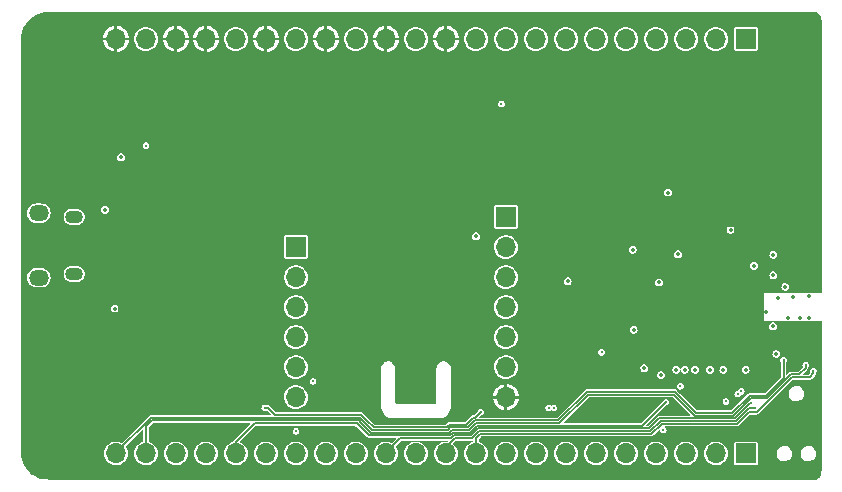
<source format=gbr>
%TF.GenerationSoftware,KiCad,Pcbnew,(6.0.0)*%
%TF.CreationDate,2022-01-25T13:51:38-08:00*%
%TF.ProjectId,nrf5340_qkaa_rev1_sensor,6e726635-3334-4305-9f71-6b61615f7265,rev?*%
%TF.SameCoordinates,Original*%
%TF.FileFunction,Copper,L3,Inr*%
%TF.FilePolarity,Positive*%
%FSLAX46Y46*%
G04 Gerber Fmt 4.6, Leading zero omitted, Abs format (unit mm)*
G04 Created by KiCad (PCBNEW (6.0.0)) date 2022-01-25 13:51:38*
%MOMM*%
%LPD*%
G01*
G04 APERTURE LIST*
%TA.AperFunction,ComponentPad*%
%ADD10C,3.500000*%
%TD*%
%TA.AperFunction,ComponentPad*%
%ADD11R,1.700000X1.700000*%
%TD*%
%TA.AperFunction,ComponentPad*%
%ADD12O,1.700000X1.700000*%
%TD*%
%TA.AperFunction,ComponentPad*%
%ADD13O,1.700000X1.350000*%
%TD*%
%TA.AperFunction,ComponentPad*%
%ADD14O,1.500000X1.100000*%
%TD*%
%TA.AperFunction,ViaPad*%
%ADD15C,0.254000*%
%TD*%
%TA.AperFunction,ViaPad*%
%ADD16C,0.500000*%
%TD*%
%TA.AperFunction,ViaPad*%
%ADD17C,0.355600*%
%TD*%
%TA.AperFunction,Conductor*%
%ADD18C,0.127000*%
%TD*%
G04 APERTURE END LIST*
D10*
%TO.N,GND*%
%TO.C,H2*%
X42400000Y-85100000D03*
%TD*%
D11*
%TO.N,/P0.27{slash}AIN6*%
%TO.C,P1*%
X101600000Y-85090000D03*
D12*
%TO.N,/P0.26{slash}AIN5*%
X99060000Y-85090000D03*
%TO.N,/P0.25{slash}AIN4*%
X96520000Y-85090000D03*
%TO.N,/P0.24*%
X93980000Y-85090000D03*
%TO.N,/P0.23*%
X91440000Y-85090000D03*
%TO.N,/P0.22*%
X88900000Y-85090000D03*
%TO.N,/P0.21*%
X86360000Y-85090000D03*
%TO.N,/P0.20*%
X83820000Y-85090000D03*
%TO.N,/P0.19*%
X81280000Y-85090000D03*
%TO.N,/P1.10*%
X78740000Y-85090000D03*
%TO.N,/P1.09*%
X76200000Y-85090000D03*
%TO.N,/P1.08*%
X73660000Y-85090000D03*
%TO.N,/P1.07*%
X71120000Y-85090000D03*
%TO.N,/P1.06*%
X68580000Y-85090000D03*
%TO.N,/P1.05*%
X66040000Y-85090000D03*
%TO.N,/P1.04*%
X63500000Y-85090000D03*
%TO.N,/P1.03{slash}I2C*%
X60960000Y-85090000D03*
%TO.N,/P1.02{slash}I2C*%
X58420000Y-85090000D03*
%TO.N,/P0.03{slash}NFC2*%
X55880000Y-85090000D03*
%TO.N,/P0.02{slash}NFC1*%
X53340000Y-85090000D03*
%TO.N,/P0.29*%
X50800000Y-85090000D03*
%TO.N,/P0.28{slash}AIN7*%
X48260000Y-85090000D03*
%TD*%
D10*
%TO.N,GND*%
%TO.C,H1*%
X42400000Y-49900000D03*
%TD*%
D11*
%TO.N,/P0.08{slash}TRACEDATA_3*%
%TO.C,P3*%
X81280000Y-65080007D03*
D12*
%TO.N,/P0.09{slash}TRACEDATA_2*%
X81280000Y-67620007D03*
%TO.N,/P0.10{slash}TRACEDATA_1*%
X81280000Y-70160007D03*
%TO.N,/P0.11{slash}TRACEDATA_0*%
X81280000Y-72700007D03*
%TO.N,/P0.12{slash}TRACECLK*%
X81280000Y-75240007D03*
%TO.N,VDD*%
X81280000Y-77780007D03*
%TO.N,GND*%
X81280000Y-80320007D03*
%TD*%
D11*
%TO.N,/P0.30*%
%TO.C,P2*%
X101600000Y-50000000D03*
D12*
%TO.N,/P0.31*%
X99060000Y-50000000D03*
%TO.N,/P1.11*%
X96520000Y-50000000D03*
%TO.N,/P1.12*%
X93980000Y-50000000D03*
%TO.N,/P1.13*%
X91440000Y-50000000D03*
%TO.N,/P1.14*%
X88900000Y-50000000D03*
%TO.N,/P1.15*%
X86360000Y-50000000D03*
%TO.N,/P1.00*%
X83820000Y-50000000D03*
%TO.N,/P1.01*%
X81280000Y-50000000D03*
%TO.N,/VDDH_EXT*%
X78740000Y-50000000D03*
%TO.N,GND*%
X76200000Y-50000000D03*
%TO.N,/P0.04{slash}AIN0*%
X73660000Y-50000000D03*
%TO.N,GND*%
X71120000Y-50000000D03*
%TO.N,/P0.05{slash}AIN1*%
X68580000Y-50000000D03*
%TO.N,GND*%
X66040000Y-50000000D03*
%TO.N,/P0.06{slash}AIN2*%
X63500000Y-50000000D03*
%TO.N,GND*%
X60960000Y-50000000D03*
%TO.N,/P0.07{slash}AIN3*%
X58420000Y-50000000D03*
%TO.N,GND*%
X55880000Y-50000000D03*
X53340000Y-50000000D03*
%TO.N,/VDD_EXT*%
X50800000Y-50000000D03*
%TO.N,GND*%
X48260000Y-50000000D03*
%TD*%
D11*
%TO.N,/P0.18{slash}QSPI_CS*%
%TO.C,P4*%
X63500000Y-67620007D03*
D12*
%TO.N,/P0.14{slash}QSPI_1*%
X63500000Y-70160007D03*
%TO.N,/P0.15{slash}QSPI_2*%
X63500000Y-72700007D03*
%TO.N,/P0.13{slash}QSPI_0*%
X63500000Y-75240007D03*
%TO.N,/P0.17{slash}QSPI_CLK*%
X63500000Y-77780007D03*
%TO.N,/P0.16{slash}QSPI_3*%
X63500000Y-80320007D03*
%TD*%
D13*
%TO.N,/SHIELD*%
%TO.C,USB1*%
X41720000Y-70210000D03*
D14*
X44720000Y-65060000D03*
X44720000Y-69900000D03*
D13*
X41720000Y-64750000D03*
%TD*%
D15*
%TO.N,/P0.03{slash}NFC2*%
X85350000Y-81250000D03*
%TO.N,/P0.29*%
X106650000Y-77600000D03*
%TO.N,/P0.09{slash}TRACEDATA_2*%
X96050000Y-79410000D03*
%TO.N,/P0.28{slash}AIN7*%
X104780000Y-77220000D03*
D16*
%TO.N,GND*%
X97275000Y-71725000D03*
X97275000Y-74225000D03*
D17*
X53530000Y-68520000D03*
D16*
X99975000Y-75475000D03*
X101325000Y-71725000D03*
D17*
X69390000Y-60630000D03*
X106800000Y-65900000D03*
D16*
X101325000Y-74225000D03*
D17*
X106730000Y-49040000D03*
X106270000Y-75240000D03*
X73660000Y-79869995D03*
X97650000Y-68025000D03*
X95150000Y-65940000D03*
X72290000Y-75270000D03*
X67090000Y-77280000D03*
X89760000Y-62030000D03*
X104760000Y-68740000D03*
X74160000Y-78080000D03*
D16*
X101325000Y-75475000D03*
D17*
X104290000Y-56110000D03*
X76190000Y-71680000D03*
X105200000Y-73600000D03*
X103530000Y-78200000D03*
X51500000Y-71980000D03*
D16*
X99975000Y-74225000D03*
D17*
X106150000Y-73600000D03*
X106930000Y-73600000D03*
X91290000Y-68530000D03*
X91550000Y-70070000D03*
X100930000Y-63560000D03*
X104340000Y-71940000D03*
X69930000Y-81130000D03*
X60230000Y-60590000D03*
D16*
X99975000Y-72975000D03*
D17*
X95320000Y-79050000D03*
X47540000Y-73290000D03*
X64940000Y-64420000D03*
X91300000Y-67450000D03*
X96220000Y-65940000D03*
X96570000Y-64020000D03*
X85420000Y-72960000D03*
X85480000Y-78260000D03*
X68300000Y-72190000D03*
X84280000Y-67990000D03*
D16*
X101325000Y-72975000D03*
D17*
X78180000Y-76630000D03*
X106940000Y-68020000D03*
X85420000Y-60610000D03*
X106900000Y-71725000D03*
X92750000Y-64730000D03*
D16*
X98625000Y-74225000D03*
D17*
X73120000Y-60880000D03*
X105580000Y-71810000D03*
X73660000Y-78969997D03*
X89620000Y-73050000D03*
X101280000Y-68430000D03*
X104150000Y-82060000D03*
X71920000Y-77130000D03*
X90900000Y-78950000D03*
X59880000Y-64200000D03*
X91220000Y-71090000D03*
X89800000Y-65030000D03*
X98200000Y-78900000D03*
X68130000Y-74720000D03*
X104590000Y-70030000D03*
X56090000Y-60940000D03*
X77190000Y-68310000D03*
X92730000Y-78880000D03*
D16*
X97275000Y-75475000D03*
D17*
X94060000Y-63960000D03*
X77410000Y-81710000D03*
X103540000Y-84990000D03*
D16*
X97275000Y-72975000D03*
D17*
X92130000Y-71090000D03*
X75510000Y-75960000D03*
X77920000Y-74380000D03*
X93775000Y-70075000D03*
X104110000Y-83320000D03*
X84630000Y-64500000D03*
X104040000Y-63170000D03*
X76550000Y-64560000D03*
X98190000Y-69420000D03*
X102810000Y-60310000D03*
X106700000Y-58180000D03*
X105750000Y-70980000D03*
X102550000Y-65900000D03*
X55300000Y-65040000D03*
X103140000Y-82820000D03*
X90230000Y-77950000D03*
X106700000Y-62090000D03*
X87710000Y-76040000D03*
D16*
X98625000Y-71725000D03*
D17*
X103300000Y-73120000D03*
X75389994Y-77180008D03*
X101600000Y-56930000D03*
X106500000Y-53870000D03*
X69390000Y-77300000D03*
X94050000Y-80650000D03*
X71110000Y-63890000D03*
X95450009Y-71800009D03*
X104900000Y-65900000D03*
X87820000Y-81350000D03*
X66270000Y-80970000D03*
X103160000Y-52880000D03*
X106500000Y-67100000D03*
X79740000Y-60370000D03*
X75040000Y-74390000D03*
X103430000Y-71200000D03*
D16*
X98625000Y-72975000D03*
D17*
X96470000Y-78620000D03*
X101200000Y-78900000D03*
X104770000Y-80370000D03*
X97000000Y-65900000D03*
X100300000Y-66780000D03*
X64460000Y-60850000D03*
D16*
X99975000Y-71725000D03*
D17*
X94010000Y-72880000D03*
X48450000Y-71750000D03*
D16*
X98625000Y-75475000D03*
D17*
X92720008Y-68429988D03*
%TO.N,/Radio Sheet/DECR*%
X102290000Y-69190000D03*
X104940000Y-70990000D03*
%TO.N,VDD*%
X103920011Y-68280001D03*
X95000000Y-63000000D03*
X96419187Y-77999996D03*
X98550000Y-78000000D03*
X95830009Y-68229988D03*
X92990000Y-77880000D03*
X95700000Y-77999996D03*
X100289995Y-66169997D03*
X97300009Y-77999996D03*
X94239994Y-70614997D03*
X101570000Y-78000000D03*
X104170000Y-76670000D03*
X103920011Y-70000012D03*
X103880000Y-74320000D03*
X94394441Y-78454441D03*
X99680000Y-78000000D03*
X92090000Y-74630000D03*
D15*
%TO.N,/P0.02{slash}NFC1*%
X84890000Y-81240000D03*
D17*
%TO.N,VBUS*%
X92000000Y-67850000D03*
X48691500Y-60018500D03*
D15*
%TO.N,/P1.10*%
X107310000Y-78100000D03*
%TO.N,/P1.09*%
X102350000Y-81230000D03*
%TO.N,/P1.08*%
X101200000Y-79830000D03*
%TO.N,/P1.07*%
X102040000Y-80800000D03*
%TO.N,/P1.06*%
X100908400Y-80046510D03*
%TO.N,/P1.05*%
X94600000Y-83110000D03*
%TO.N,/P1.04*%
X99900000Y-80690000D03*
%TO.N,/P1.03{slash}I2C*%
X79140000Y-81600000D03*
X89370000Y-76520000D03*
X60860000Y-81230000D03*
%TO.N,/P1.02{slash}I2C*%
X94830011Y-80740000D03*
X68742498Y-82612498D03*
%TO.N,/P0.16{slash}QSPI_3*%
X63500000Y-83210000D03*
%TO.N,/P0.18{slash}QSPI_CS*%
X64950000Y-78990000D03*
D17*
%TO.N,/VBUS_CONN*%
X47340000Y-64450000D03*
X48139993Y-72824997D03*
D15*
%TO.N,/VDDH_EXT*%
X80900000Y-55500000D03*
D17*
X86500000Y-70520000D03*
%TO.N,/VDD_EXT*%
X78750000Y-66700000D03*
D15*
X50800000Y-59020000D03*
%TD*%
D18*
%TO.N,/P0.29*%
X95470000Y-80110000D02*
X97244029Y-81884029D01*
X69034109Y-82494109D02*
X69879270Y-83339270D01*
X106650000Y-77820000D02*
X106650000Y-77600000D01*
X105375510Y-78401880D02*
X106068120Y-78401880D01*
X69034109Y-82491708D02*
X69034109Y-82494109D01*
X50800000Y-82782618D02*
X51294229Y-82288389D01*
X100543570Y-81884029D02*
X102007599Y-80420000D01*
X78123920Y-83105640D02*
X78712040Y-82517520D01*
X103357390Y-80420000D02*
X105375510Y-78401880D01*
X69879270Y-83339270D02*
X76442900Y-83339270D01*
X88210000Y-80110000D02*
X95470000Y-80110000D01*
X102007599Y-80420000D02*
X103357390Y-80420000D01*
X85802480Y-82517520D02*
X88210000Y-80110000D01*
X68830790Y-82288389D02*
X69034109Y-82491708D01*
X50800000Y-85000008D02*
X50800000Y-82782618D01*
X76676530Y-83105640D02*
X78123920Y-83105640D01*
X97244029Y-81884029D02*
X100543570Y-81884029D01*
X78712040Y-82517520D02*
X85802480Y-82517520D01*
X106068120Y-78401880D02*
X106650000Y-77820000D01*
X76442900Y-83339270D02*
X76676530Y-83105640D01*
X51294229Y-82288389D02*
X68830790Y-82288389D01*
%TO.N,/P0.28{slash}AIN7*%
X78029430Y-82877520D02*
X76582040Y-82877520D01*
X68925280Y-82060269D02*
X51199739Y-82060269D01*
X69262229Y-82399619D02*
X69262229Y-82397218D01*
X76348410Y-83111150D02*
X69973760Y-83111150D01*
X85707990Y-82289400D02*
X78617550Y-82289400D01*
X104780000Y-77220000D02*
X104780000Y-78674780D01*
X78617550Y-82289400D02*
X78029430Y-82877520D01*
X76582040Y-82877520D02*
X76348410Y-83111150D01*
X95564490Y-79881880D02*
X88115510Y-79881880D01*
X97338519Y-81655909D02*
X95564490Y-79881880D01*
X69973760Y-83111150D02*
X69262229Y-82399619D01*
X101913109Y-80191880D02*
X100449080Y-81655909D01*
X104780000Y-78674780D02*
X103262900Y-80191880D01*
X88115510Y-79881880D02*
X85707990Y-82289400D01*
X69262229Y-82397218D02*
X68925280Y-82060269D01*
X100449080Y-81655909D02*
X97338519Y-81655909D01*
X103262900Y-80191880D02*
X101913109Y-80191880D01*
X51199739Y-82060269D02*
X48260000Y-85000008D01*
%TO.N,/P1.10*%
X105470000Y-78630000D02*
X102520000Y-81580000D01*
X93597599Y-83430000D02*
X79090000Y-83430000D01*
X107000000Y-78630000D02*
X105470000Y-78630000D01*
X107310000Y-78320000D02*
X107000000Y-78630000D01*
X100827040Y-82568389D02*
X94459210Y-82568389D01*
X79090000Y-83430000D02*
X78740000Y-83780000D01*
X102520000Y-81580000D02*
X101815429Y-81580000D01*
X78740000Y-83780000D02*
X78740000Y-85000000D01*
X101815429Y-81580000D02*
X100827040Y-82568389D01*
X107310000Y-78100000D02*
X107310000Y-78320000D01*
X94459210Y-82568389D02*
X93597599Y-83430000D01*
%TO.N,/P1.09*%
X102350000Y-81230000D02*
X101842819Y-81230000D01*
X100732550Y-82340269D02*
X94364720Y-82340269D01*
X101842819Y-81230000D02*
X100732550Y-82340269D01*
X76960000Y-83790000D02*
X76200000Y-84550000D01*
X78995510Y-83201880D02*
X78407390Y-83790000D01*
X94364720Y-82340269D02*
X93503109Y-83201880D01*
X93503109Y-83201880D02*
X78995510Y-83201880D01*
X78407390Y-83790000D02*
X76960000Y-83790000D01*
X76200000Y-84550000D02*
X76200000Y-85000000D01*
%TO.N,/P1.07*%
X93408619Y-82973760D02*
X78901020Y-82973760D01*
X76865510Y-83561880D02*
X76631880Y-83795510D01*
X94270230Y-82112149D02*
X93408619Y-82973760D01*
X100638060Y-82112149D02*
X94270230Y-82112149D01*
X78312900Y-83561880D02*
X76865510Y-83561880D01*
X78901020Y-82973760D02*
X78312900Y-83561880D01*
X72324498Y-83795510D02*
X71120000Y-85000008D01*
X101950209Y-80800000D02*
X100638060Y-82112149D01*
X76631880Y-83795510D02*
X72324498Y-83795510D01*
X102040000Y-80800000D02*
X101950209Y-80800000D01*
%TO.N,/P1.03{slash}I2C*%
X76487550Y-82649400D02*
X76253920Y-82883030D01*
X69019770Y-81832149D02*
X61722149Y-81832149D01*
X69490349Y-82302728D02*
X69019770Y-81832149D01*
X69490349Y-82305129D02*
X69490349Y-82302728D01*
X70068250Y-82883030D02*
X69490349Y-82305129D01*
X78678720Y-82061280D02*
X78523060Y-82061280D01*
X78523060Y-82061280D02*
X77934940Y-82649400D01*
X61120000Y-81230000D02*
X60860000Y-81230000D01*
X79140000Y-81600000D02*
X78678720Y-82061280D01*
X77934940Y-82649400D02*
X76487550Y-82649400D01*
X61722149Y-81832149D02*
X61120000Y-81230000D01*
X76253920Y-82883030D02*
X70068250Y-82883030D01*
%TO.N,/P1.02{slash}I2C*%
X68742498Y-82612498D02*
X68646509Y-82516509D01*
X76771020Y-83333760D02*
X78218410Y-83333760D01*
X78806530Y-82745640D02*
X92824371Y-82745640D01*
X69697390Y-83567390D02*
X76537390Y-83567390D01*
X58420000Y-84090000D02*
X58420000Y-85000008D01*
X59993491Y-82516509D02*
X58420000Y-84090000D01*
X68646509Y-82516509D02*
X59993491Y-82516509D01*
X92824371Y-82745640D02*
X94830011Y-80740000D01*
X76537390Y-83567390D02*
X76771020Y-83333760D01*
X78218410Y-83333760D02*
X78806530Y-82745640D01*
X68742498Y-82612498D02*
X69697390Y-83567390D01*
%TD*%
%TA.AperFunction,Conductor*%
%TO.N,GND*%
G36*
X107608603Y-47712053D02*
G01*
X107679996Y-47770643D01*
X107704138Y-47790456D01*
X107709542Y-47795860D01*
X107829032Y-47941459D01*
X107833280Y-47947816D01*
X107922068Y-48113928D01*
X107924994Y-48120991D01*
X107979671Y-48301237D01*
X107981162Y-48308735D01*
X107999812Y-48498091D01*
X108000000Y-48501914D01*
X108000000Y-71461000D01*
X107988577Y-71488577D01*
X107961000Y-71500000D01*
X103150000Y-71500000D01*
X103150000Y-73850000D01*
X107961000Y-73850000D01*
X107988577Y-73861423D01*
X108000000Y-73889000D01*
X108000000Y-86498086D01*
X107999812Y-86501909D01*
X107981162Y-86691265D01*
X107979671Y-86698763D01*
X107924994Y-86879009D01*
X107922068Y-86886072D01*
X107833280Y-87052184D01*
X107829033Y-87058539D01*
X107756784Y-87146576D01*
X107709544Y-87204138D01*
X107704140Y-87209542D01*
X107678622Y-87230484D01*
X107608603Y-87287947D01*
X107583862Y-87296800D01*
X42527516Y-87296800D01*
X42518776Y-87295808D01*
X42504645Y-87292558D01*
X42504643Y-87292558D01*
X42500364Y-87291574D01*
X42487481Y-87294489D01*
X42476523Y-87295380D01*
X42347442Y-87287572D01*
X42225503Y-87280196D01*
X42220828Y-87279628D01*
X41952662Y-87230484D01*
X41948089Y-87229357D01*
X41687794Y-87148246D01*
X41683391Y-87146576D01*
X41434773Y-87034682D01*
X41430612Y-87032499D01*
X41197275Y-86891442D01*
X41193414Y-86888776D01*
X41180948Y-86879009D01*
X40978796Y-86720633D01*
X40975271Y-86717510D01*
X40782490Y-86524729D01*
X40779367Y-86521204D01*
X40611224Y-86306586D01*
X40608558Y-86302725D01*
X40467501Y-86069388D01*
X40465318Y-86065227D01*
X40353424Y-85816609D01*
X40351754Y-85812206D01*
X40270643Y-85551911D01*
X40269516Y-85547338D01*
X40220372Y-85279172D01*
X40219804Y-85274497D01*
X40207795Y-85075963D01*
X47254757Y-85075963D01*
X47271175Y-85271483D01*
X47271699Y-85273312D01*
X47271700Y-85273315D01*
X47319722Y-85440784D01*
X47325258Y-85460091D01*
X47414944Y-85634601D01*
X47416130Y-85636097D01*
X47416131Y-85636099D01*
X47494827Y-85735389D01*
X47536818Y-85788369D01*
X47686238Y-85915535D01*
X47687905Y-85916466D01*
X47687904Y-85916466D01*
X47855846Y-86010326D01*
X47855851Y-86010328D01*
X47857513Y-86011257D01*
X47859326Y-86011846D01*
X47859328Y-86011847D01*
X48042301Y-86071299D01*
X48042305Y-86071300D01*
X48044118Y-86071889D01*
X48046010Y-86072115D01*
X48046012Y-86072115D01*
X48200193Y-86090500D01*
X48238946Y-86095121D01*
X48434576Y-86080068D01*
X48436412Y-86079555D01*
X48436414Y-86079555D01*
X48559063Y-86045310D01*
X48623556Y-86027303D01*
X48798689Y-85938837D01*
X48953303Y-85818040D01*
X49081509Y-85669511D01*
X49178425Y-85498909D01*
X49240358Y-85312732D01*
X49264949Y-85118071D01*
X49265341Y-85090000D01*
X49263779Y-85074070D01*
X49246381Y-84896631D01*
X49246380Y-84896627D01*
X49246194Y-84894728D01*
X49189484Y-84706894D01*
X49183569Y-84695768D01*
X49098267Y-84535340D01*
X49097370Y-84533653D01*
X49088928Y-84523302D01*
X49080351Y-84494712D01*
X49091574Y-84471076D01*
X49800379Y-83762271D01*
X50519423Y-83043226D01*
X50547000Y-83031803D01*
X50574577Y-83043226D01*
X50586000Y-83070803D01*
X50586000Y-84080831D01*
X50574577Y-84108408D01*
X50558012Y-84118243D01*
X50423393Y-84157864D01*
X50421709Y-84158744D01*
X50421705Y-84158746D01*
X50290974Y-84227091D01*
X50249512Y-84248767D01*
X50096600Y-84371711D01*
X50088301Y-84381602D01*
X49993391Y-84494712D01*
X49970480Y-84522016D01*
X49875956Y-84693954D01*
X49875382Y-84695763D01*
X49875380Y-84695768D01*
X49860294Y-84743326D01*
X49816628Y-84880978D01*
X49815086Y-84894728D01*
X49801208Y-85018454D01*
X49794757Y-85075963D01*
X49811175Y-85271483D01*
X49811699Y-85273312D01*
X49811700Y-85273315D01*
X49859722Y-85440784D01*
X49865258Y-85460091D01*
X49954944Y-85634601D01*
X49956130Y-85636097D01*
X49956131Y-85636099D01*
X50034827Y-85735389D01*
X50076818Y-85788369D01*
X50226238Y-85915535D01*
X50227905Y-85916466D01*
X50227904Y-85916466D01*
X50395846Y-86010326D01*
X50395851Y-86010328D01*
X50397513Y-86011257D01*
X50399326Y-86011846D01*
X50399328Y-86011847D01*
X50582301Y-86071299D01*
X50582305Y-86071300D01*
X50584118Y-86071889D01*
X50586010Y-86072115D01*
X50586012Y-86072115D01*
X50740193Y-86090500D01*
X50778946Y-86095121D01*
X50974576Y-86080068D01*
X50976412Y-86079555D01*
X50976414Y-86079555D01*
X51099063Y-86045310D01*
X51163556Y-86027303D01*
X51338689Y-85938837D01*
X51493303Y-85818040D01*
X51621509Y-85669511D01*
X51718425Y-85498909D01*
X51780358Y-85312732D01*
X51804949Y-85118071D01*
X51805341Y-85090000D01*
X51803965Y-85075963D01*
X52334757Y-85075963D01*
X52351175Y-85271483D01*
X52351699Y-85273312D01*
X52351700Y-85273315D01*
X52399722Y-85440784D01*
X52405258Y-85460091D01*
X52494944Y-85634601D01*
X52496130Y-85636097D01*
X52496131Y-85636099D01*
X52574827Y-85735389D01*
X52616818Y-85788369D01*
X52766238Y-85915535D01*
X52767905Y-85916466D01*
X52767904Y-85916466D01*
X52935846Y-86010326D01*
X52935851Y-86010328D01*
X52937513Y-86011257D01*
X52939326Y-86011846D01*
X52939328Y-86011847D01*
X53122301Y-86071299D01*
X53122305Y-86071300D01*
X53124118Y-86071889D01*
X53126010Y-86072115D01*
X53126012Y-86072115D01*
X53280193Y-86090500D01*
X53318946Y-86095121D01*
X53514576Y-86080068D01*
X53516412Y-86079555D01*
X53516414Y-86079555D01*
X53639063Y-86045310D01*
X53703556Y-86027303D01*
X53878689Y-85938837D01*
X54033303Y-85818040D01*
X54161509Y-85669511D01*
X54258425Y-85498909D01*
X54320358Y-85312732D01*
X54344949Y-85118071D01*
X54345341Y-85090000D01*
X54343965Y-85075963D01*
X54874757Y-85075963D01*
X54891175Y-85271483D01*
X54891699Y-85273312D01*
X54891700Y-85273315D01*
X54939722Y-85440784D01*
X54945258Y-85460091D01*
X55034944Y-85634601D01*
X55036130Y-85636097D01*
X55036131Y-85636099D01*
X55114827Y-85735389D01*
X55156818Y-85788369D01*
X55306238Y-85915535D01*
X55307905Y-85916466D01*
X55307904Y-85916466D01*
X55475846Y-86010326D01*
X55475851Y-86010328D01*
X55477513Y-86011257D01*
X55479326Y-86011846D01*
X55479328Y-86011847D01*
X55662301Y-86071299D01*
X55662305Y-86071300D01*
X55664118Y-86071889D01*
X55666010Y-86072115D01*
X55666012Y-86072115D01*
X55820193Y-86090500D01*
X55858946Y-86095121D01*
X56054576Y-86080068D01*
X56056412Y-86079555D01*
X56056414Y-86079555D01*
X56179063Y-86045310D01*
X56243556Y-86027303D01*
X56418689Y-85938837D01*
X56573303Y-85818040D01*
X56701509Y-85669511D01*
X56798425Y-85498909D01*
X56860358Y-85312732D01*
X56884949Y-85118071D01*
X56885341Y-85090000D01*
X56883779Y-85074070D01*
X56866381Y-84896631D01*
X56866380Y-84896627D01*
X56866194Y-84894728D01*
X56809484Y-84706894D01*
X56803569Y-84695768D01*
X56718267Y-84535340D01*
X56717370Y-84533653D01*
X56593361Y-84381602D01*
X56591889Y-84380384D01*
X56443654Y-84257754D01*
X56443651Y-84257752D01*
X56442180Y-84256535D01*
X56309957Y-84185042D01*
X56271261Y-84164119D01*
X56271259Y-84164118D01*
X56269585Y-84163213D01*
X56124882Y-84118420D01*
X56083975Y-84105757D01*
X56083972Y-84105756D01*
X56082152Y-84105193D01*
X56080255Y-84104994D01*
X56080252Y-84104993D01*
X55984585Y-84094938D01*
X55887019Y-84084683D01*
X55885118Y-84084856D01*
X55885115Y-84084856D01*
X55693518Y-84102293D01*
X55693517Y-84102293D01*
X55691618Y-84102466D01*
X55689792Y-84103003D01*
X55689789Y-84103004D01*
X55660889Y-84111510D01*
X55503393Y-84157864D01*
X55501709Y-84158744D01*
X55501705Y-84158746D01*
X55370974Y-84227091D01*
X55329512Y-84248767D01*
X55176600Y-84371711D01*
X55168301Y-84381602D01*
X55073391Y-84494712D01*
X55050480Y-84522016D01*
X54955956Y-84693954D01*
X54955382Y-84695763D01*
X54955380Y-84695768D01*
X54940294Y-84743326D01*
X54896628Y-84880978D01*
X54895086Y-84894728D01*
X54881208Y-85018454D01*
X54874757Y-85075963D01*
X54343965Y-85075963D01*
X54343779Y-85074070D01*
X54326381Y-84896631D01*
X54326380Y-84896627D01*
X54326194Y-84894728D01*
X54269484Y-84706894D01*
X54263569Y-84695768D01*
X54178267Y-84535340D01*
X54177370Y-84533653D01*
X54053361Y-84381602D01*
X54051889Y-84380384D01*
X53903654Y-84257754D01*
X53903651Y-84257752D01*
X53902180Y-84256535D01*
X53769957Y-84185042D01*
X53731261Y-84164119D01*
X53731259Y-84164118D01*
X53729585Y-84163213D01*
X53584882Y-84118420D01*
X53543975Y-84105757D01*
X53543972Y-84105756D01*
X53542152Y-84105193D01*
X53540255Y-84104994D01*
X53540252Y-84104993D01*
X53444585Y-84094938D01*
X53347019Y-84084683D01*
X53345118Y-84084856D01*
X53345115Y-84084856D01*
X53153518Y-84102293D01*
X53153517Y-84102293D01*
X53151618Y-84102466D01*
X53149792Y-84103003D01*
X53149789Y-84103004D01*
X53120889Y-84111510D01*
X52963393Y-84157864D01*
X52961709Y-84158744D01*
X52961705Y-84158746D01*
X52830974Y-84227091D01*
X52789512Y-84248767D01*
X52636600Y-84371711D01*
X52628301Y-84381602D01*
X52533391Y-84494712D01*
X52510480Y-84522016D01*
X52415956Y-84693954D01*
X52415382Y-84695763D01*
X52415380Y-84695768D01*
X52400294Y-84743326D01*
X52356628Y-84880978D01*
X52355086Y-84894728D01*
X52341208Y-85018454D01*
X52334757Y-85075963D01*
X51803965Y-85075963D01*
X51803779Y-85074070D01*
X51786381Y-84896631D01*
X51786380Y-84896627D01*
X51786194Y-84894728D01*
X51729484Y-84706894D01*
X51723569Y-84695768D01*
X51638267Y-84535340D01*
X51637370Y-84533653D01*
X51513361Y-84381602D01*
X51511889Y-84380384D01*
X51363654Y-84257754D01*
X51363651Y-84257752D01*
X51362180Y-84256535D01*
X51307725Y-84227091D01*
X51191267Y-84164122D01*
X51191263Y-84164120D01*
X51189585Y-84163213D01*
X51041467Y-84117363D01*
X51018501Y-84098297D01*
X51014000Y-84080108D01*
X51014000Y-82887414D01*
X51025423Y-82859837D01*
X51371448Y-82513812D01*
X51399025Y-82502389D01*
X59610815Y-82502389D01*
X59638392Y-82513812D01*
X59649815Y-82541389D01*
X59638392Y-82568966D01*
X58299191Y-83908167D01*
X58288495Y-83915747D01*
X58287316Y-83916313D01*
X58287315Y-83916314D01*
X58283356Y-83918215D01*
X58280613Y-83921645D01*
X58261598Y-83945422D01*
X58258717Y-83948641D01*
X58251621Y-83955737D01*
X58250456Y-83957591D01*
X58250455Y-83957592D01*
X58246456Y-83963954D01*
X58243895Y-83967558D01*
X58222377Y-83994465D01*
X58221393Y-83998744D01*
X58221392Y-83998746D01*
X58221025Y-84000341D01*
X58216039Y-84012349D01*
X58215171Y-84013730D01*
X58215170Y-84013732D01*
X58212833Y-84017451D01*
X58212340Y-84021815D01*
X58212339Y-84021817D01*
X58208964Y-84051675D01*
X58208219Y-84056034D01*
X58206000Y-84065685D01*
X58206000Y-84075695D01*
X58205753Y-84080074D01*
X58205668Y-84080831D01*
X58205152Y-84085391D01*
X58190701Y-84111510D01*
X58177410Y-84118420D01*
X58045223Y-84157325D01*
X58045219Y-84157326D01*
X58043393Y-84157864D01*
X58041709Y-84158744D01*
X58041705Y-84158746D01*
X57910974Y-84227091D01*
X57869512Y-84248767D01*
X57716600Y-84371711D01*
X57708301Y-84381602D01*
X57613391Y-84494712D01*
X57590480Y-84522016D01*
X57495956Y-84693954D01*
X57495382Y-84695763D01*
X57495380Y-84695768D01*
X57480294Y-84743326D01*
X57436628Y-84880978D01*
X57435086Y-84894728D01*
X57421208Y-85018454D01*
X57414757Y-85075963D01*
X57431175Y-85271483D01*
X57431699Y-85273312D01*
X57431700Y-85273315D01*
X57479722Y-85440784D01*
X57485258Y-85460091D01*
X57574944Y-85634601D01*
X57576130Y-85636097D01*
X57576131Y-85636099D01*
X57654827Y-85735389D01*
X57696818Y-85788369D01*
X57846238Y-85915535D01*
X57847905Y-85916466D01*
X57847904Y-85916466D01*
X58015846Y-86010326D01*
X58015851Y-86010328D01*
X58017513Y-86011257D01*
X58019326Y-86011846D01*
X58019328Y-86011847D01*
X58202301Y-86071299D01*
X58202305Y-86071300D01*
X58204118Y-86071889D01*
X58206010Y-86072115D01*
X58206012Y-86072115D01*
X58360193Y-86090500D01*
X58398946Y-86095121D01*
X58594576Y-86080068D01*
X58596412Y-86079555D01*
X58596414Y-86079555D01*
X58719063Y-86045310D01*
X58783556Y-86027303D01*
X58958689Y-85938837D01*
X59113303Y-85818040D01*
X59241509Y-85669511D01*
X59338425Y-85498909D01*
X59400358Y-85312732D01*
X59424949Y-85118071D01*
X59425341Y-85090000D01*
X59423965Y-85075963D01*
X59954757Y-85075963D01*
X59971175Y-85271483D01*
X59971699Y-85273312D01*
X59971700Y-85273315D01*
X60019722Y-85440784D01*
X60025258Y-85460091D01*
X60114944Y-85634601D01*
X60116130Y-85636097D01*
X60116131Y-85636099D01*
X60194827Y-85735389D01*
X60236818Y-85788369D01*
X60386238Y-85915535D01*
X60387905Y-85916466D01*
X60387904Y-85916466D01*
X60555846Y-86010326D01*
X60555851Y-86010328D01*
X60557513Y-86011257D01*
X60559326Y-86011846D01*
X60559328Y-86011847D01*
X60742301Y-86071299D01*
X60742305Y-86071300D01*
X60744118Y-86071889D01*
X60746010Y-86072115D01*
X60746012Y-86072115D01*
X60900193Y-86090500D01*
X60938946Y-86095121D01*
X61134576Y-86080068D01*
X61136412Y-86079555D01*
X61136414Y-86079555D01*
X61259063Y-86045310D01*
X61323556Y-86027303D01*
X61498689Y-85938837D01*
X61653303Y-85818040D01*
X61781509Y-85669511D01*
X61878425Y-85498909D01*
X61940358Y-85312732D01*
X61964949Y-85118071D01*
X61965341Y-85090000D01*
X61963965Y-85075963D01*
X62494757Y-85075963D01*
X62511175Y-85271483D01*
X62511699Y-85273312D01*
X62511700Y-85273315D01*
X62559722Y-85440784D01*
X62565258Y-85460091D01*
X62654944Y-85634601D01*
X62656130Y-85636097D01*
X62656131Y-85636099D01*
X62734827Y-85735389D01*
X62776818Y-85788369D01*
X62926238Y-85915535D01*
X62927905Y-85916466D01*
X62927904Y-85916466D01*
X63095846Y-86010326D01*
X63095851Y-86010328D01*
X63097513Y-86011257D01*
X63099326Y-86011846D01*
X63099328Y-86011847D01*
X63282301Y-86071299D01*
X63282305Y-86071300D01*
X63284118Y-86071889D01*
X63286010Y-86072115D01*
X63286012Y-86072115D01*
X63440193Y-86090500D01*
X63478946Y-86095121D01*
X63674576Y-86080068D01*
X63676412Y-86079555D01*
X63676414Y-86079555D01*
X63799063Y-86045310D01*
X63863556Y-86027303D01*
X64038689Y-85938837D01*
X64193303Y-85818040D01*
X64321509Y-85669511D01*
X64418425Y-85498909D01*
X64480358Y-85312732D01*
X64504949Y-85118071D01*
X64505341Y-85090000D01*
X64503965Y-85075963D01*
X65034757Y-85075963D01*
X65051175Y-85271483D01*
X65051699Y-85273312D01*
X65051700Y-85273315D01*
X65099722Y-85440784D01*
X65105258Y-85460091D01*
X65194944Y-85634601D01*
X65196130Y-85636097D01*
X65196131Y-85636099D01*
X65274827Y-85735389D01*
X65316818Y-85788369D01*
X65466238Y-85915535D01*
X65467905Y-85916466D01*
X65467904Y-85916466D01*
X65635846Y-86010326D01*
X65635851Y-86010328D01*
X65637513Y-86011257D01*
X65639326Y-86011846D01*
X65639328Y-86011847D01*
X65822301Y-86071299D01*
X65822305Y-86071300D01*
X65824118Y-86071889D01*
X65826010Y-86072115D01*
X65826012Y-86072115D01*
X65980193Y-86090500D01*
X66018946Y-86095121D01*
X66214576Y-86080068D01*
X66216412Y-86079555D01*
X66216414Y-86079555D01*
X66339063Y-86045310D01*
X66403556Y-86027303D01*
X66578689Y-85938837D01*
X66733303Y-85818040D01*
X66861509Y-85669511D01*
X66958425Y-85498909D01*
X67020358Y-85312732D01*
X67044949Y-85118071D01*
X67045341Y-85090000D01*
X67043965Y-85075963D01*
X67574757Y-85075963D01*
X67591175Y-85271483D01*
X67591699Y-85273312D01*
X67591700Y-85273315D01*
X67639722Y-85440784D01*
X67645258Y-85460091D01*
X67734944Y-85634601D01*
X67736130Y-85636097D01*
X67736131Y-85636099D01*
X67814827Y-85735389D01*
X67856818Y-85788369D01*
X68006238Y-85915535D01*
X68007905Y-85916466D01*
X68007904Y-85916466D01*
X68175846Y-86010326D01*
X68175851Y-86010328D01*
X68177513Y-86011257D01*
X68179326Y-86011846D01*
X68179328Y-86011847D01*
X68362301Y-86071299D01*
X68362305Y-86071300D01*
X68364118Y-86071889D01*
X68366010Y-86072115D01*
X68366012Y-86072115D01*
X68520193Y-86090500D01*
X68558946Y-86095121D01*
X68754576Y-86080068D01*
X68756412Y-86079555D01*
X68756414Y-86079555D01*
X68879063Y-86045310D01*
X68943556Y-86027303D01*
X69118689Y-85938837D01*
X69273303Y-85818040D01*
X69401509Y-85669511D01*
X69498425Y-85498909D01*
X69560358Y-85312732D01*
X69584949Y-85118071D01*
X69585341Y-85090000D01*
X69583779Y-85074070D01*
X69566381Y-84896631D01*
X69566380Y-84896627D01*
X69566194Y-84894728D01*
X69509484Y-84706894D01*
X69503569Y-84695768D01*
X69418267Y-84535340D01*
X69417370Y-84533653D01*
X69293361Y-84381602D01*
X69291889Y-84380384D01*
X69143654Y-84257754D01*
X69143651Y-84257752D01*
X69142180Y-84256535D01*
X69009957Y-84185042D01*
X68971261Y-84164119D01*
X68971259Y-84164118D01*
X68969585Y-84163213D01*
X68824882Y-84118420D01*
X68783975Y-84105757D01*
X68783972Y-84105756D01*
X68782152Y-84105193D01*
X68780255Y-84104994D01*
X68780252Y-84104993D01*
X68684585Y-84094938D01*
X68587019Y-84084683D01*
X68585118Y-84084856D01*
X68585115Y-84084856D01*
X68393518Y-84102293D01*
X68393517Y-84102293D01*
X68391618Y-84102466D01*
X68389792Y-84103003D01*
X68389789Y-84103004D01*
X68360889Y-84111510D01*
X68203393Y-84157864D01*
X68201709Y-84158744D01*
X68201705Y-84158746D01*
X68070974Y-84227091D01*
X68029512Y-84248767D01*
X67876600Y-84371711D01*
X67868301Y-84381602D01*
X67773391Y-84494712D01*
X67750480Y-84522016D01*
X67655956Y-84693954D01*
X67655382Y-84695763D01*
X67655380Y-84695768D01*
X67640294Y-84743326D01*
X67596628Y-84880978D01*
X67595086Y-84894728D01*
X67581208Y-85018454D01*
X67574757Y-85075963D01*
X67043965Y-85075963D01*
X67043779Y-85074070D01*
X67026381Y-84896631D01*
X67026380Y-84896627D01*
X67026194Y-84894728D01*
X66969484Y-84706894D01*
X66963569Y-84695768D01*
X66878267Y-84535340D01*
X66877370Y-84533653D01*
X66753361Y-84381602D01*
X66751889Y-84380384D01*
X66603654Y-84257754D01*
X66603651Y-84257752D01*
X66602180Y-84256535D01*
X66469957Y-84185042D01*
X66431261Y-84164119D01*
X66431259Y-84164118D01*
X66429585Y-84163213D01*
X66284882Y-84118420D01*
X66243975Y-84105757D01*
X66243972Y-84105756D01*
X66242152Y-84105193D01*
X66240255Y-84104994D01*
X66240252Y-84104993D01*
X66144585Y-84094938D01*
X66047019Y-84084683D01*
X66045118Y-84084856D01*
X66045115Y-84084856D01*
X65853518Y-84102293D01*
X65853517Y-84102293D01*
X65851618Y-84102466D01*
X65849792Y-84103003D01*
X65849789Y-84103004D01*
X65820889Y-84111510D01*
X65663393Y-84157864D01*
X65661709Y-84158744D01*
X65661705Y-84158746D01*
X65530974Y-84227091D01*
X65489512Y-84248767D01*
X65336600Y-84371711D01*
X65328301Y-84381602D01*
X65233391Y-84494712D01*
X65210480Y-84522016D01*
X65115956Y-84693954D01*
X65115382Y-84695763D01*
X65115380Y-84695768D01*
X65100294Y-84743326D01*
X65056628Y-84880978D01*
X65055086Y-84894728D01*
X65041208Y-85018454D01*
X65034757Y-85075963D01*
X64503965Y-85075963D01*
X64503779Y-85074070D01*
X64486381Y-84896631D01*
X64486380Y-84896627D01*
X64486194Y-84894728D01*
X64429484Y-84706894D01*
X64423569Y-84695768D01*
X64338267Y-84535340D01*
X64337370Y-84533653D01*
X64213361Y-84381602D01*
X64211889Y-84380384D01*
X64063654Y-84257754D01*
X64063651Y-84257752D01*
X64062180Y-84256535D01*
X63929957Y-84185042D01*
X63891261Y-84164119D01*
X63891259Y-84164118D01*
X63889585Y-84163213D01*
X63744882Y-84118420D01*
X63703975Y-84105757D01*
X63703972Y-84105756D01*
X63702152Y-84105193D01*
X63700255Y-84104994D01*
X63700252Y-84104993D01*
X63604585Y-84094938D01*
X63507019Y-84084683D01*
X63505118Y-84084856D01*
X63505115Y-84084856D01*
X63313518Y-84102293D01*
X63313517Y-84102293D01*
X63311618Y-84102466D01*
X63309792Y-84103003D01*
X63309789Y-84103004D01*
X63280889Y-84111510D01*
X63123393Y-84157864D01*
X63121709Y-84158744D01*
X63121705Y-84158746D01*
X62990974Y-84227091D01*
X62949512Y-84248767D01*
X62796600Y-84371711D01*
X62788301Y-84381602D01*
X62693391Y-84494712D01*
X62670480Y-84522016D01*
X62575956Y-84693954D01*
X62575382Y-84695763D01*
X62575380Y-84695768D01*
X62560294Y-84743326D01*
X62516628Y-84880978D01*
X62515086Y-84894728D01*
X62501208Y-85018454D01*
X62494757Y-85075963D01*
X61963965Y-85075963D01*
X61963779Y-85074070D01*
X61946381Y-84896631D01*
X61946380Y-84896627D01*
X61946194Y-84894728D01*
X61889484Y-84706894D01*
X61883569Y-84695768D01*
X61798267Y-84535340D01*
X61797370Y-84533653D01*
X61673361Y-84381602D01*
X61671889Y-84380384D01*
X61523654Y-84257754D01*
X61523651Y-84257752D01*
X61522180Y-84256535D01*
X61389957Y-84185042D01*
X61351261Y-84164119D01*
X61351259Y-84164118D01*
X61349585Y-84163213D01*
X61204882Y-84118420D01*
X61163975Y-84105757D01*
X61163972Y-84105756D01*
X61162152Y-84105193D01*
X61160255Y-84104994D01*
X61160252Y-84104993D01*
X61064585Y-84094938D01*
X60967019Y-84084683D01*
X60965118Y-84084856D01*
X60965115Y-84084856D01*
X60773518Y-84102293D01*
X60773517Y-84102293D01*
X60771618Y-84102466D01*
X60769792Y-84103003D01*
X60769789Y-84103004D01*
X60740889Y-84111510D01*
X60583393Y-84157864D01*
X60581709Y-84158744D01*
X60581705Y-84158746D01*
X60450974Y-84227091D01*
X60409512Y-84248767D01*
X60256600Y-84371711D01*
X60248301Y-84381602D01*
X60153391Y-84494712D01*
X60130480Y-84522016D01*
X60035956Y-84693954D01*
X60035382Y-84695763D01*
X60035380Y-84695768D01*
X60020294Y-84743326D01*
X59976628Y-84880978D01*
X59975086Y-84894728D01*
X59961208Y-85018454D01*
X59954757Y-85075963D01*
X59423965Y-85075963D01*
X59423779Y-85074070D01*
X59406381Y-84896631D01*
X59406380Y-84896627D01*
X59406194Y-84894728D01*
X59349484Y-84706894D01*
X59343569Y-84695768D01*
X59258267Y-84535340D01*
X59257370Y-84533653D01*
X59133361Y-84381602D01*
X59131889Y-84380384D01*
X58983654Y-84257754D01*
X58983651Y-84257752D01*
X58982180Y-84256535D01*
X58849957Y-84185042D01*
X58811261Y-84164119D01*
X58811259Y-84164118D01*
X58809585Y-84163213D01*
X58749046Y-84144473D01*
X58726080Y-84125406D01*
X58723323Y-84095684D01*
X58733002Y-84079640D01*
X59602642Y-83210000D01*
X63217063Y-83210000D01*
X63217812Y-83213766D01*
X63237850Y-83314507D01*
X63237851Y-83314509D01*
X63238600Y-83318275D01*
X63299933Y-83410067D01*
X63303127Y-83412201D01*
X63388529Y-83469265D01*
X63388531Y-83469266D01*
X63391725Y-83471400D01*
X63395491Y-83472149D01*
X63395493Y-83472150D01*
X63496234Y-83492188D01*
X63500000Y-83492937D01*
X63503766Y-83492188D01*
X63604507Y-83472150D01*
X63604509Y-83472149D01*
X63608275Y-83471400D01*
X63611469Y-83469266D01*
X63611471Y-83469265D01*
X63696873Y-83412201D01*
X63700067Y-83410067D01*
X63761400Y-83318275D01*
X63762149Y-83314509D01*
X63762150Y-83314507D01*
X63782188Y-83213766D01*
X63782937Y-83210000D01*
X63782188Y-83206234D01*
X63762150Y-83105493D01*
X63762149Y-83105491D01*
X63761400Y-83101725D01*
X63700067Y-83009933D01*
X63642302Y-82971336D01*
X63611471Y-82950735D01*
X63611469Y-82950734D01*
X63608275Y-82948600D01*
X63604509Y-82947851D01*
X63604507Y-82947850D01*
X63503766Y-82927812D01*
X63500000Y-82927063D01*
X63496234Y-82927812D01*
X63395493Y-82947850D01*
X63395491Y-82947851D01*
X63391725Y-82948600D01*
X63388531Y-82950734D01*
X63388529Y-82950735D01*
X63357698Y-82971336D01*
X63299933Y-83009933D01*
X63238600Y-83101725D01*
X63237851Y-83105491D01*
X63237850Y-83105493D01*
X63217812Y-83206234D01*
X63217063Y-83210000D01*
X59602642Y-83210000D01*
X60070710Y-82741932D01*
X60098287Y-82730509D01*
X68466758Y-82730509D01*
X68494335Y-82741932D01*
X68499182Y-82747839D01*
X68542431Y-82812565D01*
X68545625Y-82814699D01*
X68631027Y-82871763D01*
X68631029Y-82871764D01*
X68634223Y-82873898D01*
X68637989Y-82874647D01*
X68637991Y-82874648D01*
X68706297Y-82888234D01*
X68726266Y-82898908D01*
X69515557Y-83688199D01*
X69523137Y-83698895D01*
X69525605Y-83704034D01*
X69529035Y-83706777D01*
X69552812Y-83725792D01*
X69556031Y-83728673D01*
X69563127Y-83735769D01*
X69564981Y-83736934D01*
X69564982Y-83736935D01*
X69571344Y-83740934D01*
X69574948Y-83743495D01*
X69598426Y-83762271D01*
X69601855Y-83765013D01*
X69606134Y-83765997D01*
X69606136Y-83765998D01*
X69607731Y-83766365D01*
X69619739Y-83771351D01*
X69621120Y-83772219D01*
X69621122Y-83772220D01*
X69624841Y-83774557D01*
X69629205Y-83775050D01*
X69629207Y-83775051D01*
X69659065Y-83778426D01*
X69663424Y-83779171D01*
X69670925Y-83780896D01*
X69670929Y-83780896D01*
X69673075Y-83781390D01*
X69683086Y-83781390D01*
X69687467Y-83781637D01*
X69717495Y-83785032D01*
X69717496Y-83785032D01*
X69721858Y-83785525D01*
X69726004Y-83784077D01*
X69726006Y-83784077D01*
X69727456Y-83783571D01*
X69740314Y-83781390D01*
X71941822Y-83781390D01*
X71969399Y-83792813D01*
X71980822Y-83820390D01*
X71969399Y-83847967D01*
X71623973Y-84193393D01*
X71596396Y-84204816D01*
X71577847Y-84200122D01*
X71511261Y-84164119D01*
X71511259Y-84164118D01*
X71509585Y-84163213D01*
X71364882Y-84118420D01*
X71323975Y-84105757D01*
X71323972Y-84105756D01*
X71322152Y-84105193D01*
X71320255Y-84104994D01*
X71320252Y-84104993D01*
X71224585Y-84094938D01*
X71127019Y-84084683D01*
X71125118Y-84084856D01*
X71125115Y-84084856D01*
X70933518Y-84102293D01*
X70933517Y-84102293D01*
X70931618Y-84102466D01*
X70929792Y-84103003D01*
X70929789Y-84103004D01*
X70900889Y-84111510D01*
X70743393Y-84157864D01*
X70741709Y-84158744D01*
X70741705Y-84158746D01*
X70610974Y-84227091D01*
X70569512Y-84248767D01*
X70416600Y-84371711D01*
X70408301Y-84381602D01*
X70313391Y-84494712D01*
X70290480Y-84522016D01*
X70195956Y-84693954D01*
X70195382Y-84695763D01*
X70195380Y-84695768D01*
X70180294Y-84743326D01*
X70136628Y-84880978D01*
X70135086Y-84894728D01*
X70121208Y-85018454D01*
X70114757Y-85075963D01*
X70131175Y-85271483D01*
X70131699Y-85273312D01*
X70131700Y-85273315D01*
X70179722Y-85440784D01*
X70185258Y-85460091D01*
X70274944Y-85634601D01*
X70276130Y-85636097D01*
X70276131Y-85636099D01*
X70354827Y-85735389D01*
X70396818Y-85788369D01*
X70546238Y-85915535D01*
X70547905Y-85916466D01*
X70547904Y-85916466D01*
X70715846Y-86010326D01*
X70715851Y-86010328D01*
X70717513Y-86011257D01*
X70719326Y-86011846D01*
X70719328Y-86011847D01*
X70902301Y-86071299D01*
X70902305Y-86071300D01*
X70904118Y-86071889D01*
X70906010Y-86072115D01*
X70906012Y-86072115D01*
X71060193Y-86090500D01*
X71098946Y-86095121D01*
X71294576Y-86080068D01*
X71296412Y-86079555D01*
X71296414Y-86079555D01*
X71419063Y-86045310D01*
X71483556Y-86027303D01*
X71658689Y-85938837D01*
X71813303Y-85818040D01*
X71941509Y-85669511D01*
X72038425Y-85498909D01*
X72100358Y-85312732D01*
X72124949Y-85118071D01*
X72125341Y-85090000D01*
X72123965Y-85075963D01*
X72654757Y-85075963D01*
X72671175Y-85271483D01*
X72671699Y-85273312D01*
X72671700Y-85273315D01*
X72719722Y-85440784D01*
X72725258Y-85460091D01*
X72814944Y-85634601D01*
X72816130Y-85636097D01*
X72816131Y-85636099D01*
X72894827Y-85735389D01*
X72936818Y-85788369D01*
X73086238Y-85915535D01*
X73087905Y-85916466D01*
X73087904Y-85916466D01*
X73255846Y-86010326D01*
X73255851Y-86010328D01*
X73257513Y-86011257D01*
X73259326Y-86011846D01*
X73259328Y-86011847D01*
X73442301Y-86071299D01*
X73442305Y-86071300D01*
X73444118Y-86071889D01*
X73446010Y-86072115D01*
X73446012Y-86072115D01*
X73600193Y-86090500D01*
X73638946Y-86095121D01*
X73834576Y-86080068D01*
X73836412Y-86079555D01*
X73836414Y-86079555D01*
X73959063Y-86045310D01*
X74023556Y-86027303D01*
X74198689Y-85938837D01*
X74353303Y-85818040D01*
X74481509Y-85669511D01*
X74578425Y-85498909D01*
X74640358Y-85312732D01*
X74664949Y-85118071D01*
X74665341Y-85090000D01*
X74663779Y-85074070D01*
X74646381Y-84896631D01*
X74646380Y-84896627D01*
X74646194Y-84894728D01*
X74589484Y-84706894D01*
X74583569Y-84695768D01*
X74498267Y-84535340D01*
X74497370Y-84533653D01*
X74373361Y-84381602D01*
X74371889Y-84380384D01*
X74223654Y-84257754D01*
X74223651Y-84257752D01*
X74222180Y-84256535D01*
X74089957Y-84185042D01*
X74051261Y-84164119D01*
X74051259Y-84164118D01*
X74049585Y-84163213D01*
X73904882Y-84118420D01*
X73863975Y-84105757D01*
X73863972Y-84105756D01*
X73862152Y-84105193D01*
X73860255Y-84104994D01*
X73860252Y-84104993D01*
X73691879Y-84087296D01*
X73665647Y-84073053D01*
X73664553Y-84069360D01*
X73661767Y-84076087D01*
X73637725Y-84087349D01*
X73473518Y-84102293D01*
X73473517Y-84102293D01*
X73471618Y-84102466D01*
X73469792Y-84103003D01*
X73469789Y-84103004D01*
X73440889Y-84111510D01*
X73283393Y-84157864D01*
X73281709Y-84158744D01*
X73281705Y-84158746D01*
X73150974Y-84227091D01*
X73109512Y-84248767D01*
X72956600Y-84371711D01*
X72948301Y-84381602D01*
X72853391Y-84494712D01*
X72830480Y-84522016D01*
X72735956Y-84693954D01*
X72735382Y-84695763D01*
X72735380Y-84695768D01*
X72720294Y-84743326D01*
X72676628Y-84880978D01*
X72675086Y-84894728D01*
X72661208Y-85018454D01*
X72654757Y-85075963D01*
X72123965Y-85075963D01*
X72123779Y-85074070D01*
X72106381Y-84896631D01*
X72106380Y-84896627D01*
X72106194Y-84894728D01*
X72049484Y-84706894D01*
X72043569Y-84695768D01*
X71958267Y-84535340D01*
X71957370Y-84533653D01*
X71948928Y-84523302D01*
X71940351Y-84494712D01*
X71951574Y-84471076D01*
X72401717Y-84020933D01*
X72429294Y-84009510D01*
X73634190Y-84009510D01*
X73661767Y-84020933D01*
X73665299Y-84029461D01*
X73671413Y-84018201D01*
X73695956Y-84009510D01*
X76174190Y-84009510D01*
X76201767Y-84020933D01*
X76205299Y-84029460D01*
X76211412Y-84018201D01*
X76235955Y-84009510D01*
X76343694Y-84009510D01*
X76371271Y-84020933D01*
X76382694Y-84048510D01*
X76371271Y-84076087D01*
X76361024Y-84086334D01*
X76333447Y-84097757D01*
X76329370Y-84097543D01*
X76240610Y-84088214D01*
X76231878Y-84087296D01*
X76205646Y-84073053D01*
X76204553Y-84069362D01*
X76201767Y-84076087D01*
X76177725Y-84087349D01*
X76013518Y-84102293D01*
X76013517Y-84102293D01*
X76011618Y-84102466D01*
X76009792Y-84103003D01*
X76009789Y-84103004D01*
X75980889Y-84111510D01*
X75823393Y-84157864D01*
X75821709Y-84158744D01*
X75821705Y-84158746D01*
X75690974Y-84227091D01*
X75649512Y-84248767D01*
X75496600Y-84371711D01*
X75488301Y-84381602D01*
X75393391Y-84494712D01*
X75370480Y-84522016D01*
X75275956Y-84693954D01*
X75275382Y-84695763D01*
X75275380Y-84695768D01*
X75260294Y-84743326D01*
X75216628Y-84880978D01*
X75215086Y-84894728D01*
X75201208Y-85018454D01*
X75194757Y-85075963D01*
X75211175Y-85271483D01*
X75211699Y-85273312D01*
X75211700Y-85273315D01*
X75259722Y-85440784D01*
X75265258Y-85460091D01*
X75354944Y-85634601D01*
X75356130Y-85636097D01*
X75356131Y-85636099D01*
X75434827Y-85735389D01*
X75476818Y-85788369D01*
X75626238Y-85915535D01*
X75627905Y-85916466D01*
X75627904Y-85916466D01*
X75795846Y-86010326D01*
X75795851Y-86010328D01*
X75797513Y-86011257D01*
X75799326Y-86011846D01*
X75799328Y-86011847D01*
X75982301Y-86071299D01*
X75982305Y-86071300D01*
X75984118Y-86071889D01*
X75986010Y-86072115D01*
X75986012Y-86072115D01*
X76140193Y-86090500D01*
X76178946Y-86095121D01*
X76374576Y-86080068D01*
X76376412Y-86079555D01*
X76376414Y-86079555D01*
X76499063Y-86045310D01*
X76563556Y-86027303D01*
X76738689Y-85938837D01*
X76893303Y-85818040D01*
X77021509Y-85669511D01*
X77118425Y-85498909D01*
X77180358Y-85312732D01*
X77204949Y-85118071D01*
X77205341Y-85090000D01*
X77203779Y-85074070D01*
X77186381Y-84896631D01*
X77186380Y-84896627D01*
X77186194Y-84894728D01*
X77129484Y-84706894D01*
X77123569Y-84695768D01*
X77038267Y-84535340D01*
X77037370Y-84533653D01*
X76913361Y-84381602D01*
X76813771Y-84299214D01*
X76799804Y-84272835D01*
X76808581Y-84244305D01*
X76811054Y-84241588D01*
X77037219Y-84015423D01*
X77064796Y-84004000D01*
X78364241Y-84004000D01*
X78377163Y-84006203D01*
X78382542Y-84008092D01*
X78417167Y-84004239D01*
X78421479Y-84004000D01*
X78431514Y-84004000D01*
X78440979Y-84001841D01*
X78445330Y-84001105D01*
X78479577Y-83997294D01*
X78479707Y-83998460D01*
X78503974Y-83999860D01*
X78523831Y-84022146D01*
X78526000Y-84034972D01*
X78526000Y-84080831D01*
X78514577Y-84108408D01*
X78498012Y-84118243D01*
X78363393Y-84157864D01*
X78361709Y-84158744D01*
X78361705Y-84158746D01*
X78230974Y-84227091D01*
X78189512Y-84248767D01*
X78036600Y-84371711D01*
X78028301Y-84381602D01*
X77933391Y-84494712D01*
X77910480Y-84522016D01*
X77815956Y-84693954D01*
X77815382Y-84695763D01*
X77815380Y-84695768D01*
X77800294Y-84743326D01*
X77756628Y-84880978D01*
X77755086Y-84894728D01*
X77741208Y-85018454D01*
X77734757Y-85075963D01*
X77751175Y-85271483D01*
X77751699Y-85273312D01*
X77751700Y-85273315D01*
X77799722Y-85440784D01*
X77805258Y-85460091D01*
X77894944Y-85634601D01*
X77896130Y-85636097D01*
X77896131Y-85636099D01*
X77974827Y-85735389D01*
X78016818Y-85788369D01*
X78166238Y-85915535D01*
X78167905Y-85916466D01*
X78167904Y-85916466D01*
X78335846Y-86010326D01*
X78335851Y-86010328D01*
X78337513Y-86011257D01*
X78339326Y-86011846D01*
X78339328Y-86011847D01*
X78522301Y-86071299D01*
X78522305Y-86071300D01*
X78524118Y-86071889D01*
X78526010Y-86072115D01*
X78526012Y-86072115D01*
X78680193Y-86090500D01*
X78718946Y-86095121D01*
X78914576Y-86080068D01*
X78916412Y-86079555D01*
X78916414Y-86079555D01*
X79039063Y-86045310D01*
X79103556Y-86027303D01*
X79278689Y-85938837D01*
X79433303Y-85818040D01*
X79561509Y-85669511D01*
X79658425Y-85498909D01*
X79720358Y-85312732D01*
X79744949Y-85118071D01*
X79745341Y-85090000D01*
X79743965Y-85075963D01*
X80274757Y-85075963D01*
X80291175Y-85271483D01*
X80291699Y-85273312D01*
X80291700Y-85273315D01*
X80339722Y-85440784D01*
X80345258Y-85460091D01*
X80434944Y-85634601D01*
X80436130Y-85636097D01*
X80436131Y-85636099D01*
X80514827Y-85735389D01*
X80556818Y-85788369D01*
X80706238Y-85915535D01*
X80707905Y-85916466D01*
X80707904Y-85916466D01*
X80875846Y-86010326D01*
X80875851Y-86010328D01*
X80877513Y-86011257D01*
X80879326Y-86011846D01*
X80879328Y-86011847D01*
X81062301Y-86071299D01*
X81062305Y-86071300D01*
X81064118Y-86071889D01*
X81066010Y-86072115D01*
X81066012Y-86072115D01*
X81220193Y-86090500D01*
X81258946Y-86095121D01*
X81454576Y-86080068D01*
X81456412Y-86079555D01*
X81456414Y-86079555D01*
X81579063Y-86045310D01*
X81643556Y-86027303D01*
X81818689Y-85938837D01*
X81973303Y-85818040D01*
X82101509Y-85669511D01*
X82198425Y-85498909D01*
X82260358Y-85312732D01*
X82284949Y-85118071D01*
X82285341Y-85090000D01*
X82283965Y-85075963D01*
X82814757Y-85075963D01*
X82831175Y-85271483D01*
X82831699Y-85273312D01*
X82831700Y-85273315D01*
X82879722Y-85440784D01*
X82885258Y-85460091D01*
X82974944Y-85634601D01*
X82976130Y-85636097D01*
X82976131Y-85636099D01*
X83054827Y-85735389D01*
X83096818Y-85788369D01*
X83246238Y-85915535D01*
X83247905Y-85916466D01*
X83247904Y-85916466D01*
X83415846Y-86010326D01*
X83415851Y-86010328D01*
X83417513Y-86011257D01*
X83419326Y-86011846D01*
X83419328Y-86011847D01*
X83602301Y-86071299D01*
X83602305Y-86071300D01*
X83604118Y-86071889D01*
X83606010Y-86072115D01*
X83606012Y-86072115D01*
X83760193Y-86090500D01*
X83798946Y-86095121D01*
X83994576Y-86080068D01*
X83996412Y-86079555D01*
X83996414Y-86079555D01*
X84119063Y-86045310D01*
X84183556Y-86027303D01*
X84358689Y-85938837D01*
X84513303Y-85818040D01*
X84641509Y-85669511D01*
X84738425Y-85498909D01*
X84800358Y-85312732D01*
X84824949Y-85118071D01*
X84825341Y-85090000D01*
X84823965Y-85075963D01*
X85354757Y-85075963D01*
X85371175Y-85271483D01*
X85371699Y-85273312D01*
X85371700Y-85273315D01*
X85419722Y-85440784D01*
X85425258Y-85460091D01*
X85514944Y-85634601D01*
X85516130Y-85636097D01*
X85516131Y-85636099D01*
X85594827Y-85735389D01*
X85636818Y-85788369D01*
X85786238Y-85915535D01*
X85787905Y-85916466D01*
X85787904Y-85916466D01*
X85955846Y-86010326D01*
X85955851Y-86010328D01*
X85957513Y-86011257D01*
X85959326Y-86011846D01*
X85959328Y-86011847D01*
X86142301Y-86071299D01*
X86142305Y-86071300D01*
X86144118Y-86071889D01*
X86146010Y-86072115D01*
X86146012Y-86072115D01*
X86300193Y-86090500D01*
X86338946Y-86095121D01*
X86534576Y-86080068D01*
X86536412Y-86079555D01*
X86536414Y-86079555D01*
X86659063Y-86045310D01*
X86723556Y-86027303D01*
X86898689Y-85938837D01*
X87053303Y-85818040D01*
X87181509Y-85669511D01*
X87278425Y-85498909D01*
X87340358Y-85312732D01*
X87364949Y-85118071D01*
X87365341Y-85090000D01*
X87363965Y-85075963D01*
X87894757Y-85075963D01*
X87911175Y-85271483D01*
X87911699Y-85273312D01*
X87911700Y-85273315D01*
X87959722Y-85440784D01*
X87965258Y-85460091D01*
X88054944Y-85634601D01*
X88056130Y-85636097D01*
X88056131Y-85636099D01*
X88134827Y-85735389D01*
X88176818Y-85788369D01*
X88326238Y-85915535D01*
X88327905Y-85916466D01*
X88327904Y-85916466D01*
X88495846Y-86010326D01*
X88495851Y-86010328D01*
X88497513Y-86011257D01*
X88499326Y-86011846D01*
X88499328Y-86011847D01*
X88682301Y-86071299D01*
X88682305Y-86071300D01*
X88684118Y-86071889D01*
X88686010Y-86072115D01*
X88686012Y-86072115D01*
X88840193Y-86090500D01*
X88878946Y-86095121D01*
X89074576Y-86080068D01*
X89076412Y-86079555D01*
X89076414Y-86079555D01*
X89199063Y-86045310D01*
X89263556Y-86027303D01*
X89438689Y-85938837D01*
X89593303Y-85818040D01*
X89721509Y-85669511D01*
X89818425Y-85498909D01*
X89880358Y-85312732D01*
X89904949Y-85118071D01*
X89905341Y-85090000D01*
X89903965Y-85075963D01*
X90434757Y-85075963D01*
X90451175Y-85271483D01*
X90451699Y-85273312D01*
X90451700Y-85273315D01*
X90499722Y-85440784D01*
X90505258Y-85460091D01*
X90594944Y-85634601D01*
X90596130Y-85636097D01*
X90596131Y-85636099D01*
X90674827Y-85735389D01*
X90716818Y-85788369D01*
X90866238Y-85915535D01*
X90867905Y-85916466D01*
X90867904Y-85916466D01*
X91035846Y-86010326D01*
X91035851Y-86010328D01*
X91037513Y-86011257D01*
X91039326Y-86011846D01*
X91039328Y-86011847D01*
X91222301Y-86071299D01*
X91222305Y-86071300D01*
X91224118Y-86071889D01*
X91226010Y-86072115D01*
X91226012Y-86072115D01*
X91380193Y-86090500D01*
X91418946Y-86095121D01*
X91614576Y-86080068D01*
X91616412Y-86079555D01*
X91616414Y-86079555D01*
X91739063Y-86045310D01*
X91803556Y-86027303D01*
X91978689Y-85938837D01*
X92133303Y-85818040D01*
X92261509Y-85669511D01*
X92358425Y-85498909D01*
X92420358Y-85312732D01*
X92444949Y-85118071D01*
X92445341Y-85090000D01*
X92443965Y-85075963D01*
X92974757Y-85075963D01*
X92991175Y-85271483D01*
X92991699Y-85273312D01*
X92991700Y-85273315D01*
X93039722Y-85440784D01*
X93045258Y-85460091D01*
X93134944Y-85634601D01*
X93136130Y-85636097D01*
X93136131Y-85636099D01*
X93214827Y-85735389D01*
X93256818Y-85788369D01*
X93406238Y-85915535D01*
X93407905Y-85916466D01*
X93407904Y-85916466D01*
X93575846Y-86010326D01*
X93575851Y-86010328D01*
X93577513Y-86011257D01*
X93579326Y-86011846D01*
X93579328Y-86011847D01*
X93762301Y-86071299D01*
X93762305Y-86071300D01*
X93764118Y-86071889D01*
X93766010Y-86072115D01*
X93766012Y-86072115D01*
X93920193Y-86090500D01*
X93958946Y-86095121D01*
X94154576Y-86080068D01*
X94156412Y-86079555D01*
X94156414Y-86079555D01*
X94279063Y-86045310D01*
X94343556Y-86027303D01*
X94518689Y-85938837D01*
X94673303Y-85818040D01*
X94801509Y-85669511D01*
X94898425Y-85498909D01*
X94960358Y-85312732D01*
X94984949Y-85118071D01*
X94985341Y-85090000D01*
X94983965Y-85075963D01*
X95514757Y-85075963D01*
X95531175Y-85271483D01*
X95531699Y-85273312D01*
X95531700Y-85273315D01*
X95579722Y-85440784D01*
X95585258Y-85460091D01*
X95674944Y-85634601D01*
X95676130Y-85636097D01*
X95676131Y-85636099D01*
X95754827Y-85735389D01*
X95796818Y-85788369D01*
X95946238Y-85915535D01*
X95947905Y-85916466D01*
X95947904Y-85916466D01*
X96115846Y-86010326D01*
X96115851Y-86010328D01*
X96117513Y-86011257D01*
X96119326Y-86011846D01*
X96119328Y-86011847D01*
X96302301Y-86071299D01*
X96302305Y-86071300D01*
X96304118Y-86071889D01*
X96306010Y-86072115D01*
X96306012Y-86072115D01*
X96460193Y-86090500D01*
X96498946Y-86095121D01*
X96694576Y-86080068D01*
X96696412Y-86079555D01*
X96696414Y-86079555D01*
X96819063Y-86045310D01*
X96883556Y-86027303D01*
X97058689Y-85938837D01*
X97213303Y-85818040D01*
X97341509Y-85669511D01*
X97438425Y-85498909D01*
X97500358Y-85312732D01*
X97524949Y-85118071D01*
X97525341Y-85090000D01*
X97523965Y-85075963D01*
X98054757Y-85075963D01*
X98071175Y-85271483D01*
X98071699Y-85273312D01*
X98071700Y-85273315D01*
X98119722Y-85440784D01*
X98125258Y-85460091D01*
X98214944Y-85634601D01*
X98216130Y-85636097D01*
X98216131Y-85636099D01*
X98294827Y-85735389D01*
X98336818Y-85788369D01*
X98486238Y-85915535D01*
X98487905Y-85916466D01*
X98487904Y-85916466D01*
X98655846Y-86010326D01*
X98655851Y-86010328D01*
X98657513Y-86011257D01*
X98659326Y-86011846D01*
X98659328Y-86011847D01*
X98842301Y-86071299D01*
X98842305Y-86071300D01*
X98844118Y-86071889D01*
X98846010Y-86072115D01*
X98846012Y-86072115D01*
X99000193Y-86090500D01*
X99038946Y-86095121D01*
X99234576Y-86080068D01*
X99236412Y-86079555D01*
X99236414Y-86079555D01*
X99359063Y-86045310D01*
X99423556Y-86027303D01*
X99567048Y-85954820D01*
X100599500Y-85954820D01*
X100608233Y-85998722D01*
X100641496Y-86048504D01*
X100691278Y-86081767D01*
X100695041Y-86082515D01*
X100695042Y-86082516D01*
X100733308Y-86090128D01*
X100733312Y-86090128D01*
X100735180Y-86090500D01*
X102464820Y-86090500D01*
X102466688Y-86090128D01*
X102466692Y-86090128D01*
X102504958Y-86082516D01*
X102504959Y-86082515D01*
X102508722Y-86081767D01*
X102558504Y-86048504D01*
X102591767Y-85998722D01*
X102600500Y-85954820D01*
X102600500Y-85049115D01*
X104195151Y-85049115D01*
X104205399Y-85212010D01*
X104255836Y-85367239D01*
X104343293Y-85505048D01*
X104462273Y-85616778D01*
X104605302Y-85695409D01*
X104763391Y-85736000D01*
X104885639Y-85736000D01*
X105006930Y-85720677D01*
X105009212Y-85719774D01*
X105009214Y-85719773D01*
X105156406Y-85661496D01*
X105156408Y-85661495D01*
X105158686Y-85660593D01*
X105238691Y-85602466D01*
X105288751Y-85566096D01*
X105288754Y-85566093D01*
X105290732Y-85564656D01*
X105394771Y-85438895D01*
X105464265Y-85291211D01*
X105494849Y-85130885D01*
X105494112Y-85119162D01*
X105489705Y-85049115D01*
X106225151Y-85049115D01*
X106235399Y-85212010D01*
X106285836Y-85367239D01*
X106373293Y-85505048D01*
X106492273Y-85616778D01*
X106635302Y-85695409D01*
X106793391Y-85736000D01*
X106915639Y-85736000D01*
X107036930Y-85720677D01*
X107039212Y-85719774D01*
X107039214Y-85719773D01*
X107186406Y-85661496D01*
X107186408Y-85661495D01*
X107188686Y-85660593D01*
X107268691Y-85602466D01*
X107318751Y-85566096D01*
X107318754Y-85566093D01*
X107320732Y-85564656D01*
X107424771Y-85438895D01*
X107494265Y-85291211D01*
X107524849Y-85130885D01*
X107524112Y-85119162D01*
X107514755Y-84970438D01*
X107514601Y-84967990D01*
X107464164Y-84812761D01*
X107376707Y-84674952D01*
X107257727Y-84563222D01*
X107114698Y-84484591D01*
X106956609Y-84444000D01*
X106834361Y-84444000D01*
X106713070Y-84459323D01*
X106710788Y-84460226D01*
X106710786Y-84460227D01*
X106563594Y-84518504D01*
X106563592Y-84518505D01*
X106561314Y-84519407D01*
X106502635Y-84562040D01*
X106431249Y-84613904D01*
X106431246Y-84613907D01*
X106429268Y-84615344D01*
X106325229Y-84741105D01*
X106255735Y-84888789D01*
X106225151Y-85049115D01*
X105489705Y-85049115D01*
X105484755Y-84970438D01*
X105484601Y-84967990D01*
X105434164Y-84812761D01*
X105346707Y-84674952D01*
X105227727Y-84563222D01*
X105084698Y-84484591D01*
X104926609Y-84444000D01*
X104804361Y-84444000D01*
X104683070Y-84459323D01*
X104680788Y-84460226D01*
X104680786Y-84460227D01*
X104533594Y-84518504D01*
X104533592Y-84518505D01*
X104531314Y-84519407D01*
X104472635Y-84562040D01*
X104401249Y-84613904D01*
X104401246Y-84613907D01*
X104399268Y-84615344D01*
X104295229Y-84741105D01*
X104225735Y-84888789D01*
X104195151Y-85049115D01*
X102600500Y-85049115D01*
X102600500Y-84225180D01*
X102596450Y-84204816D01*
X102592516Y-84185042D01*
X102592515Y-84185041D01*
X102591767Y-84181278D01*
X102558504Y-84131496D01*
X102508722Y-84098233D01*
X102504959Y-84097485D01*
X102504958Y-84097484D01*
X102466692Y-84089872D01*
X102466688Y-84089872D01*
X102464820Y-84089500D01*
X100735180Y-84089500D01*
X100733312Y-84089872D01*
X100733308Y-84089872D01*
X100695042Y-84097484D01*
X100695041Y-84097485D01*
X100691278Y-84098233D01*
X100641496Y-84131496D01*
X100608233Y-84181278D01*
X100607485Y-84185041D01*
X100607484Y-84185042D01*
X100603551Y-84204816D01*
X100599500Y-84225180D01*
X100599500Y-85954820D01*
X99567048Y-85954820D01*
X99598689Y-85938837D01*
X99753303Y-85818040D01*
X99881509Y-85669511D01*
X99978425Y-85498909D01*
X100040358Y-85312732D01*
X100064949Y-85118071D01*
X100065341Y-85090000D01*
X100063779Y-85074070D01*
X100046381Y-84896631D01*
X100046380Y-84896627D01*
X100046194Y-84894728D01*
X99989484Y-84706894D01*
X99983569Y-84695768D01*
X99898267Y-84535340D01*
X99897370Y-84533653D01*
X99773361Y-84381602D01*
X99771889Y-84380384D01*
X99623654Y-84257754D01*
X99623651Y-84257752D01*
X99622180Y-84256535D01*
X99489957Y-84185042D01*
X99451261Y-84164119D01*
X99451259Y-84164118D01*
X99449585Y-84163213D01*
X99304882Y-84118420D01*
X99263975Y-84105757D01*
X99263972Y-84105756D01*
X99262152Y-84105193D01*
X99260255Y-84104994D01*
X99260252Y-84104993D01*
X99164585Y-84094938D01*
X99067019Y-84084683D01*
X99065118Y-84084856D01*
X99065115Y-84084856D01*
X98873518Y-84102293D01*
X98873517Y-84102293D01*
X98871618Y-84102466D01*
X98869792Y-84103003D01*
X98869789Y-84103004D01*
X98840889Y-84111510D01*
X98683393Y-84157864D01*
X98681709Y-84158744D01*
X98681705Y-84158746D01*
X98550974Y-84227091D01*
X98509512Y-84248767D01*
X98356600Y-84371711D01*
X98348301Y-84381602D01*
X98253391Y-84494712D01*
X98230480Y-84522016D01*
X98135956Y-84693954D01*
X98135382Y-84695763D01*
X98135380Y-84695768D01*
X98120294Y-84743326D01*
X98076628Y-84880978D01*
X98075086Y-84894728D01*
X98061208Y-85018454D01*
X98054757Y-85075963D01*
X97523965Y-85075963D01*
X97523779Y-85074070D01*
X97506381Y-84896631D01*
X97506380Y-84896627D01*
X97506194Y-84894728D01*
X97449484Y-84706894D01*
X97443569Y-84695768D01*
X97358267Y-84535340D01*
X97357370Y-84533653D01*
X97233361Y-84381602D01*
X97231889Y-84380384D01*
X97083654Y-84257754D01*
X97083651Y-84257752D01*
X97082180Y-84256535D01*
X96949957Y-84185042D01*
X96911261Y-84164119D01*
X96911259Y-84164118D01*
X96909585Y-84163213D01*
X96764882Y-84118420D01*
X96723975Y-84105757D01*
X96723972Y-84105756D01*
X96722152Y-84105193D01*
X96720255Y-84104994D01*
X96720252Y-84104993D01*
X96624585Y-84094938D01*
X96527019Y-84084683D01*
X96525118Y-84084856D01*
X96525115Y-84084856D01*
X96333518Y-84102293D01*
X96333517Y-84102293D01*
X96331618Y-84102466D01*
X96329792Y-84103003D01*
X96329789Y-84103004D01*
X96300889Y-84111510D01*
X96143393Y-84157864D01*
X96141709Y-84158744D01*
X96141705Y-84158746D01*
X96010974Y-84227091D01*
X95969512Y-84248767D01*
X95816600Y-84371711D01*
X95808301Y-84381602D01*
X95713391Y-84494712D01*
X95690480Y-84522016D01*
X95595956Y-84693954D01*
X95595382Y-84695763D01*
X95595380Y-84695768D01*
X95580294Y-84743326D01*
X95536628Y-84880978D01*
X95535086Y-84894728D01*
X95521208Y-85018454D01*
X95514757Y-85075963D01*
X94983965Y-85075963D01*
X94983779Y-85074070D01*
X94966381Y-84896631D01*
X94966380Y-84896627D01*
X94966194Y-84894728D01*
X94909484Y-84706894D01*
X94903569Y-84695768D01*
X94818267Y-84535340D01*
X94817370Y-84533653D01*
X94693361Y-84381602D01*
X94691889Y-84380384D01*
X94543654Y-84257754D01*
X94543651Y-84257752D01*
X94542180Y-84256535D01*
X94409957Y-84185042D01*
X94371261Y-84164119D01*
X94371259Y-84164118D01*
X94369585Y-84163213D01*
X94224882Y-84118420D01*
X94183975Y-84105757D01*
X94183972Y-84105756D01*
X94182152Y-84105193D01*
X94180255Y-84104994D01*
X94180252Y-84104993D01*
X94084585Y-84094938D01*
X93987019Y-84084683D01*
X93985118Y-84084856D01*
X93985115Y-84084856D01*
X93793518Y-84102293D01*
X93793517Y-84102293D01*
X93791618Y-84102466D01*
X93789792Y-84103003D01*
X93789789Y-84103004D01*
X93760889Y-84111510D01*
X93603393Y-84157864D01*
X93601709Y-84158744D01*
X93601705Y-84158746D01*
X93470974Y-84227091D01*
X93429512Y-84248767D01*
X93276600Y-84371711D01*
X93268301Y-84381602D01*
X93173391Y-84494712D01*
X93150480Y-84522016D01*
X93055956Y-84693954D01*
X93055382Y-84695763D01*
X93055380Y-84695768D01*
X93040294Y-84743326D01*
X92996628Y-84880978D01*
X92995086Y-84894728D01*
X92981208Y-85018454D01*
X92974757Y-85075963D01*
X92443965Y-85075963D01*
X92443779Y-85074070D01*
X92426381Y-84896631D01*
X92426380Y-84896627D01*
X92426194Y-84894728D01*
X92369484Y-84706894D01*
X92363569Y-84695768D01*
X92278267Y-84535340D01*
X92277370Y-84533653D01*
X92153361Y-84381602D01*
X92151889Y-84380384D01*
X92003654Y-84257754D01*
X92003651Y-84257752D01*
X92002180Y-84256535D01*
X91869957Y-84185042D01*
X91831261Y-84164119D01*
X91831259Y-84164118D01*
X91829585Y-84163213D01*
X91684882Y-84118420D01*
X91643975Y-84105757D01*
X91643972Y-84105756D01*
X91642152Y-84105193D01*
X91640255Y-84104994D01*
X91640252Y-84104993D01*
X91544585Y-84094938D01*
X91447019Y-84084683D01*
X91445118Y-84084856D01*
X91445115Y-84084856D01*
X91253518Y-84102293D01*
X91253517Y-84102293D01*
X91251618Y-84102466D01*
X91249792Y-84103003D01*
X91249789Y-84103004D01*
X91220889Y-84111510D01*
X91063393Y-84157864D01*
X91061709Y-84158744D01*
X91061705Y-84158746D01*
X90930974Y-84227091D01*
X90889512Y-84248767D01*
X90736600Y-84371711D01*
X90728301Y-84381602D01*
X90633391Y-84494712D01*
X90610480Y-84522016D01*
X90515956Y-84693954D01*
X90515382Y-84695763D01*
X90515380Y-84695768D01*
X90500294Y-84743326D01*
X90456628Y-84880978D01*
X90455086Y-84894728D01*
X90441208Y-85018454D01*
X90434757Y-85075963D01*
X89903965Y-85075963D01*
X89903779Y-85074070D01*
X89886381Y-84896631D01*
X89886380Y-84896627D01*
X89886194Y-84894728D01*
X89829484Y-84706894D01*
X89823569Y-84695768D01*
X89738267Y-84535340D01*
X89737370Y-84533653D01*
X89613361Y-84381602D01*
X89611889Y-84380384D01*
X89463654Y-84257754D01*
X89463651Y-84257752D01*
X89462180Y-84256535D01*
X89329957Y-84185042D01*
X89291261Y-84164119D01*
X89291259Y-84164118D01*
X89289585Y-84163213D01*
X89144882Y-84118420D01*
X89103975Y-84105757D01*
X89103972Y-84105756D01*
X89102152Y-84105193D01*
X89100255Y-84104994D01*
X89100252Y-84104993D01*
X89004585Y-84094938D01*
X88907019Y-84084683D01*
X88905118Y-84084856D01*
X88905115Y-84084856D01*
X88713518Y-84102293D01*
X88713517Y-84102293D01*
X88711618Y-84102466D01*
X88709792Y-84103003D01*
X88709789Y-84103004D01*
X88680889Y-84111510D01*
X88523393Y-84157864D01*
X88521709Y-84158744D01*
X88521705Y-84158746D01*
X88390974Y-84227091D01*
X88349512Y-84248767D01*
X88196600Y-84371711D01*
X88188301Y-84381602D01*
X88093391Y-84494712D01*
X88070480Y-84522016D01*
X87975956Y-84693954D01*
X87975382Y-84695763D01*
X87975380Y-84695768D01*
X87960294Y-84743326D01*
X87916628Y-84880978D01*
X87915086Y-84894728D01*
X87901208Y-85018454D01*
X87894757Y-85075963D01*
X87363965Y-85075963D01*
X87363779Y-85074070D01*
X87346381Y-84896631D01*
X87346380Y-84896627D01*
X87346194Y-84894728D01*
X87289484Y-84706894D01*
X87283569Y-84695768D01*
X87198267Y-84535340D01*
X87197370Y-84533653D01*
X87073361Y-84381602D01*
X87071889Y-84380384D01*
X86923654Y-84257754D01*
X86923651Y-84257752D01*
X86922180Y-84256535D01*
X86789957Y-84185042D01*
X86751261Y-84164119D01*
X86751259Y-84164118D01*
X86749585Y-84163213D01*
X86604882Y-84118420D01*
X86563975Y-84105757D01*
X86563972Y-84105756D01*
X86562152Y-84105193D01*
X86560255Y-84104994D01*
X86560252Y-84104993D01*
X86464585Y-84094938D01*
X86367019Y-84084683D01*
X86365118Y-84084856D01*
X86365115Y-84084856D01*
X86173518Y-84102293D01*
X86173517Y-84102293D01*
X86171618Y-84102466D01*
X86169792Y-84103003D01*
X86169789Y-84103004D01*
X86140889Y-84111510D01*
X85983393Y-84157864D01*
X85981709Y-84158744D01*
X85981705Y-84158746D01*
X85850974Y-84227091D01*
X85809512Y-84248767D01*
X85656600Y-84371711D01*
X85648301Y-84381602D01*
X85553391Y-84494712D01*
X85530480Y-84522016D01*
X85435956Y-84693954D01*
X85435382Y-84695763D01*
X85435380Y-84695768D01*
X85420294Y-84743326D01*
X85376628Y-84880978D01*
X85375086Y-84894728D01*
X85361208Y-85018454D01*
X85354757Y-85075963D01*
X84823965Y-85075963D01*
X84823779Y-85074070D01*
X84806381Y-84896631D01*
X84806380Y-84896627D01*
X84806194Y-84894728D01*
X84749484Y-84706894D01*
X84743569Y-84695768D01*
X84658267Y-84535340D01*
X84657370Y-84533653D01*
X84533361Y-84381602D01*
X84531889Y-84380384D01*
X84383654Y-84257754D01*
X84383651Y-84257752D01*
X84382180Y-84256535D01*
X84249957Y-84185042D01*
X84211261Y-84164119D01*
X84211259Y-84164118D01*
X84209585Y-84163213D01*
X84064882Y-84118420D01*
X84023975Y-84105757D01*
X84023972Y-84105756D01*
X84022152Y-84105193D01*
X84020255Y-84104994D01*
X84020252Y-84104993D01*
X83924585Y-84094938D01*
X83827019Y-84084683D01*
X83825118Y-84084856D01*
X83825115Y-84084856D01*
X83633518Y-84102293D01*
X83633517Y-84102293D01*
X83631618Y-84102466D01*
X83629792Y-84103003D01*
X83629789Y-84103004D01*
X83600889Y-84111510D01*
X83443393Y-84157864D01*
X83441709Y-84158744D01*
X83441705Y-84158746D01*
X83310974Y-84227091D01*
X83269512Y-84248767D01*
X83116600Y-84371711D01*
X83108301Y-84381602D01*
X83013391Y-84494712D01*
X82990480Y-84522016D01*
X82895956Y-84693954D01*
X82895382Y-84695763D01*
X82895380Y-84695768D01*
X82880294Y-84743326D01*
X82836628Y-84880978D01*
X82835086Y-84894728D01*
X82821208Y-85018454D01*
X82814757Y-85075963D01*
X82283965Y-85075963D01*
X82283779Y-85074070D01*
X82266381Y-84896631D01*
X82266380Y-84896627D01*
X82266194Y-84894728D01*
X82209484Y-84706894D01*
X82203569Y-84695768D01*
X82118267Y-84535340D01*
X82117370Y-84533653D01*
X81993361Y-84381602D01*
X81991889Y-84380384D01*
X81843654Y-84257754D01*
X81843651Y-84257752D01*
X81842180Y-84256535D01*
X81709957Y-84185042D01*
X81671261Y-84164119D01*
X81671259Y-84164118D01*
X81669585Y-84163213D01*
X81524882Y-84118420D01*
X81483975Y-84105757D01*
X81483972Y-84105756D01*
X81482152Y-84105193D01*
X81480255Y-84104994D01*
X81480252Y-84104993D01*
X81384585Y-84094938D01*
X81287019Y-84084683D01*
X81285118Y-84084856D01*
X81285115Y-84084856D01*
X81093518Y-84102293D01*
X81093517Y-84102293D01*
X81091618Y-84102466D01*
X81089792Y-84103003D01*
X81089789Y-84103004D01*
X81060889Y-84111510D01*
X80903393Y-84157864D01*
X80901709Y-84158744D01*
X80901705Y-84158746D01*
X80770974Y-84227091D01*
X80729512Y-84248767D01*
X80576600Y-84371711D01*
X80568301Y-84381602D01*
X80473391Y-84494712D01*
X80450480Y-84522016D01*
X80355956Y-84693954D01*
X80355382Y-84695763D01*
X80355380Y-84695768D01*
X80340294Y-84743326D01*
X80296628Y-84880978D01*
X80295086Y-84894728D01*
X80281208Y-85018454D01*
X80274757Y-85075963D01*
X79743965Y-85075963D01*
X79743779Y-85074070D01*
X79726381Y-84896631D01*
X79726380Y-84896627D01*
X79726194Y-84894728D01*
X79669484Y-84706894D01*
X79663569Y-84695768D01*
X79578267Y-84535340D01*
X79577370Y-84533653D01*
X79453361Y-84381602D01*
X79451889Y-84380384D01*
X79303654Y-84257754D01*
X79303651Y-84257752D01*
X79302180Y-84256535D01*
X79247725Y-84227091D01*
X79131267Y-84164122D01*
X79131263Y-84164120D01*
X79129585Y-84163213D01*
X78981467Y-84117363D01*
X78958501Y-84098297D01*
X78954000Y-84080108D01*
X78954000Y-83884796D01*
X78965423Y-83857219D01*
X79167218Y-83655423D01*
X79194795Y-83644000D01*
X93554450Y-83644000D01*
X93567372Y-83646203D01*
X93572751Y-83648092D01*
X93607376Y-83644239D01*
X93611688Y-83644000D01*
X93621723Y-83644000D01*
X93631188Y-83641841D01*
X93635539Y-83641105D01*
X93669786Y-83637294D01*
X93673506Y-83634965D01*
X93673508Y-83634964D01*
X93674892Y-83634097D01*
X93686917Y-83629128D01*
X93688505Y-83628766D01*
X93688506Y-83628766D01*
X93692788Y-83627789D01*
X93696224Y-83625051D01*
X93696226Y-83625050D01*
X93719728Y-83606323D01*
X93723335Y-83603769D01*
X93729855Y-83599687D01*
X93729861Y-83599683D01*
X93731727Y-83598514D01*
X93738803Y-83591438D01*
X93742075Y-83588514D01*
X93765710Y-83569681D01*
X93765712Y-83569679D01*
X93769145Y-83566943D01*
X93771720Y-83561604D01*
X93779269Y-83550972D01*
X94251235Y-83079006D01*
X94278812Y-83067583D01*
X94306389Y-83079006D01*
X94317765Y-83106470D01*
X94317063Y-83110000D01*
X94317812Y-83113766D01*
X94337850Y-83214507D01*
X94337851Y-83214509D01*
X94338600Y-83218275D01*
X94399933Y-83310067D01*
X94403127Y-83312201D01*
X94488529Y-83369265D01*
X94488531Y-83369266D01*
X94491725Y-83371400D01*
X94495491Y-83372149D01*
X94495493Y-83372150D01*
X94596234Y-83392188D01*
X94600000Y-83392937D01*
X94603766Y-83392188D01*
X94704507Y-83372150D01*
X94704509Y-83372149D01*
X94708275Y-83371400D01*
X94711469Y-83369266D01*
X94711471Y-83369265D01*
X94796873Y-83312201D01*
X94800067Y-83310067D01*
X94861400Y-83218275D01*
X94862149Y-83214509D01*
X94862150Y-83214507D01*
X94882188Y-83113766D01*
X94882937Y-83110000D01*
X94876772Y-83079006D01*
X94862150Y-83005493D01*
X94862149Y-83005491D01*
X94861400Y-83001725D01*
X94800067Y-82909933D01*
X94716081Y-82853816D01*
X94699497Y-82828998D01*
X94705321Y-82799722D01*
X94730139Y-82783138D01*
X94737748Y-82782389D01*
X100783891Y-82782389D01*
X100796813Y-82784592D01*
X100802192Y-82786481D01*
X100836817Y-82782628D01*
X100841129Y-82782389D01*
X100851164Y-82782389D01*
X100860629Y-82780230D01*
X100864980Y-82779494D01*
X100899227Y-82775683D01*
X100902947Y-82773354D01*
X100902949Y-82773353D01*
X100904333Y-82772486D01*
X100916358Y-82767517D01*
X100917946Y-82767155D01*
X100917947Y-82767155D01*
X100922229Y-82766178D01*
X100925665Y-82763440D01*
X100925667Y-82763439D01*
X100949169Y-82744712D01*
X100952776Y-82742158D01*
X100959296Y-82738076D01*
X100959302Y-82738072D01*
X100961168Y-82736903D01*
X100968244Y-82729827D01*
X100971516Y-82726903D01*
X100995151Y-82708070D01*
X100995153Y-82708068D01*
X100998586Y-82705332D01*
X101001161Y-82699993D01*
X101008710Y-82689361D01*
X101892648Y-81805423D01*
X101920225Y-81794000D01*
X102476851Y-81794000D01*
X102489773Y-81796203D01*
X102495152Y-81798092D01*
X102529777Y-81794239D01*
X102534089Y-81794000D01*
X102544124Y-81794000D01*
X102553589Y-81791841D01*
X102557940Y-81791105D01*
X102592187Y-81787294D01*
X102595907Y-81784965D01*
X102595909Y-81784964D01*
X102597293Y-81784097D01*
X102609318Y-81779128D01*
X102610906Y-81778766D01*
X102610907Y-81778766D01*
X102615189Y-81777789D01*
X102618625Y-81775051D01*
X102618627Y-81775050D01*
X102642129Y-81756323D01*
X102645736Y-81753769D01*
X102652256Y-81749687D01*
X102652262Y-81749683D01*
X102654128Y-81748514D01*
X102661204Y-81741438D01*
X102664476Y-81738514D01*
X102688111Y-81719681D01*
X102688113Y-81719679D01*
X102691546Y-81716943D01*
X102694121Y-81711604D01*
X102701670Y-81700972D01*
X104433527Y-79969115D01*
X105210151Y-79969115D01*
X105210305Y-79971563D01*
X105210305Y-79971564D01*
X105210564Y-79975677D01*
X105220399Y-80132010D01*
X105270836Y-80287239D01*
X105358293Y-80425048D01*
X105360084Y-80426729D01*
X105360084Y-80426730D01*
X105432310Y-80494555D01*
X105477273Y-80536778D01*
X105620302Y-80615409D01*
X105778391Y-80656000D01*
X105900639Y-80656000D01*
X106021930Y-80640677D01*
X106024212Y-80639774D01*
X106024214Y-80639773D01*
X106171406Y-80581496D01*
X106171408Y-80581495D01*
X106173686Y-80580593D01*
X106239709Y-80532624D01*
X106303751Y-80486096D01*
X106303754Y-80486093D01*
X106305732Y-80484656D01*
X106311363Y-80477850D01*
X106338533Y-80445007D01*
X106409771Y-80358895D01*
X106479265Y-80211211D01*
X106509849Y-80050885D01*
X106504538Y-79966457D01*
X106499755Y-79890438D01*
X106499601Y-79887990D01*
X106449164Y-79732761D01*
X106361707Y-79594952D01*
X106332847Y-79567850D01*
X106244515Y-79484901D01*
X106242727Y-79483222D01*
X106099698Y-79404591D01*
X105941609Y-79364000D01*
X105819361Y-79364000D01*
X105698070Y-79379323D01*
X105695788Y-79380226D01*
X105695786Y-79380227D01*
X105548594Y-79438504D01*
X105548592Y-79438505D01*
X105546314Y-79439407D01*
X105493347Y-79477890D01*
X105416249Y-79533904D01*
X105416246Y-79533907D01*
X105414268Y-79535344D01*
X105412706Y-79537232D01*
X105395200Y-79558393D01*
X105310229Y-79661105D01*
X105240735Y-79808789D01*
X105210151Y-79969115D01*
X104433527Y-79969115D01*
X105547219Y-78855423D01*
X105574796Y-78844000D01*
X106956851Y-78844000D01*
X106969773Y-78846203D01*
X106975152Y-78848092D01*
X107009777Y-78844239D01*
X107014089Y-78844000D01*
X107024124Y-78844000D01*
X107033589Y-78841841D01*
X107037940Y-78841105D01*
X107072187Y-78837294D01*
X107075907Y-78834965D01*
X107075909Y-78834964D01*
X107077293Y-78834097D01*
X107089318Y-78829128D01*
X107090906Y-78828766D01*
X107090907Y-78828766D01*
X107095189Y-78827789D01*
X107098625Y-78825051D01*
X107098627Y-78825050D01*
X107122129Y-78806323D01*
X107125736Y-78803769D01*
X107132256Y-78799687D01*
X107132262Y-78799683D01*
X107134128Y-78798514D01*
X107141204Y-78791438D01*
X107144476Y-78788514D01*
X107168111Y-78769681D01*
X107168113Y-78769679D01*
X107171546Y-78766943D01*
X107174121Y-78761604D01*
X107181670Y-78750972D01*
X107430809Y-78501833D01*
X107441505Y-78494253D01*
X107442684Y-78493687D01*
X107442685Y-78493686D01*
X107446644Y-78491785D01*
X107468403Y-78464577D01*
X107471283Y-78461359D01*
X107478379Y-78454263D01*
X107480377Y-78451084D01*
X107483544Y-78446046D01*
X107486105Y-78442442D01*
X107504881Y-78418964D01*
X107504881Y-78418963D01*
X107507623Y-78415535D01*
X107508607Y-78411256D01*
X107508608Y-78411254D01*
X107508975Y-78409659D01*
X107513961Y-78397651D01*
X107514829Y-78396270D01*
X107514830Y-78396268D01*
X107517167Y-78392549D01*
X107520738Y-78360965D01*
X107521036Y-78358325D01*
X107521781Y-78353966D01*
X107523506Y-78346465D01*
X107523506Y-78346461D01*
X107524000Y-78344315D01*
X107524000Y-78334304D01*
X107524247Y-78329923D01*
X107524431Y-78328300D01*
X107528135Y-78295532D01*
X107526749Y-78291564D01*
X107533051Y-78265669D01*
X107569265Y-78211471D01*
X107569266Y-78211469D01*
X107571400Y-78208275D01*
X107572149Y-78204509D01*
X107572150Y-78204507D01*
X107592188Y-78103766D01*
X107592937Y-78100000D01*
X107591800Y-78094283D01*
X107572150Y-77995493D01*
X107572149Y-77995491D01*
X107571400Y-77991725D01*
X107569149Y-77988355D01*
X107512201Y-77903127D01*
X107510067Y-77899933D01*
X107447796Y-77858325D01*
X107421471Y-77840735D01*
X107421469Y-77840734D01*
X107418275Y-77838600D01*
X107414509Y-77837851D01*
X107414507Y-77837850D01*
X107313766Y-77817812D01*
X107310000Y-77817063D01*
X107306234Y-77817812D01*
X107205493Y-77837850D01*
X107205491Y-77837851D01*
X107201725Y-77838600D01*
X107198531Y-77840734D01*
X107198529Y-77840735D01*
X107172204Y-77858325D01*
X107109933Y-77899933D01*
X107107799Y-77903127D01*
X107050852Y-77988355D01*
X107048600Y-77991725D01*
X107047851Y-77995491D01*
X107047850Y-77995493D01*
X107028200Y-78094283D01*
X107027063Y-78100000D01*
X107027812Y-78103766D01*
X107047850Y-78204507D01*
X107047851Y-78204509D01*
X107048600Y-78208275D01*
X107050734Y-78211469D01*
X107059050Y-78223915D01*
X107064873Y-78253191D01*
X107054199Y-78273159D01*
X106922781Y-78404577D01*
X106895204Y-78416000D01*
X106450796Y-78416000D01*
X106423219Y-78404577D01*
X106411796Y-78377000D01*
X106423219Y-78349423D01*
X106770807Y-78001834D01*
X106781503Y-77994254D01*
X106782684Y-77993687D01*
X106782685Y-77993686D01*
X106786644Y-77991785D01*
X106808407Y-77964572D01*
X106811287Y-77961354D01*
X106818379Y-77954262D01*
X106823540Y-77946051D01*
X106826101Y-77942447D01*
X106844881Y-77918964D01*
X106844881Y-77918963D01*
X106847623Y-77915535D01*
X106848607Y-77911256D01*
X106848608Y-77911254D01*
X106848975Y-77909659D01*
X106853961Y-77897651D01*
X106854829Y-77896270D01*
X106854830Y-77896268D01*
X106857167Y-77892549D01*
X106857709Y-77887762D01*
X106861036Y-77858325D01*
X106861781Y-77853966D01*
X106863506Y-77846465D01*
X106863506Y-77846461D01*
X106864000Y-77844315D01*
X106864000Y-77834304D01*
X106864247Y-77829923D01*
X106867642Y-77799894D01*
X106867642Y-77799893D01*
X106868135Y-77795532D01*
X106866749Y-77791564D01*
X106873051Y-77765669D01*
X106909265Y-77711471D01*
X106909267Y-77711467D01*
X106911400Y-77708275D01*
X106912149Y-77704509D01*
X106912150Y-77704507D01*
X106932188Y-77603766D01*
X106932937Y-77600000D01*
X106931642Y-77593489D01*
X106912150Y-77495493D01*
X106912149Y-77495491D01*
X106911400Y-77491725D01*
X106850067Y-77399933D01*
X106823667Y-77382293D01*
X106761471Y-77340735D01*
X106761469Y-77340734D01*
X106758275Y-77338600D01*
X106754509Y-77337851D01*
X106754507Y-77337850D01*
X106653766Y-77317812D01*
X106650000Y-77317063D01*
X106646234Y-77317812D01*
X106545493Y-77337850D01*
X106545491Y-77337851D01*
X106541725Y-77338600D01*
X106538531Y-77340734D01*
X106538529Y-77340735D01*
X106476333Y-77382293D01*
X106449933Y-77399933D01*
X106388600Y-77491725D01*
X106387851Y-77495491D01*
X106387850Y-77495493D01*
X106368358Y-77593489D01*
X106367063Y-77600000D01*
X106367812Y-77603766D01*
X106387850Y-77704507D01*
X106387851Y-77704509D01*
X106388600Y-77708275D01*
X106399051Y-77723916D01*
X106404874Y-77753191D01*
X106394200Y-77773159D01*
X105990901Y-78176457D01*
X105963324Y-78187880D01*
X105418660Y-78187880D01*
X105405738Y-78185677D01*
X105405677Y-78185655D01*
X105400359Y-78183788D01*
X105370596Y-78187100D01*
X105365734Y-78187641D01*
X105361421Y-78187880D01*
X105351386Y-78187880D01*
X105341921Y-78190039D01*
X105337570Y-78190775D01*
X105322255Y-78192479D01*
X105307689Y-78194100D01*
X105307688Y-78194100D01*
X105303323Y-78194586D01*
X105298212Y-78197786D01*
X105286194Y-78202751D01*
X105280321Y-78204091D01*
X105253368Y-78225568D01*
X105249781Y-78228108D01*
X105241383Y-78233366D01*
X105234311Y-78240438D01*
X105231039Y-78243362D01*
X105207399Y-78262199D01*
X105207397Y-78262201D01*
X105203964Y-78264937D01*
X105201388Y-78270278D01*
X105193839Y-78280910D01*
X105060577Y-78414172D01*
X105033000Y-78425595D01*
X105005423Y-78414172D01*
X104994000Y-78386595D01*
X104994000Y-77411045D01*
X105000573Y-77389378D01*
X105039265Y-77331471D01*
X105039266Y-77331469D01*
X105041400Y-77328275D01*
X105042149Y-77324509D01*
X105042150Y-77324507D01*
X105062188Y-77223766D01*
X105062937Y-77220000D01*
X105062188Y-77216234D01*
X105042150Y-77115493D01*
X105042149Y-77115491D01*
X105041400Y-77111725D01*
X104980067Y-77019933D01*
X104945944Y-76997133D01*
X104891471Y-76960735D01*
X104891469Y-76960734D01*
X104888275Y-76958600D01*
X104884509Y-76957851D01*
X104884507Y-76957850D01*
X104783766Y-76937812D01*
X104780000Y-76937063D01*
X104776234Y-76937812D01*
X104675493Y-76957850D01*
X104675491Y-76957851D01*
X104671725Y-76958600D01*
X104668531Y-76960734D01*
X104668529Y-76960735D01*
X104614056Y-76997133D01*
X104579933Y-77019933D01*
X104518600Y-77111725D01*
X104517851Y-77115491D01*
X104517850Y-77115493D01*
X104497812Y-77216234D01*
X104497063Y-77220000D01*
X104497812Y-77223766D01*
X104517850Y-77324507D01*
X104517851Y-77324509D01*
X104518600Y-77328275D01*
X104520734Y-77331469D01*
X104520735Y-77331471D01*
X104559427Y-77389378D01*
X104566000Y-77411045D01*
X104566000Y-78569984D01*
X104554577Y-78597561D01*
X103185681Y-79966457D01*
X103158104Y-79977880D01*
X101956259Y-79977880D01*
X101943337Y-79975677D01*
X101943276Y-79975655D01*
X101937958Y-79973788D01*
X101903333Y-79977641D01*
X101899020Y-79977880D01*
X101888985Y-79977880D01*
X101879520Y-79980039D01*
X101875169Y-79980775D01*
X101859854Y-79982479D01*
X101845288Y-79984100D01*
X101845287Y-79984100D01*
X101840922Y-79984586D01*
X101835811Y-79987786D01*
X101823793Y-79992751D01*
X101817920Y-79994091D01*
X101790967Y-80015568D01*
X101787380Y-80018108D01*
X101778982Y-80023366D01*
X101771910Y-80030438D01*
X101768638Y-80033362D01*
X101744998Y-80052199D01*
X101744996Y-80052201D01*
X101741563Y-80054937D01*
X101738987Y-80060278D01*
X101731438Y-80070910D01*
X100371861Y-81430486D01*
X100344284Y-81441909D01*
X97443314Y-81441909D01*
X97415737Y-81430486D01*
X96675251Y-80690000D01*
X99617063Y-80690000D01*
X99617812Y-80693766D01*
X99637850Y-80794507D01*
X99637851Y-80794509D01*
X99638600Y-80798275D01*
X99640734Y-80801469D01*
X99640735Y-80801471D01*
X99668797Y-80843469D01*
X99699933Y-80890067D01*
X99703127Y-80892201D01*
X99788529Y-80949265D01*
X99788531Y-80949266D01*
X99791725Y-80951400D01*
X99795491Y-80952149D01*
X99795493Y-80952150D01*
X99896234Y-80972188D01*
X99900000Y-80972937D01*
X99903766Y-80972188D01*
X100004507Y-80952150D01*
X100004509Y-80952149D01*
X100008275Y-80951400D01*
X100011469Y-80949266D01*
X100011471Y-80949265D01*
X100096873Y-80892201D01*
X100100067Y-80890067D01*
X100131203Y-80843469D01*
X100159265Y-80801471D01*
X100159266Y-80801469D01*
X100161400Y-80798275D01*
X100162149Y-80794509D01*
X100162150Y-80794507D01*
X100182188Y-80693766D01*
X100182937Y-80690000D01*
X100182188Y-80686234D01*
X100162150Y-80585493D01*
X100162149Y-80585491D01*
X100161400Y-80581725D01*
X100134085Y-80540844D01*
X100107789Y-80501490D01*
X100100067Y-80489933D01*
X100045409Y-80453412D01*
X100011471Y-80430735D01*
X100011469Y-80430734D01*
X100008275Y-80428600D01*
X100004509Y-80427851D01*
X100004507Y-80427850D01*
X99903766Y-80407812D01*
X99900000Y-80407063D01*
X99896234Y-80407812D01*
X99795493Y-80427850D01*
X99795491Y-80427851D01*
X99791725Y-80428600D01*
X99788531Y-80430734D01*
X99788529Y-80430735D01*
X99754591Y-80453412D01*
X99699933Y-80489933D01*
X99692211Y-80501490D01*
X99665916Y-80540844D01*
X99638600Y-80581725D01*
X99637851Y-80585491D01*
X99637850Y-80585493D01*
X99617812Y-80686234D01*
X99617063Y-80690000D01*
X96675251Y-80690000D01*
X96031762Y-80046510D01*
X100625463Y-80046510D01*
X100626212Y-80050276D01*
X100646250Y-80151017D01*
X100646251Y-80151019D01*
X100647000Y-80154785D01*
X100708333Y-80246577D01*
X100711527Y-80248711D01*
X100796929Y-80305775D01*
X100796931Y-80305776D01*
X100800125Y-80307910D01*
X100803891Y-80308659D01*
X100803893Y-80308660D01*
X100904634Y-80328698D01*
X100908400Y-80329447D01*
X100912166Y-80328698D01*
X101012907Y-80308660D01*
X101012909Y-80308659D01*
X101016675Y-80307910D01*
X101019869Y-80305776D01*
X101019871Y-80305775D01*
X101105273Y-80248711D01*
X101108467Y-80246577D01*
X101169800Y-80154785D01*
X101172139Y-80143027D01*
X101188723Y-80118208D01*
X101202781Y-80112384D01*
X101228753Y-80107218D01*
X101308275Y-80091400D01*
X101311469Y-80089266D01*
X101311471Y-80089265D01*
X101381094Y-80042744D01*
X101400067Y-80030067D01*
X101425981Y-79991284D01*
X101459265Y-79941471D01*
X101459266Y-79941469D01*
X101461400Y-79938275D01*
X101462149Y-79934509D01*
X101462150Y-79934507D01*
X101482188Y-79833766D01*
X101482937Y-79830000D01*
X101482188Y-79826234D01*
X101462150Y-79725493D01*
X101462149Y-79725490D01*
X101461400Y-79721725D01*
X101458196Y-79716929D01*
X101402201Y-79633127D01*
X101400067Y-79629933D01*
X101376972Y-79614502D01*
X101311471Y-79570735D01*
X101311469Y-79570734D01*
X101308275Y-79568600D01*
X101304509Y-79567851D01*
X101304507Y-79567850D01*
X101203766Y-79547812D01*
X101200000Y-79547063D01*
X101196234Y-79547812D01*
X101095493Y-79567850D01*
X101095491Y-79567851D01*
X101091725Y-79568600D01*
X101088531Y-79570734D01*
X101088529Y-79570735D01*
X101023028Y-79614502D01*
X100999933Y-79629933D01*
X100938600Y-79721725D01*
X100937851Y-79725490D01*
X100936261Y-79733483D01*
X100919677Y-79758302D01*
X100905619Y-79764126D01*
X100899481Y-79765347D01*
X100800125Y-79785110D01*
X100796931Y-79787244D01*
X100796929Y-79787245D01*
X100761078Y-79811200D01*
X100708333Y-79846443D01*
X100706199Y-79849637D01*
X100649491Y-79934507D01*
X100647000Y-79938235D01*
X100646251Y-79942001D01*
X100646250Y-79942003D01*
X100629756Y-80024928D01*
X100625463Y-80046510D01*
X96031762Y-80046510D01*
X95746323Y-79761071D01*
X95738743Y-79750375D01*
X95738177Y-79749196D01*
X95738176Y-79749195D01*
X95736275Y-79745236D01*
X95709067Y-79723477D01*
X95705849Y-79720597D01*
X95698753Y-79713501D01*
X95696672Y-79712193D01*
X95690536Y-79708336D01*
X95686932Y-79705775D01*
X95663454Y-79686999D01*
X95663453Y-79686999D01*
X95660025Y-79684257D01*
X95655746Y-79683273D01*
X95655744Y-79683272D01*
X95654149Y-79682905D01*
X95642141Y-79677919D01*
X95640760Y-79677051D01*
X95640758Y-79677050D01*
X95637039Y-79674713D01*
X95632675Y-79674220D01*
X95632673Y-79674219D01*
X95602815Y-79670844D01*
X95598456Y-79670099D01*
X95590955Y-79668374D01*
X95590951Y-79668374D01*
X95588805Y-79667880D01*
X95578794Y-79667880D01*
X95574413Y-79667633D01*
X95544385Y-79664238D01*
X95544384Y-79664238D01*
X95540022Y-79663745D01*
X95535876Y-79665193D01*
X95535874Y-79665193D01*
X95534424Y-79665699D01*
X95521566Y-79667880D01*
X88158659Y-79667880D01*
X88145737Y-79665677D01*
X88145676Y-79665655D01*
X88140358Y-79663788D01*
X88105806Y-79667633D01*
X88105734Y-79667641D01*
X88101421Y-79667880D01*
X88091386Y-79667880D01*
X88081921Y-79670039D01*
X88077570Y-79670775D01*
X88043323Y-79674586D01*
X88039603Y-79676915D01*
X88039601Y-79676916D01*
X88038217Y-79677783D01*
X88026192Y-79682752D01*
X88024604Y-79683114D01*
X88024603Y-79683114D01*
X88020321Y-79684091D01*
X88016885Y-79686829D01*
X88016883Y-79686830D01*
X87993381Y-79705557D01*
X87989774Y-79708111D01*
X87983254Y-79712193D01*
X87983248Y-79712197D01*
X87981382Y-79713366D01*
X87974306Y-79720442D01*
X87971034Y-79723366D01*
X87947399Y-79742199D01*
X87947397Y-79742201D01*
X87943964Y-79744937D01*
X87941389Y-79750276D01*
X87933840Y-79760908D01*
X85630771Y-82063977D01*
X85603194Y-82075400D01*
X79061396Y-82075400D01*
X79033819Y-82063977D01*
X79022396Y-82036400D01*
X79033819Y-82008823D01*
X79156232Y-81886410D01*
X79176201Y-81875736D01*
X79244507Y-81862150D01*
X79244509Y-81862149D01*
X79248275Y-81861400D01*
X79251469Y-81859266D01*
X79251471Y-81859265D01*
X79336873Y-81802201D01*
X79340067Y-81800067D01*
X79373730Y-81749687D01*
X79399265Y-81711471D01*
X79399266Y-81711469D01*
X79401400Y-81708275D01*
X79402149Y-81704509D01*
X79402150Y-81704507D01*
X79422188Y-81603766D01*
X79422937Y-81600000D01*
X79415736Y-81563799D01*
X79402150Y-81495493D01*
X79402149Y-81495491D01*
X79401400Y-81491725D01*
X79386737Y-81469779D01*
X79342201Y-81403127D01*
X79340067Y-81399933D01*
X79296834Y-81371046D01*
X79251471Y-81340735D01*
X79251469Y-81340734D01*
X79248275Y-81338600D01*
X79244509Y-81337851D01*
X79244507Y-81337850D01*
X79143766Y-81317812D01*
X79140000Y-81317063D01*
X79136234Y-81317812D01*
X79035493Y-81337850D01*
X79035491Y-81337851D01*
X79031725Y-81338600D01*
X79028531Y-81340734D01*
X79028529Y-81340735D01*
X78983166Y-81371046D01*
X78939933Y-81399933D01*
X78937799Y-81403127D01*
X78893264Y-81469779D01*
X78878600Y-81491725D01*
X78877851Y-81495491D01*
X78877850Y-81495493D01*
X78864264Y-81563799D01*
X78853590Y-81583768D01*
X78601501Y-81835857D01*
X78573924Y-81847280D01*
X78566209Y-81847280D01*
X78553287Y-81845077D01*
X78553226Y-81845055D01*
X78547908Y-81843188D01*
X78515845Y-81846756D01*
X78513284Y-81847041D01*
X78508971Y-81847280D01*
X78498936Y-81847280D01*
X78489471Y-81849439D01*
X78485120Y-81850175D01*
X78450873Y-81853986D01*
X78447153Y-81856315D01*
X78447151Y-81856316D01*
X78445767Y-81857183D01*
X78433742Y-81862152D01*
X78432154Y-81862514D01*
X78432153Y-81862514D01*
X78427871Y-81863491D01*
X78424435Y-81866229D01*
X78424433Y-81866230D01*
X78400931Y-81884957D01*
X78397324Y-81887511D01*
X78390804Y-81891593D01*
X78390798Y-81891597D01*
X78388932Y-81892766D01*
X78381856Y-81899842D01*
X78378584Y-81902766D01*
X78354949Y-81921599D01*
X78354947Y-81921601D01*
X78351514Y-81924337D01*
X78348939Y-81929676D01*
X78341390Y-81940308D01*
X77857721Y-82423977D01*
X77830144Y-82435400D01*
X76530700Y-82435400D01*
X76517778Y-82433197D01*
X76517717Y-82433175D01*
X76512399Y-82431308D01*
X76477774Y-82435161D01*
X76473461Y-82435400D01*
X76463426Y-82435400D01*
X76453961Y-82437559D01*
X76449610Y-82438295D01*
X76434295Y-82439999D01*
X76419729Y-82441620D01*
X76419728Y-82441620D01*
X76415363Y-82442106D01*
X76410252Y-82445306D01*
X76398234Y-82450271D01*
X76392361Y-82451611D01*
X76365408Y-82473088D01*
X76361821Y-82475628D01*
X76353423Y-82480886D01*
X76346351Y-82487958D01*
X76343079Y-82490882D01*
X76319439Y-82509719D01*
X76319437Y-82509721D01*
X76316004Y-82512457D01*
X76313428Y-82517798D01*
X76305879Y-82528430D01*
X76176701Y-82657607D01*
X76149124Y-82669030D01*
X70173046Y-82669030D01*
X70145469Y-82657607D01*
X69666013Y-82178151D01*
X69660537Y-82171274D01*
X69658863Y-82168600D01*
X69651787Y-82161524D01*
X69648863Y-82158252D01*
X69630030Y-82134617D01*
X69630028Y-82134615D01*
X69627292Y-82131182D01*
X69621953Y-82128607D01*
X69611321Y-82121058D01*
X69201603Y-81711340D01*
X69194023Y-81700644D01*
X69193457Y-81699465D01*
X69193456Y-81699464D01*
X69191555Y-81695505D01*
X69164347Y-81673746D01*
X69161129Y-81670866D01*
X69154033Y-81663770D01*
X69152178Y-81662604D01*
X69145816Y-81658605D01*
X69142212Y-81656044D01*
X69118734Y-81637268D01*
X69118733Y-81637268D01*
X69115305Y-81634526D01*
X69111026Y-81633542D01*
X69111024Y-81633541D01*
X69109429Y-81633174D01*
X69097421Y-81628188D01*
X69096040Y-81627320D01*
X69096038Y-81627319D01*
X69092319Y-81624982D01*
X69087955Y-81624489D01*
X69087953Y-81624488D01*
X69058095Y-81621113D01*
X69053736Y-81620368D01*
X69046235Y-81618643D01*
X69046231Y-81618643D01*
X69044085Y-81618149D01*
X69034074Y-81618149D01*
X69029693Y-81617902D01*
X68999665Y-81614507D01*
X68999664Y-81614507D01*
X68995302Y-81614014D01*
X68991156Y-81615462D01*
X68991154Y-81615462D01*
X68989704Y-81615968D01*
X68976846Y-81618149D01*
X61826945Y-81618149D01*
X61799368Y-81606726D01*
X61301833Y-81109191D01*
X61294253Y-81098495D01*
X61293687Y-81097316D01*
X61293686Y-81097315D01*
X61291785Y-81093356D01*
X61264577Y-81071597D01*
X61261359Y-81068717D01*
X61254263Y-81061621D01*
X61252408Y-81060455D01*
X61246046Y-81056456D01*
X61242442Y-81053895D01*
X61218964Y-81035119D01*
X61218963Y-81035119D01*
X61215535Y-81032377D01*
X61211256Y-81031393D01*
X61211254Y-81031392D01*
X61209659Y-81031025D01*
X61197651Y-81026039D01*
X61196270Y-81025171D01*
X61196268Y-81025170D01*
X61192549Y-81022833D01*
X61188185Y-81022340D01*
X61188183Y-81022339D01*
X61158325Y-81018964D01*
X61153966Y-81018219D01*
X61146465Y-81016494D01*
X61146461Y-81016494D01*
X61144315Y-81016000D01*
X61134304Y-81016000D01*
X61129923Y-81015753D01*
X61099895Y-81012358D01*
X61099894Y-81012358D01*
X61095532Y-81011865D01*
X61091386Y-81013313D01*
X61091384Y-81013313D01*
X61089934Y-81013819D01*
X61077076Y-81016000D01*
X61051045Y-81016000D01*
X61029378Y-81009427D01*
X60971471Y-80970735D01*
X60971469Y-80970734D01*
X60968275Y-80968600D01*
X60964509Y-80967851D01*
X60964507Y-80967850D01*
X60863766Y-80947812D01*
X60860000Y-80947063D01*
X60856234Y-80947812D01*
X60755493Y-80967850D01*
X60755491Y-80967851D01*
X60751725Y-80968600D01*
X60748531Y-80970734D01*
X60748529Y-80970735D01*
X60690623Y-81009427D01*
X60659933Y-81029933D01*
X60657799Y-81033127D01*
X60602977Y-81115175D01*
X60598600Y-81121725D01*
X60597851Y-81125491D01*
X60597850Y-81125493D01*
X60587943Y-81175301D01*
X60577063Y-81230000D01*
X60577812Y-81233766D01*
X60597850Y-81334507D01*
X60597851Y-81334509D01*
X60598600Y-81338275D01*
X60600734Y-81341469D01*
X60600735Y-81341471D01*
X60635579Y-81393619D01*
X60659933Y-81430067D01*
X60677656Y-81441909D01*
X60748529Y-81489265D01*
X60748531Y-81489266D01*
X60751725Y-81491400D01*
X60755491Y-81492149D01*
X60755493Y-81492150D01*
X60856234Y-81512188D01*
X60860000Y-81512937D01*
X60863766Y-81512188D01*
X60964507Y-81492150D01*
X60964509Y-81492149D01*
X60968275Y-81491400D01*
X61007894Y-81464928D01*
X61037169Y-81459105D01*
X61057137Y-81469779D01*
X61367050Y-81779692D01*
X61378473Y-81807269D01*
X61367050Y-81834846D01*
X61339473Y-81846269D01*
X51242889Y-81846269D01*
X51229967Y-81844066D01*
X51229906Y-81844044D01*
X51224588Y-81842177D01*
X51189963Y-81846030D01*
X51185650Y-81846269D01*
X51175615Y-81846269D01*
X51166150Y-81848428D01*
X51161799Y-81849164D01*
X51146484Y-81850868D01*
X51131918Y-81852489D01*
X51131917Y-81852489D01*
X51127552Y-81852975D01*
X51122441Y-81856175D01*
X51110423Y-81861140D01*
X51108832Y-81861503D01*
X51104550Y-81862480D01*
X51077597Y-81883957D01*
X51074010Y-81886497D01*
X51065612Y-81891755D01*
X51058540Y-81898827D01*
X51055268Y-81901751D01*
X51031628Y-81920588D01*
X51031626Y-81920590D01*
X51028193Y-81923326D01*
X51025617Y-81928667D01*
X51018068Y-81939299D01*
X48763973Y-84193393D01*
X48736396Y-84204816D01*
X48717847Y-84200122D01*
X48651261Y-84164119D01*
X48651259Y-84164118D01*
X48649585Y-84163213D01*
X48504882Y-84118420D01*
X48463975Y-84105757D01*
X48463972Y-84105756D01*
X48462152Y-84105193D01*
X48460255Y-84104994D01*
X48460252Y-84104993D01*
X48364585Y-84094938D01*
X48267019Y-84084683D01*
X48265118Y-84084856D01*
X48265115Y-84084856D01*
X48073518Y-84102293D01*
X48073517Y-84102293D01*
X48071618Y-84102466D01*
X48069792Y-84103003D01*
X48069789Y-84103004D01*
X48040889Y-84111510D01*
X47883393Y-84157864D01*
X47881709Y-84158744D01*
X47881705Y-84158746D01*
X47750974Y-84227091D01*
X47709512Y-84248767D01*
X47556600Y-84371711D01*
X47548301Y-84381602D01*
X47453391Y-84494712D01*
X47430480Y-84522016D01*
X47335956Y-84693954D01*
X47335382Y-84695763D01*
X47335380Y-84695768D01*
X47320294Y-84743326D01*
X47276628Y-84880978D01*
X47275086Y-84894728D01*
X47261208Y-85018454D01*
X47254757Y-85075963D01*
X40207795Y-85075963D01*
X40204658Y-85024104D01*
X40205594Y-85012943D01*
X40207927Y-85002876D01*
X40208425Y-85000728D01*
X40208426Y-85000000D01*
X40204177Y-84981373D01*
X40203200Y-84972700D01*
X40203200Y-80305970D01*
X62494757Y-80305970D01*
X62499015Y-80356674D01*
X62510593Y-80494555D01*
X62511175Y-80501490D01*
X62511699Y-80503319D01*
X62511700Y-80503322D01*
X62564380Y-80687035D01*
X62565258Y-80690098D01*
X62654944Y-80864608D01*
X62656130Y-80866104D01*
X62656131Y-80866106D01*
X62715896Y-80941511D01*
X62776818Y-81018376D01*
X62778268Y-81019610D01*
X62778269Y-81019611D01*
X62813897Y-81049933D01*
X62926238Y-81145542D01*
X62927905Y-81146473D01*
X62927904Y-81146473D01*
X63095846Y-81240333D01*
X63095851Y-81240335D01*
X63097513Y-81241264D01*
X63099326Y-81241853D01*
X63099328Y-81241854D01*
X63282301Y-81301306D01*
X63282305Y-81301307D01*
X63284118Y-81301896D01*
X63286010Y-81302122D01*
X63286012Y-81302122D01*
X63477059Y-81324903D01*
X63478946Y-81325128D01*
X63674576Y-81310075D01*
X63676412Y-81309562D01*
X63676414Y-81309562D01*
X63769066Y-81283693D01*
X63863556Y-81257310D01*
X63878028Y-81250000D01*
X64017542Y-81179526D01*
X64038689Y-81168844D01*
X64126806Y-81100000D01*
X70691574Y-81100000D01*
X70692063Y-81102142D01*
X70692063Y-81102146D01*
X70693240Y-81107308D01*
X70694068Y-81112580D01*
X70698888Y-81167670D01*
X70708267Y-81274869D01*
X70753700Y-81444425D01*
X70827885Y-81603516D01*
X70928569Y-81747307D01*
X71052693Y-81871431D01*
X71196484Y-81972115D01*
X71355575Y-82046300D01*
X71525131Y-82091733D01*
X71686455Y-82105847D01*
X71691850Y-82106704D01*
X71699272Y-82108425D01*
X71700000Y-82108426D01*
X71718627Y-82104177D01*
X71727300Y-82103200D01*
X75572268Y-82103200D01*
X75581074Y-82104207D01*
X75588517Y-82105932D01*
X75599272Y-82108425D01*
X75600000Y-82108426D01*
X75602142Y-82107937D01*
X75602146Y-82107937D01*
X75607308Y-82106760D01*
X75612580Y-82105932D01*
X75730751Y-82095593D01*
X75774869Y-82091733D01*
X75944425Y-82046300D01*
X76103516Y-81972115D01*
X76247307Y-81871431D01*
X76371431Y-81747307D01*
X76472115Y-81603516D01*
X76546300Y-81444425D01*
X76591733Y-81274869D01*
X76605847Y-81113545D01*
X76606704Y-81108150D01*
X76608425Y-81100728D01*
X76608426Y-81100000D01*
X76604177Y-81081373D01*
X76603200Y-81072700D01*
X76603200Y-80453412D01*
X80186305Y-80453412D01*
X80188771Y-80491036D01*
X80189328Y-80494555D01*
X80238212Y-80687035D01*
X80239399Y-80690389D01*
X80322543Y-80870742D01*
X80324321Y-80873822D01*
X80438941Y-81036004D01*
X80441247Y-81038705D01*
X80583500Y-81177281D01*
X80586273Y-81179526D01*
X80751383Y-81289850D01*
X80754526Y-81291556D01*
X80936983Y-81369945D01*
X80940371Y-81371046D01*
X81134059Y-81414874D01*
X81137593Y-81415339D01*
X81147249Y-81415719D01*
X81152396Y-81413819D01*
X81155000Y-81407866D01*
X81155000Y-81405708D01*
X81405000Y-81405708D01*
X81407272Y-81411193D01*
X81410746Y-81412632D01*
X81536111Y-81394455D01*
X81539591Y-81393619D01*
X81727632Y-81329788D01*
X81730889Y-81328338D01*
X81888627Y-81240000D01*
X84607063Y-81240000D01*
X84607812Y-81243766D01*
X84627850Y-81344507D01*
X84627851Y-81344509D01*
X84628600Y-81348275D01*
X84630734Y-81351469D01*
X84630735Y-81351471D01*
X84663341Y-81400269D01*
X84689933Y-81440067D01*
X84693127Y-81442201D01*
X84778529Y-81499265D01*
X84778531Y-81499266D01*
X84781725Y-81501400D01*
X84785491Y-81502149D01*
X84785493Y-81502150D01*
X84886234Y-81522188D01*
X84890000Y-81522937D01*
X84893766Y-81522188D01*
X84994507Y-81502150D01*
X84994509Y-81502149D01*
X84998275Y-81501400D01*
X85001469Y-81499266D01*
X85001471Y-81499265D01*
X85086873Y-81442201D01*
X85089289Y-81440587D01*
X85089291Y-81440586D01*
X85090067Y-81440067D01*
X85090170Y-81440221D01*
X85115498Y-81429730D01*
X85143075Y-81441153D01*
X85147637Y-81446711D01*
X85147799Y-81446873D01*
X85149933Y-81450067D01*
X85172174Y-81464928D01*
X85238529Y-81509265D01*
X85238531Y-81509266D01*
X85241725Y-81511400D01*
X85245491Y-81512149D01*
X85245493Y-81512150D01*
X85346234Y-81532188D01*
X85350000Y-81532937D01*
X85353766Y-81532188D01*
X85454507Y-81512150D01*
X85454509Y-81512149D01*
X85458275Y-81511400D01*
X85461469Y-81509266D01*
X85461471Y-81509265D01*
X85527826Y-81464928D01*
X85550067Y-81450067D01*
X85565565Y-81426873D01*
X85609265Y-81361471D01*
X85609266Y-81361469D01*
X85611400Y-81358275D01*
X85612149Y-81354509D01*
X85612150Y-81354507D01*
X85632188Y-81253766D01*
X85632937Y-81250000D01*
X85618919Y-81179526D01*
X85612150Y-81145493D01*
X85612149Y-81145491D01*
X85611400Y-81141725D01*
X85608945Y-81138050D01*
X85557877Y-81061621D01*
X85550067Y-81049933D01*
X85520135Y-81029933D01*
X85461471Y-80990735D01*
X85461469Y-80990734D01*
X85458275Y-80988600D01*
X85454509Y-80987851D01*
X85454507Y-80987850D01*
X85353766Y-80967812D01*
X85350000Y-80967063D01*
X85346234Y-80967812D01*
X85245493Y-80987850D01*
X85245491Y-80987851D01*
X85241725Y-80988600D01*
X85238531Y-80990734D01*
X85238529Y-80990735D01*
X85179865Y-81029933D01*
X85150711Y-81049413D01*
X85150709Y-81049414D01*
X85149933Y-81049933D01*
X85149830Y-81049779D01*
X85124502Y-81060270D01*
X85096925Y-81048847D01*
X85092363Y-81043289D01*
X85092201Y-81043127D01*
X85090067Y-81039933D01*
X85059653Y-81019611D01*
X85001471Y-80980735D01*
X85001469Y-80980734D01*
X84998275Y-80978600D01*
X84994509Y-80977851D01*
X84994507Y-80977850D01*
X84893766Y-80957812D01*
X84890000Y-80957063D01*
X84886234Y-80957812D01*
X84785493Y-80977850D01*
X84785491Y-80977851D01*
X84781725Y-80978600D01*
X84778531Y-80980734D01*
X84778529Y-80980735D01*
X84720347Y-81019611D01*
X84689933Y-81039933D01*
X84683977Y-81048847D01*
X84635282Y-81121725D01*
X84628600Y-81131725D01*
X84627851Y-81135491D01*
X84627850Y-81135493D01*
X84619932Y-81175301D01*
X84607063Y-81240000D01*
X81888627Y-81240000D01*
X81904155Y-81231304D01*
X81907090Y-81229287D01*
X82059778Y-81102298D01*
X82062291Y-81099785D01*
X82189280Y-80947097D01*
X82191297Y-80944162D01*
X82288331Y-80770896D01*
X82289781Y-80767639D01*
X82353612Y-80579598D01*
X82354448Y-80576118D01*
X82372345Y-80452684D01*
X82370884Y-80446930D01*
X82367652Y-80445007D01*
X81412757Y-80445007D01*
X81407272Y-80447279D01*
X81405000Y-80452764D01*
X81405000Y-81405708D01*
X81155000Y-81405708D01*
X81155000Y-80452764D01*
X81152728Y-80447279D01*
X81147243Y-80445007D01*
X80193511Y-80445007D01*
X80188721Y-80446991D01*
X80186305Y-80453412D01*
X76603200Y-80453412D01*
X76603200Y-80187302D01*
X80187950Y-80187302D01*
X80189562Y-80193019D01*
X80193112Y-80195007D01*
X81147243Y-80195007D01*
X81152728Y-80192735D01*
X81155000Y-80187250D01*
X81405000Y-80187250D01*
X81407272Y-80192735D01*
X81412757Y-80195007D01*
X82365470Y-80195007D01*
X82370955Y-80192735D01*
X82372644Y-80188658D01*
X82366377Y-80120466D01*
X82365730Y-80116974D01*
X82311823Y-79925833D01*
X82310547Y-79922509D01*
X82222712Y-79744396D01*
X82220857Y-79741368D01*
X82102031Y-79582242D01*
X82099649Y-79579597D01*
X81953819Y-79444792D01*
X81950994Y-79442624D01*
X81899287Y-79410000D01*
X95767063Y-79410000D01*
X95767812Y-79413766D01*
X95787850Y-79514507D01*
X95787851Y-79514509D01*
X95788600Y-79518275D01*
X95790734Y-79521469D01*
X95790735Y-79521471D01*
X95807835Y-79547063D01*
X95849933Y-79610067D01*
X95853127Y-79612201D01*
X95938529Y-79669265D01*
X95938531Y-79669266D01*
X95941725Y-79671400D01*
X95945491Y-79672149D01*
X95945493Y-79672150D01*
X96046234Y-79692188D01*
X96050000Y-79692937D01*
X96053766Y-79692188D01*
X96154507Y-79672150D01*
X96154509Y-79672149D01*
X96158275Y-79671400D01*
X96161469Y-79669266D01*
X96161471Y-79669265D01*
X96246873Y-79612201D01*
X96250067Y-79610067D01*
X96292165Y-79547063D01*
X96309265Y-79521471D01*
X96309266Y-79521469D01*
X96311400Y-79518275D01*
X96312149Y-79514509D01*
X96312150Y-79514507D01*
X96332188Y-79413766D01*
X96332937Y-79410000D01*
X96332188Y-79406234D01*
X96312150Y-79305493D01*
X96312149Y-79305491D01*
X96311400Y-79301725D01*
X96250067Y-79209933D01*
X96215555Y-79186873D01*
X96161471Y-79150735D01*
X96161469Y-79150734D01*
X96158275Y-79148600D01*
X96154509Y-79147851D01*
X96154507Y-79147850D01*
X96053766Y-79127812D01*
X96050000Y-79127063D01*
X96046234Y-79127812D01*
X95945493Y-79147850D01*
X95945491Y-79147851D01*
X95941725Y-79148600D01*
X95938531Y-79150734D01*
X95938529Y-79150735D01*
X95884445Y-79186873D01*
X95849933Y-79209933D01*
X95788600Y-79301725D01*
X95787851Y-79305491D01*
X95787850Y-79305493D01*
X95767812Y-79406234D01*
X95767063Y-79410000D01*
X81899287Y-79410000D01*
X81783042Y-79336656D01*
X81779871Y-79335040D01*
X81595407Y-79261445D01*
X81592009Y-79260439D01*
X81412607Y-79224754D01*
X81406786Y-79225912D01*
X81405000Y-79228585D01*
X81405000Y-80187250D01*
X81155000Y-80187250D01*
X81155000Y-79233041D01*
X81152728Y-79227556D01*
X81149517Y-79226226D01*
X80995839Y-79252634D01*
X80992400Y-79253555D01*
X80806086Y-79322290D01*
X80802874Y-79323822D01*
X80632206Y-79425359D01*
X80629322Y-79427454D01*
X80480015Y-79558393D01*
X80477561Y-79560980D01*
X80354620Y-79716929D01*
X80352675Y-79719925D01*
X80260212Y-79895666D01*
X80258848Y-79898960D01*
X80199959Y-80088615D01*
X80199218Y-80092100D01*
X80187950Y-80187302D01*
X76603200Y-80187302D01*
X76603200Y-77927732D01*
X76604207Y-77918926D01*
X76607927Y-77902876D01*
X76608425Y-77900728D01*
X76608426Y-77900000D01*
X76607172Y-77894501D01*
X76606481Y-77890540D01*
X76606144Y-77887762D01*
X76591355Y-77765970D01*
X80274757Y-77765970D01*
X80279110Y-77817812D01*
X80289918Y-77946519D01*
X80291175Y-77961490D01*
X80291699Y-77963319D01*
X80291700Y-77963322D01*
X80335760Y-78116974D01*
X80345258Y-78150098D01*
X80434944Y-78324608D01*
X80436130Y-78326104D01*
X80436131Y-78326106D01*
X80488793Y-78392549D01*
X80556818Y-78478376D01*
X80558268Y-78479610D01*
X80558269Y-78479611D01*
X80574808Y-78493687D01*
X80706238Y-78605542D01*
X80707905Y-78606473D01*
X80707904Y-78606473D01*
X80875846Y-78700333D01*
X80875851Y-78700335D01*
X80877513Y-78701264D01*
X80879326Y-78701853D01*
X80879328Y-78701854D01*
X81062301Y-78761306D01*
X81062305Y-78761307D01*
X81064118Y-78761896D01*
X81066010Y-78762122D01*
X81066012Y-78762122D01*
X81229141Y-78781574D01*
X81258946Y-78785128D01*
X81454576Y-78770075D01*
X81456412Y-78769562D01*
X81456414Y-78769562D01*
X81558881Y-78740952D01*
X81643556Y-78717310D01*
X81818689Y-78628844D01*
X81973303Y-78508047D01*
X82019574Y-78454441D01*
X94061076Y-78454441D01*
X94081180Y-78568459D01*
X94139069Y-78668724D01*
X94227758Y-78743144D01*
X94336553Y-78782741D01*
X94452329Y-78782741D01*
X94561124Y-78743144D01*
X94649813Y-78668724D01*
X94707702Y-78568459D01*
X94727806Y-78454441D01*
X94715843Y-78386595D01*
X94708295Y-78343784D01*
X94708294Y-78343782D01*
X94707702Y-78340423D01*
X94649813Y-78240158D01*
X94561124Y-78165738D01*
X94452329Y-78126141D01*
X94336553Y-78126141D01*
X94333344Y-78127309D01*
X94230962Y-78164572D01*
X94230961Y-78164573D01*
X94227759Y-78165738D01*
X94225149Y-78167928D01*
X94148557Y-78232197D01*
X94139069Y-78240158D01*
X94081180Y-78340423D01*
X94080588Y-78343782D01*
X94080587Y-78343784D01*
X94073039Y-78386595D01*
X94061076Y-78454441D01*
X82019574Y-78454441D01*
X82101509Y-78359518D01*
X82198425Y-78188916D01*
X82260358Y-78002739D01*
X82275863Y-77880000D01*
X92656635Y-77880000D01*
X92657227Y-77883357D01*
X92671327Y-77963322D01*
X92676739Y-77994018D01*
X92734628Y-78094283D01*
X92823317Y-78168703D01*
X92932112Y-78208300D01*
X93047888Y-78208300D01*
X93156683Y-78168703D01*
X93245372Y-78094283D01*
X93299810Y-77999996D01*
X95366635Y-77999996D01*
X95367227Y-78003353D01*
X95386146Y-78110649D01*
X95386739Y-78114014D01*
X95408552Y-78151794D01*
X95441162Y-78208275D01*
X95444628Y-78214279D01*
X95533317Y-78288699D01*
X95642112Y-78328296D01*
X95757888Y-78328296D01*
X95866683Y-78288699D01*
X95955372Y-78214279D01*
X95958839Y-78208275D01*
X95991448Y-78151794D01*
X96013261Y-78114014D01*
X96013854Y-78110653D01*
X96013855Y-78110649D01*
X96021187Y-78069070D01*
X96037225Y-78043896D01*
X96066367Y-78037436D01*
X96091541Y-78053474D01*
X96098001Y-78069069D01*
X96098002Y-78069070D01*
X96098002Y-78069071D01*
X96105333Y-78110649D01*
X96105926Y-78114014D01*
X96127739Y-78151794D01*
X96160349Y-78208275D01*
X96163815Y-78214279D01*
X96252504Y-78288699D01*
X96361299Y-78328296D01*
X96477075Y-78328296D01*
X96585870Y-78288699D01*
X96674559Y-78214279D01*
X96678026Y-78208275D01*
X96710635Y-78151794D01*
X96732448Y-78114014D01*
X96733042Y-78110649D01*
X96751960Y-78003353D01*
X96752552Y-77999996D01*
X96966644Y-77999996D01*
X96967236Y-78003353D01*
X96986155Y-78110649D01*
X96986748Y-78114014D01*
X97008561Y-78151794D01*
X97041171Y-78208275D01*
X97044637Y-78214279D01*
X97133326Y-78288699D01*
X97242121Y-78328296D01*
X97357897Y-78328296D01*
X97466692Y-78288699D01*
X97555381Y-78214279D01*
X97558848Y-78208275D01*
X97591457Y-78151794D01*
X97613270Y-78114014D01*
X97613864Y-78110649D01*
X97632782Y-78003353D01*
X97633373Y-78000000D01*
X98216635Y-78000000D01*
X98217227Y-78003357D01*
X98236146Y-78110653D01*
X98236739Y-78114018D01*
X98294628Y-78214283D01*
X98383317Y-78288703D01*
X98492112Y-78328300D01*
X98607888Y-78328300D01*
X98716683Y-78288703D01*
X98805372Y-78214283D01*
X98863261Y-78114018D01*
X98863855Y-78110653D01*
X98882773Y-78003357D01*
X98883365Y-78000000D01*
X99346635Y-78000000D01*
X99347227Y-78003357D01*
X99366146Y-78110653D01*
X99366739Y-78114018D01*
X99424628Y-78214283D01*
X99513317Y-78288703D01*
X99622112Y-78328300D01*
X99737888Y-78328300D01*
X99846683Y-78288703D01*
X99935372Y-78214283D01*
X99993261Y-78114018D01*
X99993855Y-78110653D01*
X100012773Y-78003357D01*
X100013365Y-78000000D01*
X101236635Y-78000000D01*
X101237227Y-78003357D01*
X101256146Y-78110653D01*
X101256739Y-78114018D01*
X101314628Y-78214283D01*
X101403317Y-78288703D01*
X101512112Y-78328300D01*
X101627888Y-78328300D01*
X101736683Y-78288703D01*
X101825372Y-78214283D01*
X101883261Y-78114018D01*
X101883855Y-78110653D01*
X101902773Y-78003357D01*
X101903365Y-78000000D01*
X101891185Y-77930921D01*
X101883854Y-77889343D01*
X101883853Y-77889339D01*
X101883261Y-77885982D01*
X101825372Y-77785717D01*
X101736683Y-77711297D01*
X101627888Y-77671700D01*
X101512112Y-77671700D01*
X101508903Y-77672868D01*
X101406521Y-77710131D01*
X101406520Y-77710132D01*
X101403318Y-77711297D01*
X101400708Y-77713487D01*
X101351730Y-77754585D01*
X101314628Y-77785717D01*
X101256739Y-77885982D01*
X101256147Y-77889339D01*
X101256146Y-77889343D01*
X101248815Y-77930921D01*
X101236635Y-78000000D01*
X100013365Y-78000000D01*
X100001185Y-77930921D01*
X99993854Y-77889343D01*
X99993853Y-77889339D01*
X99993261Y-77885982D01*
X99935372Y-77785717D01*
X99846683Y-77711297D01*
X99737888Y-77671700D01*
X99622112Y-77671700D01*
X99618903Y-77672868D01*
X99516521Y-77710131D01*
X99516520Y-77710132D01*
X99513318Y-77711297D01*
X99510708Y-77713487D01*
X99461730Y-77754585D01*
X99424628Y-77785717D01*
X99366739Y-77885982D01*
X99366147Y-77889339D01*
X99366146Y-77889343D01*
X99358815Y-77930921D01*
X99346635Y-78000000D01*
X98883365Y-78000000D01*
X98871185Y-77930921D01*
X98863854Y-77889343D01*
X98863853Y-77889339D01*
X98863261Y-77885982D01*
X98805372Y-77785717D01*
X98716683Y-77711297D01*
X98607888Y-77671700D01*
X98492112Y-77671700D01*
X98488903Y-77672868D01*
X98386521Y-77710131D01*
X98386520Y-77710132D01*
X98383318Y-77711297D01*
X98380708Y-77713487D01*
X98331730Y-77754585D01*
X98294628Y-77785717D01*
X98236739Y-77885982D01*
X98236147Y-77889339D01*
X98236146Y-77889343D01*
X98228815Y-77930921D01*
X98216635Y-78000000D01*
X97633373Y-78000000D01*
X97633374Y-77999996D01*
X97626908Y-77963322D01*
X97613863Y-77889339D01*
X97613862Y-77889337D01*
X97613270Y-77885978D01*
X97555381Y-77785713D01*
X97466692Y-77711293D01*
X97357897Y-77671696D01*
X97242121Y-77671696D01*
X97238912Y-77672864D01*
X97136530Y-77710127D01*
X97136529Y-77710128D01*
X97133327Y-77711293D01*
X97130717Y-77713483D01*
X97050135Y-77781100D01*
X97044637Y-77785713D01*
X96986748Y-77885978D01*
X96986156Y-77889337D01*
X96986155Y-77889339D01*
X96973110Y-77963322D01*
X96966644Y-77999996D01*
X96752552Y-77999996D01*
X96746086Y-77963322D01*
X96733041Y-77889339D01*
X96733040Y-77889337D01*
X96732448Y-77885978D01*
X96674559Y-77785713D01*
X96585870Y-77711293D01*
X96477075Y-77671696D01*
X96361299Y-77671696D01*
X96358090Y-77672864D01*
X96255708Y-77710127D01*
X96255707Y-77710128D01*
X96252505Y-77711293D01*
X96249895Y-77713483D01*
X96169313Y-77781100D01*
X96163815Y-77785713D01*
X96105926Y-77885978D01*
X96105334Y-77889337D01*
X96105333Y-77889339D01*
X96102762Y-77903921D01*
X96100715Y-77915535D01*
X96098002Y-77930921D01*
X96081964Y-77956096D01*
X96052822Y-77962557D01*
X96027647Y-77946519D01*
X96021187Y-77930922D01*
X96013855Y-77889343D01*
X96013854Y-77889339D01*
X96013261Y-77885978D01*
X95955372Y-77785713D01*
X95866683Y-77711293D01*
X95757888Y-77671696D01*
X95642112Y-77671696D01*
X95638903Y-77672864D01*
X95536521Y-77710127D01*
X95536520Y-77710128D01*
X95533318Y-77711293D01*
X95530708Y-77713483D01*
X95450126Y-77781100D01*
X95444628Y-77785713D01*
X95386739Y-77885978D01*
X95386147Y-77889337D01*
X95386146Y-77889339D01*
X95373101Y-77963322D01*
X95366635Y-77999996D01*
X93299810Y-77999996D01*
X93303261Y-77994018D01*
X93308674Y-77963322D01*
X93322773Y-77883357D01*
X93323365Y-77880000D01*
X93310876Y-77809169D01*
X93303854Y-77769343D01*
X93303853Y-77769341D01*
X93303261Y-77765982D01*
X93245372Y-77665717D01*
X93156683Y-77591297D01*
X93047888Y-77551700D01*
X92932112Y-77551700D01*
X92928903Y-77552868D01*
X92826521Y-77590131D01*
X92826520Y-77590132D01*
X92823318Y-77591297D01*
X92820708Y-77593487D01*
X92791948Y-77617620D01*
X92734628Y-77665717D01*
X92676739Y-77765982D01*
X92676147Y-77769341D01*
X92676146Y-77769343D01*
X92669124Y-77809169D01*
X92656635Y-77880000D01*
X82275863Y-77880000D01*
X82284949Y-77808078D01*
X82285341Y-77780007D01*
X82284670Y-77773159D01*
X82266381Y-77586638D01*
X82266380Y-77586634D01*
X82266194Y-77584735D01*
X82209484Y-77396901D01*
X82203569Y-77385775D01*
X82118267Y-77225347D01*
X82117370Y-77223660D01*
X81993361Y-77071609D01*
X81991889Y-77070391D01*
X81843654Y-76947761D01*
X81843651Y-76947759D01*
X81842180Y-76946542D01*
X81727035Y-76884283D01*
X81671261Y-76854126D01*
X81671259Y-76854125D01*
X81669585Y-76853220D01*
X81558713Y-76818899D01*
X81483975Y-76795764D01*
X81483972Y-76795763D01*
X81482152Y-76795200D01*
X81480255Y-76795001D01*
X81480252Y-76795000D01*
X81375766Y-76784018D01*
X81287019Y-76774690D01*
X81285118Y-76774863D01*
X81285115Y-76774863D01*
X81093518Y-76792300D01*
X81093517Y-76792300D01*
X81091618Y-76792473D01*
X81089792Y-76793010D01*
X81089789Y-76793011D01*
X81027371Y-76811382D01*
X80903393Y-76847871D01*
X80901709Y-76848751D01*
X80901705Y-76848753D01*
X80833743Y-76884283D01*
X80729512Y-76938774D01*
X80576600Y-77061718D01*
X80450480Y-77212023D01*
X80355956Y-77383961D01*
X80355382Y-77385770D01*
X80355380Y-77385775D01*
X80302375Y-77552867D01*
X80296628Y-77570985D01*
X80292951Y-77603766D01*
X80276282Y-77752378D01*
X80274757Y-77765970D01*
X76591355Y-77765970D01*
X76589973Y-77754585D01*
X76538030Y-77617620D01*
X76521372Y-77593487D01*
X76456156Y-77499005D01*
X76456155Y-77499004D01*
X76454818Y-77497067D01*
X76345173Y-77399930D01*
X76342889Y-77398731D01*
X76314747Y-77383961D01*
X76215469Y-77331856D01*
X76073242Y-77296800D01*
X75926758Y-77296800D01*
X75784531Y-77331856D01*
X75685253Y-77383961D01*
X75657112Y-77398731D01*
X75654827Y-77399930D01*
X75545182Y-77497067D01*
X75543845Y-77499004D01*
X75543844Y-77499005D01*
X75478628Y-77593487D01*
X75461970Y-77617620D01*
X75410027Y-77754585D01*
X75393664Y-77889343D01*
X75393601Y-77889862D01*
X75392894Y-77893893D01*
X75391574Y-77899636D01*
X75392544Y-77903921D01*
X75395838Y-77918480D01*
X75396800Y-77927087D01*
X75396800Y-80672484D01*
X75395808Y-80681224D01*
X75393701Y-80690389D01*
X75391574Y-80699637D01*
X75392564Y-80704010D01*
X75392777Y-80720228D01*
X75383333Y-80767706D01*
X75377509Y-80781764D01*
X75367841Y-80796234D01*
X75343469Y-80832709D01*
X75332710Y-80843468D01*
X75287282Y-80873822D01*
X75281764Y-80877509D01*
X75267705Y-80883333D01*
X75220580Y-80892706D01*
X75209037Y-80892535D01*
X75209037Y-80892566D01*
X75204647Y-80892559D01*
X75200365Y-80891574D01*
X75188155Y-80894337D01*
X75181521Y-80895838D01*
X75172914Y-80896800D01*
X72127516Y-80896800D01*
X72118776Y-80895808D01*
X72104644Y-80892558D01*
X72104642Y-80892558D01*
X72100363Y-80891574D01*
X72095988Y-80892564D01*
X72079773Y-80892777D01*
X72032294Y-80883333D01*
X72018236Y-80877509D01*
X72012718Y-80873822D01*
X71967290Y-80843468D01*
X71956531Y-80832709D01*
X71932160Y-80796234D01*
X71922491Y-80781764D01*
X71916667Y-80767705D01*
X71907294Y-80720580D01*
X71907465Y-80709037D01*
X71907434Y-80709037D01*
X71907441Y-80704647D01*
X71908426Y-80700365D01*
X71904162Y-80681521D01*
X71903200Y-80672914D01*
X71903200Y-77927732D01*
X71904207Y-77918926D01*
X71907927Y-77902876D01*
X71908425Y-77900728D01*
X71908426Y-77900000D01*
X71907172Y-77894501D01*
X71906481Y-77890540D01*
X71906144Y-77887762D01*
X71889973Y-77754585D01*
X71838030Y-77617620D01*
X71821372Y-77593487D01*
X71756156Y-77499005D01*
X71756155Y-77499004D01*
X71754818Y-77497067D01*
X71645173Y-77399930D01*
X71642889Y-77398731D01*
X71614747Y-77383961D01*
X71515469Y-77331856D01*
X71373242Y-77296800D01*
X71226758Y-77296800D01*
X71084531Y-77331856D01*
X70985253Y-77383961D01*
X70957112Y-77398731D01*
X70954827Y-77399930D01*
X70845182Y-77497067D01*
X70843845Y-77499004D01*
X70843844Y-77499005D01*
X70778628Y-77593487D01*
X70761970Y-77617620D01*
X70710027Y-77754585D01*
X70693664Y-77889343D01*
X70693601Y-77889862D01*
X70692894Y-77893893D01*
X70691574Y-77899636D01*
X70692544Y-77903921D01*
X70695838Y-77918480D01*
X70696800Y-77927087D01*
X70696800Y-81072268D01*
X70695793Y-81081074D01*
X70691575Y-81099272D01*
X70691574Y-81100000D01*
X64126806Y-81100000D01*
X64164887Y-81070248D01*
X64191798Y-81049223D01*
X64191799Y-81049222D01*
X64193303Y-81048047D01*
X64321509Y-80899518D01*
X64418425Y-80728916D01*
X64480358Y-80542739D01*
X64504949Y-80348078D01*
X64505341Y-80320007D01*
X64505235Y-80318922D01*
X64486381Y-80126638D01*
X64486380Y-80126634D01*
X64486194Y-80124735D01*
X64429484Y-79936901D01*
X64428212Y-79934507D01*
X64338267Y-79765347D01*
X64337370Y-79763660D01*
X64335259Y-79761071D01*
X64306242Y-79725493D01*
X64213361Y-79611609D01*
X64207636Y-79606873D01*
X64063654Y-79487761D01*
X64063651Y-79487759D01*
X64062180Y-79486542D01*
X63973336Y-79438504D01*
X63891261Y-79394126D01*
X63891259Y-79394125D01*
X63889585Y-79393220D01*
X63778713Y-79358899D01*
X63703975Y-79335764D01*
X63703972Y-79335763D01*
X63702152Y-79335200D01*
X63700255Y-79335001D01*
X63700252Y-79335000D01*
X63593901Y-79323822D01*
X63507019Y-79314690D01*
X63505118Y-79314863D01*
X63505115Y-79314863D01*
X63313518Y-79332300D01*
X63313517Y-79332300D01*
X63311618Y-79332473D01*
X63309792Y-79333010D01*
X63309789Y-79333011D01*
X63297405Y-79336656D01*
X63123393Y-79387871D01*
X63121709Y-79388751D01*
X63121705Y-79388753D01*
X63026541Y-79438504D01*
X62949512Y-79478774D01*
X62796600Y-79601718D01*
X62744140Y-79664238D01*
X62671863Y-79750375D01*
X62670480Y-79752023D01*
X62575956Y-79923961D01*
X62575382Y-79925770D01*
X62575380Y-79925775D01*
X62523724Y-80088615D01*
X62516628Y-80110985D01*
X62515086Y-80124735D01*
X62501180Y-80248711D01*
X62494757Y-80305970D01*
X40203200Y-80305970D01*
X40203200Y-78990000D01*
X64667063Y-78990000D01*
X64667812Y-78993766D01*
X64687850Y-79094507D01*
X64687851Y-79094509D01*
X64688600Y-79098275D01*
X64749933Y-79190067D01*
X64753127Y-79192201D01*
X64838529Y-79249265D01*
X64838531Y-79249266D01*
X64841725Y-79251400D01*
X64845491Y-79252149D01*
X64845493Y-79252150D01*
X64946234Y-79272188D01*
X64950000Y-79272937D01*
X64953766Y-79272188D01*
X65054507Y-79252150D01*
X65054509Y-79252149D01*
X65058275Y-79251400D01*
X65061469Y-79249266D01*
X65061471Y-79249265D01*
X65146873Y-79192201D01*
X65150067Y-79190067D01*
X65211400Y-79098275D01*
X65212149Y-79094509D01*
X65212150Y-79094507D01*
X65232188Y-78993766D01*
X65232937Y-78990000D01*
X65232188Y-78986234D01*
X65212150Y-78885493D01*
X65212149Y-78885491D01*
X65211400Y-78881725D01*
X65188928Y-78848092D01*
X65156584Y-78799687D01*
X65150067Y-78789933D01*
X65119758Y-78769681D01*
X65061471Y-78730735D01*
X65061469Y-78730734D01*
X65058275Y-78728600D01*
X65054509Y-78727851D01*
X65054507Y-78727850D01*
X64953766Y-78707812D01*
X64950000Y-78707063D01*
X64946234Y-78707812D01*
X64845493Y-78727850D01*
X64845491Y-78727851D01*
X64841725Y-78728600D01*
X64838531Y-78730734D01*
X64838529Y-78730735D01*
X64780242Y-78769681D01*
X64749933Y-78789933D01*
X64743416Y-78799687D01*
X64711073Y-78848092D01*
X64688600Y-78881725D01*
X64687851Y-78885491D01*
X64687850Y-78885493D01*
X64667812Y-78986234D01*
X64667063Y-78990000D01*
X40203200Y-78990000D01*
X40203200Y-77765970D01*
X62494757Y-77765970D01*
X62499110Y-77817812D01*
X62509918Y-77946519D01*
X62511175Y-77961490D01*
X62511699Y-77963319D01*
X62511700Y-77963322D01*
X62555760Y-78116974D01*
X62565258Y-78150098D01*
X62654944Y-78324608D01*
X62656130Y-78326104D01*
X62656131Y-78326106D01*
X62708793Y-78392549D01*
X62776818Y-78478376D01*
X62778268Y-78479610D01*
X62778269Y-78479611D01*
X62794808Y-78493687D01*
X62926238Y-78605542D01*
X62927905Y-78606473D01*
X62927904Y-78606473D01*
X63095846Y-78700333D01*
X63095851Y-78700335D01*
X63097513Y-78701264D01*
X63099326Y-78701853D01*
X63099328Y-78701854D01*
X63282301Y-78761306D01*
X63282305Y-78761307D01*
X63284118Y-78761896D01*
X63286010Y-78762122D01*
X63286012Y-78762122D01*
X63449141Y-78781574D01*
X63478946Y-78785128D01*
X63674576Y-78770075D01*
X63676412Y-78769562D01*
X63676414Y-78769562D01*
X63778881Y-78740952D01*
X63863556Y-78717310D01*
X64038689Y-78628844D01*
X64193303Y-78508047D01*
X64321509Y-78359518D01*
X64418425Y-78188916D01*
X64480358Y-78002739D01*
X64504949Y-77808078D01*
X64505341Y-77780007D01*
X64504670Y-77773159D01*
X64486381Y-77586638D01*
X64486380Y-77586634D01*
X64486194Y-77584735D01*
X64429484Y-77396901D01*
X64423569Y-77385775D01*
X64338267Y-77225347D01*
X64337370Y-77223660D01*
X64213361Y-77071609D01*
X64211889Y-77070391D01*
X64063654Y-76947761D01*
X64063651Y-76947759D01*
X64062180Y-76946542D01*
X63947035Y-76884283D01*
X63891261Y-76854126D01*
X63891259Y-76854125D01*
X63889585Y-76853220D01*
X63778713Y-76818899D01*
X63703975Y-76795764D01*
X63703972Y-76795763D01*
X63702152Y-76795200D01*
X63700255Y-76795001D01*
X63700252Y-76795000D01*
X63595766Y-76784018D01*
X63507019Y-76774690D01*
X63505118Y-76774863D01*
X63505115Y-76774863D01*
X63313518Y-76792300D01*
X63313517Y-76792300D01*
X63311618Y-76792473D01*
X63309792Y-76793010D01*
X63309789Y-76793011D01*
X63247371Y-76811382D01*
X63123393Y-76847871D01*
X63121709Y-76848751D01*
X63121705Y-76848753D01*
X63053743Y-76884283D01*
X62949512Y-76938774D01*
X62796600Y-77061718D01*
X62670480Y-77212023D01*
X62575956Y-77383961D01*
X62575382Y-77385770D01*
X62575380Y-77385775D01*
X62522375Y-77552867D01*
X62516628Y-77570985D01*
X62512951Y-77603766D01*
X62496282Y-77752378D01*
X62494757Y-77765970D01*
X40203200Y-77765970D01*
X40203200Y-76520000D01*
X89087063Y-76520000D01*
X89087812Y-76523766D01*
X89107850Y-76624507D01*
X89107851Y-76624509D01*
X89108600Y-76628275D01*
X89110734Y-76631469D01*
X89110735Y-76631471D01*
X89154502Y-76696972D01*
X89169933Y-76720067D01*
X89173127Y-76722201D01*
X89258529Y-76779265D01*
X89258531Y-76779266D01*
X89261725Y-76781400D01*
X89265491Y-76782149D01*
X89265493Y-76782150D01*
X89366234Y-76802188D01*
X89370000Y-76802937D01*
X89373766Y-76802188D01*
X89474507Y-76782150D01*
X89474509Y-76782149D01*
X89478275Y-76781400D01*
X89481469Y-76779266D01*
X89481471Y-76779265D01*
X89566873Y-76722201D01*
X89570067Y-76720067D01*
X89585498Y-76696972D01*
X89603520Y-76670000D01*
X103836635Y-76670000D01*
X103837227Y-76673357D01*
X103855130Y-76774890D01*
X103856739Y-76784018D01*
X103914628Y-76884283D01*
X104003317Y-76958703D01*
X104112112Y-76998300D01*
X104227888Y-76998300D01*
X104336683Y-76958703D01*
X104425372Y-76884283D01*
X104483261Y-76784018D01*
X104484871Y-76774890D01*
X104502773Y-76673357D01*
X104503365Y-76670000D01*
X104499350Y-76647228D01*
X104483854Y-76559343D01*
X104483853Y-76559341D01*
X104483261Y-76555982D01*
X104425372Y-76455717D01*
X104336683Y-76381297D01*
X104227888Y-76341700D01*
X104112112Y-76341700D01*
X104108903Y-76342868D01*
X104006521Y-76380131D01*
X104006520Y-76380132D01*
X104003318Y-76381297D01*
X103914628Y-76455717D01*
X103856739Y-76555982D01*
X103856147Y-76559341D01*
X103856146Y-76559343D01*
X103840650Y-76647228D01*
X103836635Y-76670000D01*
X89603520Y-76670000D01*
X89629265Y-76631471D01*
X89629266Y-76631469D01*
X89631400Y-76628275D01*
X89632149Y-76624509D01*
X89632150Y-76624507D01*
X89652188Y-76523766D01*
X89652937Y-76520000D01*
X89640738Y-76458670D01*
X89632150Y-76415493D01*
X89632149Y-76415491D01*
X89631400Y-76411725D01*
X89612534Y-76383489D01*
X89572201Y-76323127D01*
X89570067Y-76319933D01*
X89546972Y-76304502D01*
X89481471Y-76260735D01*
X89481469Y-76260734D01*
X89478275Y-76258600D01*
X89474509Y-76257851D01*
X89474507Y-76257850D01*
X89373766Y-76237812D01*
X89370000Y-76237063D01*
X89366234Y-76237812D01*
X89265493Y-76257850D01*
X89265491Y-76257851D01*
X89261725Y-76258600D01*
X89258531Y-76260734D01*
X89258529Y-76260735D01*
X89193028Y-76304502D01*
X89169933Y-76319933D01*
X89167799Y-76323127D01*
X89127467Y-76383489D01*
X89108600Y-76411725D01*
X89107851Y-76415491D01*
X89107850Y-76415493D01*
X89099262Y-76458670D01*
X89087063Y-76520000D01*
X40203200Y-76520000D01*
X40203200Y-75225970D01*
X62494757Y-75225970D01*
X62511175Y-75421490D01*
X62511699Y-75423319D01*
X62511700Y-75423322D01*
X62522460Y-75460844D01*
X62565258Y-75610098D01*
X62654944Y-75784608D01*
X62776818Y-75938376D01*
X62926238Y-76065542D01*
X62927905Y-76066473D01*
X62927904Y-76066473D01*
X63095846Y-76160333D01*
X63095851Y-76160335D01*
X63097513Y-76161264D01*
X63099326Y-76161853D01*
X63099328Y-76161854D01*
X63282301Y-76221306D01*
X63282305Y-76221307D01*
X63284118Y-76221896D01*
X63286010Y-76222122D01*
X63286012Y-76222122D01*
X63477059Y-76244903D01*
X63478946Y-76245128D01*
X63674576Y-76230075D01*
X63676412Y-76229562D01*
X63676414Y-76229562D01*
X63769066Y-76203692D01*
X63863556Y-76177310D01*
X64038689Y-76088844D01*
X64193303Y-75968047D01*
X64321509Y-75819518D01*
X64418425Y-75648916D01*
X64480358Y-75462739D01*
X64504949Y-75268078D01*
X64505341Y-75240007D01*
X64503965Y-75225970D01*
X80274757Y-75225970D01*
X80291175Y-75421490D01*
X80291699Y-75423319D01*
X80291700Y-75423322D01*
X80302460Y-75460844D01*
X80345258Y-75610098D01*
X80434944Y-75784608D01*
X80556818Y-75938376D01*
X80706238Y-76065542D01*
X80707905Y-76066473D01*
X80707904Y-76066473D01*
X80875846Y-76160333D01*
X80875851Y-76160335D01*
X80877513Y-76161264D01*
X80879326Y-76161853D01*
X80879328Y-76161854D01*
X81062301Y-76221306D01*
X81062305Y-76221307D01*
X81064118Y-76221896D01*
X81066010Y-76222122D01*
X81066012Y-76222122D01*
X81257059Y-76244903D01*
X81258946Y-76245128D01*
X81454576Y-76230075D01*
X81456412Y-76229562D01*
X81456414Y-76229562D01*
X81549066Y-76203692D01*
X81643556Y-76177310D01*
X81818689Y-76088844D01*
X81973303Y-75968047D01*
X82101509Y-75819518D01*
X82198425Y-75648916D01*
X82260358Y-75462739D01*
X82284949Y-75268078D01*
X82285341Y-75240007D01*
X82266194Y-75044735D01*
X82209484Y-74856901D01*
X82203569Y-74845775D01*
X82118267Y-74685347D01*
X82117370Y-74683660D01*
X82073606Y-74630000D01*
X91756635Y-74630000D01*
X91757227Y-74633357D01*
X91765836Y-74682180D01*
X91776739Y-74744018D01*
X91834628Y-74844283D01*
X91923317Y-74918703D01*
X92032112Y-74958300D01*
X92147888Y-74958300D01*
X92256683Y-74918703D01*
X92345372Y-74844283D01*
X92403261Y-74744018D01*
X92414165Y-74682180D01*
X92422773Y-74633357D01*
X92423365Y-74630000D01*
X92419223Y-74606511D01*
X92403854Y-74519343D01*
X92403853Y-74519341D01*
X92403261Y-74515982D01*
X92345372Y-74415717D01*
X92256683Y-74341297D01*
X92198168Y-74320000D01*
X103546635Y-74320000D01*
X103547227Y-74323357D01*
X103564033Y-74418670D01*
X103566739Y-74434018D01*
X103624628Y-74534283D01*
X103713317Y-74608703D01*
X103822112Y-74648300D01*
X103937888Y-74648300D01*
X104046683Y-74608703D01*
X104135372Y-74534283D01*
X104193261Y-74434018D01*
X104195968Y-74418670D01*
X104212773Y-74323357D01*
X104213365Y-74320000D01*
X104201553Y-74253011D01*
X104193854Y-74209343D01*
X104193853Y-74209341D01*
X104193261Y-74205982D01*
X104135372Y-74105717D01*
X104046683Y-74031297D01*
X103937888Y-73991700D01*
X103822112Y-73991700D01*
X103818903Y-73992868D01*
X103716521Y-74030131D01*
X103716520Y-74030132D01*
X103713318Y-74031297D01*
X103624628Y-74105717D01*
X103566739Y-74205982D01*
X103566147Y-74209341D01*
X103566146Y-74209343D01*
X103558447Y-74253011D01*
X103546635Y-74320000D01*
X92198168Y-74320000D01*
X92147888Y-74301700D01*
X92032112Y-74301700D01*
X92028903Y-74302868D01*
X91926521Y-74340131D01*
X91926520Y-74340132D01*
X91923318Y-74341297D01*
X91920708Y-74343487D01*
X91844110Y-74407761D01*
X91834628Y-74415717D01*
X91776739Y-74515982D01*
X91776147Y-74519341D01*
X91776146Y-74519343D01*
X91760777Y-74606511D01*
X91756635Y-74630000D01*
X82073606Y-74630000D01*
X81993361Y-74531609D01*
X81991889Y-74530391D01*
X81843654Y-74407761D01*
X81843651Y-74407759D01*
X81842180Y-74406542D01*
X81688333Y-74323357D01*
X81671261Y-74314126D01*
X81671259Y-74314125D01*
X81669585Y-74313220D01*
X81558713Y-74278899D01*
X81483975Y-74255764D01*
X81483972Y-74255763D01*
X81482152Y-74255200D01*
X81480255Y-74255001D01*
X81480252Y-74255000D01*
X81384586Y-74244945D01*
X81287019Y-74234690D01*
X81285118Y-74234863D01*
X81285115Y-74234863D01*
X81093518Y-74252300D01*
X81093517Y-74252300D01*
X81091618Y-74252473D01*
X81089792Y-74253010D01*
X81089789Y-74253011D01*
X81027371Y-74271382D01*
X80903393Y-74307871D01*
X80901709Y-74308751D01*
X80901705Y-74308753D01*
X80841687Y-74340130D01*
X80729512Y-74398774D01*
X80576600Y-74521718D01*
X80450480Y-74672023D01*
X80355956Y-74843961D01*
X80355382Y-74845770D01*
X80355380Y-74845775D01*
X80332246Y-74918703D01*
X80296628Y-75030985D01*
X80274757Y-75225970D01*
X64503965Y-75225970D01*
X64486194Y-75044735D01*
X64429484Y-74856901D01*
X64423569Y-74845775D01*
X64338267Y-74685347D01*
X64337370Y-74683660D01*
X64213361Y-74531609D01*
X64211889Y-74530391D01*
X64063654Y-74407761D01*
X64063651Y-74407759D01*
X64062180Y-74406542D01*
X63908333Y-74323357D01*
X63891261Y-74314126D01*
X63891259Y-74314125D01*
X63889585Y-74313220D01*
X63778713Y-74278899D01*
X63703975Y-74255764D01*
X63703972Y-74255763D01*
X63702152Y-74255200D01*
X63700255Y-74255001D01*
X63700252Y-74255000D01*
X63604586Y-74244945D01*
X63507019Y-74234690D01*
X63505118Y-74234863D01*
X63505115Y-74234863D01*
X63313518Y-74252300D01*
X63313517Y-74252300D01*
X63311618Y-74252473D01*
X63309792Y-74253010D01*
X63309789Y-74253011D01*
X63247371Y-74271382D01*
X63123393Y-74307871D01*
X63121709Y-74308751D01*
X63121705Y-74308753D01*
X63061687Y-74340130D01*
X62949512Y-74398774D01*
X62796600Y-74521718D01*
X62670480Y-74672023D01*
X62575956Y-74843961D01*
X62575382Y-74845770D01*
X62575380Y-74845775D01*
X62552246Y-74918703D01*
X62516628Y-75030985D01*
X62494757Y-75225970D01*
X40203200Y-75225970D01*
X40203200Y-72824997D01*
X47806628Y-72824997D01*
X47826732Y-72939015D01*
X47884621Y-73039280D01*
X47973310Y-73113700D01*
X48082105Y-73153297D01*
X48197881Y-73153297D01*
X48306676Y-73113700D01*
X48395365Y-73039280D01*
X48453254Y-72939015D01*
X48473358Y-72824997D01*
X48469343Y-72802225D01*
X48453847Y-72714340D01*
X48453846Y-72714338D01*
X48453254Y-72710979D01*
X48438815Y-72685970D01*
X62494757Y-72685970D01*
X62511175Y-72881490D01*
X62511699Y-72883319D01*
X62511700Y-72883322D01*
X62528518Y-72941971D01*
X62565258Y-73070098D01*
X62654944Y-73244608D01*
X62776818Y-73398376D01*
X62926238Y-73525542D01*
X62927905Y-73526473D01*
X62927904Y-73526473D01*
X63095846Y-73620333D01*
X63095851Y-73620335D01*
X63097513Y-73621264D01*
X63099326Y-73621853D01*
X63099328Y-73621854D01*
X63282301Y-73681306D01*
X63282305Y-73681307D01*
X63284118Y-73681896D01*
X63286010Y-73682122D01*
X63286012Y-73682122D01*
X63477059Y-73704903D01*
X63478946Y-73705128D01*
X63674576Y-73690075D01*
X63676412Y-73689562D01*
X63676414Y-73689562D01*
X63769066Y-73663692D01*
X63863556Y-73637310D01*
X64038689Y-73548844D01*
X64193303Y-73428047D01*
X64321509Y-73279518D01*
X64418425Y-73108916D01*
X64480358Y-72922739D01*
X64504949Y-72728078D01*
X64505341Y-72700007D01*
X64503965Y-72685970D01*
X80274757Y-72685970D01*
X80291175Y-72881490D01*
X80291699Y-72883319D01*
X80291700Y-72883322D01*
X80308518Y-72941971D01*
X80345258Y-73070098D01*
X80434944Y-73244608D01*
X80556818Y-73398376D01*
X80706238Y-73525542D01*
X80707905Y-73526473D01*
X80707904Y-73526473D01*
X80875846Y-73620333D01*
X80875851Y-73620335D01*
X80877513Y-73621264D01*
X80879326Y-73621853D01*
X80879328Y-73621854D01*
X81062301Y-73681306D01*
X81062305Y-73681307D01*
X81064118Y-73681896D01*
X81066010Y-73682122D01*
X81066012Y-73682122D01*
X81257059Y-73704903D01*
X81258946Y-73705128D01*
X81454576Y-73690075D01*
X81456412Y-73689562D01*
X81456414Y-73689562D01*
X81549066Y-73663692D01*
X81643556Y-73637310D01*
X81818689Y-73548844D01*
X81973303Y-73428047D01*
X82101509Y-73279518D01*
X82198425Y-73108916D01*
X82260358Y-72922739D01*
X82284949Y-72728078D01*
X82285341Y-72700007D01*
X82283779Y-72684077D01*
X82266381Y-72506638D01*
X82266380Y-72506634D01*
X82266194Y-72504735D01*
X82209484Y-72316901D01*
X82203569Y-72305775D01*
X82118267Y-72145347D01*
X82117370Y-72143660D01*
X81993361Y-71991609D01*
X81991889Y-71990391D01*
X81843654Y-71867761D01*
X81843651Y-71867759D01*
X81842180Y-71866542D01*
X81669585Y-71773220D01*
X81558713Y-71738899D01*
X81483975Y-71715764D01*
X81483972Y-71715763D01*
X81482152Y-71715200D01*
X81480255Y-71715001D01*
X81480252Y-71715000D01*
X81384586Y-71704945D01*
X81287019Y-71694690D01*
X81285118Y-71694863D01*
X81285115Y-71694863D01*
X81093518Y-71712300D01*
X81093517Y-71712300D01*
X81091618Y-71712473D01*
X81089792Y-71713010D01*
X81089789Y-71713011D01*
X81027371Y-71731382D01*
X80903393Y-71767871D01*
X80901709Y-71768751D01*
X80901705Y-71768753D01*
X80743239Y-71851598D01*
X80729512Y-71858774D01*
X80576600Y-71981718D01*
X80450480Y-72132023D01*
X80355956Y-72303961D01*
X80355382Y-72305770D01*
X80355380Y-72305775D01*
X80297204Y-72489169D01*
X80296628Y-72490985D01*
X80274757Y-72685970D01*
X64503965Y-72685970D01*
X64503779Y-72684077D01*
X64486381Y-72506638D01*
X64486380Y-72506634D01*
X64486194Y-72504735D01*
X64429484Y-72316901D01*
X64423569Y-72305775D01*
X64338267Y-72145347D01*
X64337370Y-72143660D01*
X64213361Y-71991609D01*
X64211889Y-71990391D01*
X64063654Y-71867761D01*
X64063651Y-71867759D01*
X64062180Y-71866542D01*
X63889585Y-71773220D01*
X63778713Y-71738899D01*
X63703975Y-71715764D01*
X63703972Y-71715763D01*
X63702152Y-71715200D01*
X63700255Y-71715001D01*
X63700252Y-71715000D01*
X63604586Y-71704945D01*
X63507019Y-71694690D01*
X63505118Y-71694863D01*
X63505115Y-71694863D01*
X63313518Y-71712300D01*
X63313517Y-71712300D01*
X63311618Y-71712473D01*
X63309792Y-71713010D01*
X63309789Y-71713011D01*
X63247371Y-71731382D01*
X63123393Y-71767871D01*
X63121709Y-71768751D01*
X63121705Y-71768753D01*
X62963239Y-71851598D01*
X62949512Y-71858774D01*
X62796600Y-71981718D01*
X62670480Y-72132023D01*
X62575956Y-72303961D01*
X62575382Y-72305770D01*
X62575380Y-72305775D01*
X62517204Y-72489169D01*
X62516628Y-72490985D01*
X62494757Y-72685970D01*
X48438815Y-72685970D01*
X48395365Y-72610714D01*
X48306676Y-72536294D01*
X48197881Y-72496697D01*
X48082105Y-72496697D01*
X48078896Y-72497865D01*
X47976514Y-72535128D01*
X47976513Y-72535129D01*
X47973311Y-72536294D01*
X47884621Y-72610714D01*
X47826732Y-72710979D01*
X47826140Y-72714338D01*
X47826139Y-72714340D01*
X47810643Y-72802225D01*
X47806628Y-72824997D01*
X40203200Y-72824997D01*
X40203200Y-70204201D01*
X40714297Y-70204201D01*
X40733656Y-70388386D01*
X40734358Y-70390449D01*
X40734359Y-70390452D01*
X40780280Y-70525345D01*
X40793339Y-70563705D01*
X40890381Y-70721444D01*
X40891905Y-70723001D01*
X40891908Y-70723004D01*
X40995982Y-70829280D01*
X41019959Y-70853764D01*
X41021790Y-70854944D01*
X41173796Y-70952906D01*
X41173800Y-70952908D01*
X41175631Y-70954088D01*
X41349662Y-71017430D01*
X41351823Y-71017703D01*
X41351827Y-71017704D01*
X41445197Y-71029499D01*
X41492699Y-71035500D01*
X41941564Y-71035500D01*
X41942946Y-71035345D01*
X42076880Y-71020322D01*
X42076881Y-71020322D01*
X42079045Y-71020079D01*
X42114679Y-71007670D01*
X42251889Y-70959889D01*
X42251892Y-70959888D01*
X42253944Y-70959173D01*
X42370083Y-70886601D01*
X42409154Y-70862187D01*
X42409155Y-70862186D01*
X42411002Y-70861032D01*
X42424999Y-70847133D01*
X42493941Y-70778670D01*
X42542414Y-70730534D01*
X42560969Y-70701297D01*
X42615736Y-70614997D01*
X42641649Y-70574165D01*
X42703774Y-70399696D01*
X42725703Y-70215799D01*
X42706344Y-70031614D01*
X42692425Y-69990725D01*
X42689150Y-69981105D01*
X43819031Y-69981105D01*
X43819581Y-69983395D01*
X43819581Y-69983397D01*
X43822764Y-69996655D01*
X43858612Y-70145968D01*
X43880347Y-70188078D01*
X43932892Y-70289882D01*
X43936375Y-70296631D01*
X43941688Y-70302721D01*
X44031768Y-70405982D01*
X44047831Y-70424396D01*
X44049756Y-70425749D01*
X44054826Y-70429312D01*
X44186547Y-70521887D01*
X44344513Y-70583476D01*
X44473826Y-70600500D01*
X44962516Y-70600500D01*
X44963678Y-70600359D01*
X44963684Y-70600359D01*
X45085985Y-70585559D01*
X45085988Y-70585558D01*
X45088320Y-70585276D01*
X45112855Y-70576005D01*
X45244725Y-70526176D01*
X45244728Y-70526174D01*
X45246923Y-70525345D01*
X45248855Y-70524017D01*
X45248859Y-70524015D01*
X45384717Y-70430641D01*
X45386651Y-70429312D01*
X45499440Y-70302721D01*
X45502665Y-70296631D01*
X45550455Y-70206370D01*
X45578776Y-70152881D01*
X45580512Y-70145970D01*
X62494757Y-70145970D01*
X62500494Y-70214295D01*
X62510083Y-70328484D01*
X62511175Y-70341490D01*
X62511699Y-70343319D01*
X62511700Y-70343322D01*
X62563514Y-70524015D01*
X62565258Y-70530098D01*
X62654944Y-70704608D01*
X62656130Y-70706104D01*
X62656131Y-70706106D01*
X62678464Y-70734283D01*
X62776818Y-70858376D01*
X62926238Y-70985542D01*
X62927905Y-70986473D01*
X62927904Y-70986473D01*
X63095846Y-71080333D01*
X63095851Y-71080335D01*
X63097513Y-71081264D01*
X63099326Y-71081853D01*
X63099328Y-71081854D01*
X63282301Y-71141306D01*
X63282305Y-71141307D01*
X63284118Y-71141896D01*
X63286010Y-71142122D01*
X63286012Y-71142122D01*
X63477059Y-71164903D01*
X63478946Y-71165128D01*
X63674576Y-71150075D01*
X63676412Y-71149562D01*
X63676414Y-71149562D01*
X63839531Y-71104018D01*
X63863556Y-71097310D01*
X64038689Y-71008844D01*
X64193303Y-70888047D01*
X64321509Y-70739518D01*
X64418425Y-70568916D01*
X64480358Y-70382739D01*
X64504949Y-70188078D01*
X64505341Y-70160007D01*
X64505235Y-70158922D01*
X64503965Y-70145970D01*
X80274757Y-70145970D01*
X80280494Y-70214295D01*
X80290083Y-70328484D01*
X80291175Y-70341490D01*
X80291699Y-70343319D01*
X80291700Y-70343322D01*
X80343514Y-70524015D01*
X80345258Y-70530098D01*
X80434944Y-70704608D01*
X80436130Y-70706104D01*
X80436131Y-70706106D01*
X80458464Y-70734283D01*
X80556818Y-70858376D01*
X80706238Y-70985542D01*
X80707905Y-70986473D01*
X80707904Y-70986473D01*
X80875846Y-71080333D01*
X80875851Y-71080335D01*
X80877513Y-71081264D01*
X80879326Y-71081853D01*
X80879328Y-71081854D01*
X81062301Y-71141306D01*
X81062305Y-71141307D01*
X81064118Y-71141896D01*
X81066010Y-71142122D01*
X81066012Y-71142122D01*
X81257059Y-71164903D01*
X81258946Y-71165128D01*
X81454576Y-71150075D01*
X81456412Y-71149562D01*
X81456414Y-71149562D01*
X81619531Y-71104018D01*
X81643556Y-71097310D01*
X81818689Y-71008844D01*
X81842808Y-70990000D01*
X104606635Y-70990000D01*
X104607227Y-70993357D01*
X104625647Y-71097823D01*
X104626739Y-71104018D01*
X104684628Y-71204283D01*
X104773317Y-71278703D01*
X104882112Y-71318300D01*
X104997888Y-71318300D01*
X105106683Y-71278703D01*
X105195372Y-71204283D01*
X105253261Y-71104018D01*
X105254354Y-71097823D01*
X105272773Y-70993357D01*
X105273365Y-70990000D01*
X105268056Y-70959889D01*
X105253854Y-70879343D01*
X105253853Y-70879341D01*
X105253261Y-70875982D01*
X105195372Y-70775717D01*
X105106683Y-70701297D01*
X104997888Y-70661700D01*
X104882112Y-70661700D01*
X104878903Y-70662868D01*
X104776521Y-70700131D01*
X104776520Y-70700132D01*
X104773318Y-70701297D01*
X104770708Y-70703487D01*
X104744291Y-70725654D01*
X104684628Y-70775717D01*
X104626739Y-70875982D01*
X104626147Y-70879341D01*
X104626146Y-70879343D01*
X104611944Y-70959889D01*
X104606635Y-70990000D01*
X81842808Y-70990000D01*
X81973303Y-70888047D01*
X82101509Y-70739518D01*
X82198425Y-70568916D01*
X82214697Y-70520000D01*
X86166635Y-70520000D01*
X86167724Y-70526176D01*
X86180800Y-70600333D01*
X86186739Y-70634018D01*
X86244628Y-70734283D01*
X86333317Y-70808703D01*
X86442112Y-70848300D01*
X86557888Y-70848300D01*
X86666683Y-70808703D01*
X86755372Y-70734283D01*
X86813261Y-70634018D01*
X86816615Y-70614997D01*
X93906629Y-70614997D01*
X93907221Y-70618354D01*
X93922694Y-70706106D01*
X93926733Y-70729015D01*
X93984622Y-70829280D01*
X94073311Y-70903700D01*
X94182106Y-70943297D01*
X94297882Y-70943297D01*
X94406677Y-70903700D01*
X94495366Y-70829280D01*
X94553255Y-70729015D01*
X94557295Y-70706106D01*
X94572767Y-70618354D01*
X94573359Y-70614997D01*
X94564315Y-70563705D01*
X94553848Y-70504340D01*
X94553847Y-70504338D01*
X94553255Y-70500979D01*
X94495366Y-70400714D01*
X94406677Y-70326294D01*
X94297882Y-70286697D01*
X94182106Y-70286697D01*
X94173355Y-70289882D01*
X94076515Y-70325128D01*
X94076514Y-70325129D01*
X94073312Y-70326294D01*
X93984622Y-70400714D01*
X93926733Y-70500979D01*
X93926141Y-70504338D01*
X93926140Y-70504340D01*
X93915673Y-70563705D01*
X93906629Y-70614997D01*
X86816615Y-70614997D01*
X86819201Y-70600333D01*
X86832276Y-70526176D01*
X86833365Y-70520000D01*
X86817066Y-70427559D01*
X86813854Y-70409343D01*
X86813853Y-70409341D01*
X86813261Y-70405982D01*
X86755372Y-70305717D01*
X86746655Y-70298402D01*
X86669295Y-70233489D01*
X86666683Y-70231297D01*
X86557888Y-70191700D01*
X86442112Y-70191700D01*
X86438903Y-70192868D01*
X86336521Y-70230131D01*
X86336520Y-70230132D01*
X86333318Y-70231297D01*
X86244628Y-70305717D01*
X86186739Y-70405982D01*
X86186147Y-70409341D01*
X86186146Y-70409343D01*
X86182934Y-70427559D01*
X86166635Y-70520000D01*
X82214697Y-70520000D01*
X82260358Y-70382739D01*
X82284949Y-70188078D01*
X82285341Y-70160007D01*
X82285235Y-70158922D01*
X82269653Y-70000012D01*
X103586646Y-70000012D01*
X103606750Y-70114030D01*
X103664639Y-70214295D01*
X103753328Y-70288715D01*
X103862123Y-70328312D01*
X103977899Y-70328312D01*
X104086694Y-70288715D01*
X104175383Y-70214295D01*
X104233272Y-70114030D01*
X104253376Y-70000012D01*
X104247156Y-69964735D01*
X104233865Y-69889355D01*
X104233864Y-69889353D01*
X104233272Y-69885994D01*
X104175383Y-69785729D01*
X104086694Y-69711309D01*
X103977899Y-69671712D01*
X103862123Y-69671712D01*
X103858914Y-69672880D01*
X103756532Y-69710143D01*
X103756531Y-69710144D01*
X103753329Y-69711309D01*
X103664639Y-69785729D01*
X103606750Y-69885994D01*
X103606158Y-69889353D01*
X103606157Y-69889355D01*
X103592866Y-69964735D01*
X103586646Y-70000012D01*
X82269653Y-70000012D01*
X82266381Y-69966638D01*
X82266380Y-69966634D01*
X82266194Y-69964735D01*
X82209484Y-69776901D01*
X82203569Y-69765775D01*
X82118267Y-69605347D01*
X82117370Y-69603660D01*
X81993361Y-69451609D01*
X81991889Y-69450391D01*
X81843654Y-69327761D01*
X81843651Y-69327759D01*
X81842180Y-69326542D01*
X81752613Y-69278113D01*
X81671261Y-69234126D01*
X81671259Y-69234125D01*
X81669585Y-69233220D01*
X81540808Y-69193357D01*
X81529963Y-69190000D01*
X101956635Y-69190000D01*
X101957227Y-69193357D01*
X101972021Y-69277258D01*
X101976739Y-69304018D01*
X102034628Y-69404283D01*
X102123317Y-69478703D01*
X102232112Y-69518300D01*
X102347888Y-69518300D01*
X102456683Y-69478703D01*
X102545372Y-69404283D01*
X102603261Y-69304018D01*
X102607980Y-69277258D01*
X102622773Y-69193357D01*
X102623365Y-69190000D01*
X102603261Y-69075982D01*
X102545372Y-68975717D01*
X102456683Y-68901297D01*
X102347888Y-68861700D01*
X102232112Y-68861700D01*
X102228903Y-68862868D01*
X102126521Y-68900131D01*
X102126520Y-68900132D01*
X102123318Y-68901297D01*
X102034628Y-68975717D01*
X101976739Y-69075982D01*
X101956635Y-69190000D01*
X81529963Y-69190000D01*
X81483975Y-69175764D01*
X81483972Y-69175763D01*
X81482152Y-69175200D01*
X81480255Y-69175001D01*
X81480252Y-69175000D01*
X81384585Y-69164945D01*
X81287019Y-69154690D01*
X81285118Y-69154863D01*
X81285115Y-69154863D01*
X81093518Y-69172300D01*
X81093517Y-69172300D01*
X81091618Y-69172473D01*
X81089792Y-69173010D01*
X81089789Y-69173011D01*
X81043473Y-69186643D01*
X80903393Y-69227871D01*
X80901709Y-69228751D01*
X80901705Y-69228753D01*
X80752083Y-69306974D01*
X80729512Y-69318774D01*
X80576600Y-69441718D01*
X80545566Y-69478703D01*
X80472118Y-69566236D01*
X80450480Y-69592023D01*
X80355956Y-69763961D01*
X80355382Y-69765770D01*
X80355380Y-69765775D01*
X80316178Y-69889355D01*
X80296628Y-69950985D01*
X80291505Y-69996655D01*
X80275014Y-70143681D01*
X80274757Y-70145970D01*
X64503965Y-70145970D01*
X64486381Y-69966638D01*
X64486380Y-69966634D01*
X64486194Y-69964735D01*
X64429484Y-69776901D01*
X64423569Y-69765775D01*
X64338267Y-69605347D01*
X64337370Y-69603660D01*
X64213361Y-69451609D01*
X64211889Y-69450391D01*
X64063654Y-69327761D01*
X64063651Y-69327759D01*
X64062180Y-69326542D01*
X63972613Y-69278113D01*
X63891261Y-69234126D01*
X63891259Y-69234125D01*
X63889585Y-69233220D01*
X63760808Y-69193357D01*
X63703975Y-69175764D01*
X63703972Y-69175763D01*
X63702152Y-69175200D01*
X63700255Y-69175001D01*
X63700252Y-69175000D01*
X63604585Y-69164945D01*
X63507019Y-69154690D01*
X63505118Y-69154863D01*
X63505115Y-69154863D01*
X63313518Y-69172300D01*
X63313517Y-69172300D01*
X63311618Y-69172473D01*
X63309792Y-69173010D01*
X63309789Y-69173011D01*
X63263473Y-69186643D01*
X63123393Y-69227871D01*
X63121709Y-69228751D01*
X63121705Y-69228753D01*
X62972083Y-69306974D01*
X62949512Y-69318774D01*
X62796600Y-69441718D01*
X62765566Y-69478703D01*
X62692118Y-69566236D01*
X62670480Y-69592023D01*
X62575956Y-69763961D01*
X62575382Y-69765770D01*
X62575380Y-69765775D01*
X62536178Y-69889355D01*
X62516628Y-69950985D01*
X62511505Y-69996655D01*
X62495014Y-70143681D01*
X62494757Y-70145970D01*
X45580512Y-70145970D01*
X45620081Y-69988441D01*
X45620969Y-69818895D01*
X45618660Y-69809275D01*
X45581937Y-69656319D01*
X45581388Y-69654032D01*
X45531726Y-69557813D01*
X45504704Y-69505459D01*
X45504703Y-69505457D01*
X45503625Y-69503369D01*
X45448797Y-69440518D01*
X45393715Y-69377376D01*
X45393714Y-69377375D01*
X45392169Y-69375604D01*
X45387669Y-69372441D01*
X45324095Y-69327761D01*
X45253453Y-69278113D01*
X45095487Y-69216524D01*
X44966174Y-69199500D01*
X44477484Y-69199500D01*
X44476322Y-69199641D01*
X44476316Y-69199641D01*
X44354015Y-69214441D01*
X44354012Y-69214442D01*
X44351680Y-69214724D01*
X44349478Y-69215556D01*
X44195275Y-69273824D01*
X44195272Y-69273826D01*
X44193077Y-69274655D01*
X44191145Y-69275983D01*
X44191141Y-69275985D01*
X44118905Y-69325632D01*
X44053349Y-69370688D01*
X43940560Y-69497279D01*
X43939462Y-69499352D01*
X43939461Y-69499354D01*
X43936229Y-69505459D01*
X43861224Y-69647119D01*
X43819919Y-69811559D01*
X43819685Y-69856295D01*
X43819107Y-69966638D01*
X43819031Y-69981105D01*
X42689150Y-69981105D01*
X42647365Y-69858363D01*
X42646661Y-69856295D01*
X42549619Y-69698556D01*
X42548095Y-69696999D01*
X42548092Y-69696996D01*
X42421567Y-69567794D01*
X42421566Y-69567793D01*
X42420041Y-69566236D01*
X42345659Y-69518300D01*
X42266204Y-69467094D01*
X42266200Y-69467092D01*
X42264369Y-69465912D01*
X42090338Y-69402570D01*
X42088177Y-69402297D01*
X42088173Y-69402296D01*
X41994803Y-69390501D01*
X41947301Y-69384500D01*
X41498436Y-69384500D01*
X41497358Y-69384621D01*
X41497357Y-69384621D01*
X41363120Y-69399678D01*
X41363119Y-69399678D01*
X41360955Y-69399921D01*
X41358899Y-69400637D01*
X41188111Y-69460111D01*
X41188108Y-69460112D01*
X41186056Y-69460827D01*
X41028998Y-69558968D01*
X40897586Y-69689466D01*
X40896421Y-69691302D01*
X40896420Y-69691303D01*
X40884464Y-69710143D01*
X40798351Y-69845835D01*
X40736226Y-70020304D01*
X40714297Y-70204201D01*
X40203200Y-70204201D01*
X40203200Y-68484827D01*
X62499500Y-68484827D01*
X62499872Y-68486695D01*
X62499872Y-68486699D01*
X62501381Y-68494284D01*
X62508233Y-68528729D01*
X62541496Y-68578511D01*
X62591278Y-68611774D01*
X62595041Y-68612522D01*
X62595042Y-68612523D01*
X62633308Y-68620135D01*
X62633312Y-68620135D01*
X62635180Y-68620507D01*
X64364820Y-68620507D01*
X64366688Y-68620135D01*
X64366692Y-68620135D01*
X64404958Y-68612523D01*
X64404959Y-68612522D01*
X64408722Y-68611774D01*
X64458504Y-68578511D01*
X64491767Y-68528729D01*
X64498619Y-68494284D01*
X64500128Y-68486699D01*
X64500128Y-68486695D01*
X64500500Y-68484827D01*
X64500500Y-67605970D01*
X80274757Y-67605970D01*
X80291175Y-67801490D01*
X80291699Y-67803319D01*
X80291700Y-67803322D01*
X80337780Y-67964018D01*
X80345258Y-67990098D01*
X80434944Y-68164608D01*
X80436130Y-68166104D01*
X80436131Y-68166106D01*
X80444871Y-68177133D01*
X80556818Y-68318376D01*
X80558268Y-68319610D01*
X80558269Y-68319611D01*
X80591681Y-68348047D01*
X80706238Y-68445542D01*
X80707905Y-68446473D01*
X80707904Y-68446473D01*
X80875846Y-68540333D01*
X80875851Y-68540335D01*
X80877513Y-68541264D01*
X80879326Y-68541853D01*
X80879328Y-68541854D01*
X81062301Y-68601306D01*
X81062305Y-68601307D01*
X81064118Y-68601896D01*
X81066010Y-68602122D01*
X81066012Y-68602122D01*
X81220193Y-68620507D01*
X81258946Y-68625128D01*
X81454576Y-68610075D01*
X81456412Y-68609562D01*
X81456414Y-68609562D01*
X81602748Y-68568704D01*
X81643556Y-68557310D01*
X81818689Y-68468844D01*
X81973303Y-68348047D01*
X82075208Y-68229988D01*
X95496644Y-68229988D01*
X95497236Y-68233345D01*
X95512447Y-68319611D01*
X95516748Y-68344006D01*
X95574637Y-68444271D01*
X95663326Y-68518691D01*
X95772121Y-68558288D01*
X95887897Y-68558288D01*
X95996692Y-68518691D01*
X96085381Y-68444271D01*
X96143270Y-68344006D01*
X96147572Y-68319611D01*
X96154556Y-68280001D01*
X103586646Y-68280001D01*
X103587238Y-68283358D01*
X103597932Y-68344006D01*
X103606750Y-68394019D01*
X103664639Y-68494284D01*
X103753328Y-68568704D01*
X103862123Y-68608301D01*
X103977899Y-68608301D01*
X104086694Y-68568704D01*
X104175383Y-68494284D01*
X104233272Y-68394019D01*
X104242091Y-68344006D01*
X104252784Y-68283358D01*
X104253376Y-68280001D01*
X104249361Y-68257229D01*
X104233865Y-68169344D01*
X104233864Y-68169342D01*
X104233272Y-68165983D01*
X104175383Y-68065718D01*
X104086694Y-67991298D01*
X103977899Y-67951701D01*
X103862123Y-67951701D01*
X103858914Y-67952869D01*
X103756532Y-67990132D01*
X103756531Y-67990133D01*
X103753329Y-67991298D01*
X103664639Y-68065718D01*
X103606750Y-68165983D01*
X103606158Y-68169342D01*
X103606157Y-68169344D01*
X103590661Y-68257229D01*
X103586646Y-68280001D01*
X96154556Y-68280001D01*
X96162782Y-68233345D01*
X96163374Y-68229988D01*
X96154260Y-68178300D01*
X96143863Y-68119331D01*
X96143862Y-68119329D01*
X96143270Y-68115970D01*
X96085381Y-68015705D01*
X95996692Y-67941285D01*
X95887897Y-67901688D01*
X95772121Y-67901688D01*
X95768912Y-67902856D01*
X95666530Y-67940119D01*
X95666529Y-67940120D01*
X95663327Y-67941285D01*
X95574637Y-68015705D01*
X95516748Y-68115970D01*
X95516156Y-68119329D01*
X95516155Y-68119331D01*
X95505758Y-68178300D01*
X95496644Y-68229988D01*
X82075208Y-68229988D01*
X82101509Y-68199518D01*
X82198425Y-68028916D01*
X82257943Y-67850000D01*
X91666635Y-67850000D01*
X91667227Y-67853357D01*
X91683117Y-67943475D01*
X91686739Y-67964018D01*
X91744628Y-68064283D01*
X91833317Y-68138703D01*
X91942112Y-68178300D01*
X92057888Y-68178300D01*
X92166683Y-68138703D01*
X92255372Y-68064283D01*
X92313261Y-67964018D01*
X92316884Y-67943475D01*
X92332773Y-67853357D01*
X92333365Y-67850000D01*
X92313261Y-67735982D01*
X92255372Y-67635717D01*
X92166683Y-67561297D01*
X92057888Y-67521700D01*
X91942112Y-67521700D01*
X91938903Y-67522868D01*
X91836521Y-67560131D01*
X91836520Y-67560132D01*
X91833318Y-67561297D01*
X91744628Y-67635717D01*
X91686739Y-67735982D01*
X91666635Y-67850000D01*
X82257943Y-67850000D01*
X82260358Y-67842739D01*
X82284949Y-67648078D01*
X82285341Y-67620007D01*
X82283779Y-67604077D01*
X82266381Y-67426638D01*
X82266380Y-67426634D01*
X82266194Y-67424735D01*
X82209484Y-67236901D01*
X82203569Y-67225775D01*
X82118267Y-67065347D01*
X82117370Y-67063660D01*
X81993361Y-66911609D01*
X81991889Y-66910391D01*
X81843654Y-66787761D01*
X81843651Y-66787759D01*
X81842180Y-66786542D01*
X81709957Y-66715049D01*
X81671261Y-66694126D01*
X81671259Y-66694125D01*
X81669585Y-66693220D01*
X81558713Y-66658899D01*
X81483975Y-66635764D01*
X81483972Y-66635763D01*
X81482152Y-66635200D01*
X81480255Y-66635001D01*
X81480252Y-66635000D01*
X81384585Y-66624945D01*
X81287019Y-66614690D01*
X81285118Y-66614863D01*
X81285115Y-66614863D01*
X81093518Y-66632300D01*
X81093517Y-66632300D01*
X81091618Y-66632473D01*
X81089792Y-66633010D01*
X81089789Y-66633011D01*
X81027371Y-66651382D01*
X80903393Y-66687871D01*
X80901709Y-66688751D01*
X80901705Y-66688753D01*
X80770974Y-66757098D01*
X80729512Y-66778774D01*
X80576600Y-66901718D01*
X80450480Y-67052023D01*
X80355956Y-67223961D01*
X80355382Y-67225770D01*
X80355380Y-67225775D01*
X80297204Y-67409169D01*
X80296628Y-67410985D01*
X80295086Y-67424735D01*
X80279899Y-67560131D01*
X80274757Y-67605970D01*
X64500500Y-67605970D01*
X64500500Y-66755187D01*
X64491767Y-66711285D01*
X64484227Y-66700000D01*
X78416635Y-66700000D01*
X78420650Y-66722772D01*
X78430525Y-66778774D01*
X78436739Y-66814018D01*
X78494628Y-66914283D01*
X78583317Y-66988703D01*
X78692112Y-67028300D01*
X78807888Y-67028300D01*
X78916683Y-66988703D01*
X79005372Y-66914283D01*
X79063261Y-66814018D01*
X79069476Y-66778774D01*
X79079350Y-66722772D01*
X79083365Y-66700000D01*
X79071553Y-66633011D01*
X79063854Y-66589343D01*
X79063853Y-66589341D01*
X79063261Y-66585982D01*
X79005372Y-66485717D01*
X78916683Y-66411297D01*
X78807888Y-66371700D01*
X78692112Y-66371700D01*
X78688903Y-66372868D01*
X78586521Y-66410131D01*
X78586520Y-66410132D01*
X78583318Y-66411297D01*
X78494628Y-66485717D01*
X78436739Y-66585982D01*
X78436147Y-66589341D01*
X78436146Y-66589343D01*
X78428447Y-66633011D01*
X78416635Y-66700000D01*
X64484227Y-66700000D01*
X64458504Y-66661503D01*
X64408722Y-66628240D01*
X64404959Y-66627492D01*
X64404958Y-66627491D01*
X64366692Y-66619879D01*
X64366688Y-66619879D01*
X64364820Y-66619507D01*
X62635180Y-66619507D01*
X62633312Y-66619879D01*
X62633308Y-66619879D01*
X62595042Y-66627491D01*
X62595041Y-66627492D01*
X62591278Y-66628240D01*
X62541496Y-66661503D01*
X62508233Y-66711285D01*
X62499500Y-66755187D01*
X62499500Y-68484827D01*
X40203200Y-68484827D01*
X40203200Y-66169997D01*
X99956630Y-66169997D01*
X99976734Y-66284015D01*
X100034623Y-66384280D01*
X100123312Y-66458700D01*
X100232107Y-66498297D01*
X100347883Y-66498297D01*
X100456678Y-66458700D01*
X100545367Y-66384280D01*
X100603256Y-66284015D01*
X100623360Y-66169997D01*
X100607581Y-66080507D01*
X100603849Y-66059340D01*
X100603848Y-66059338D01*
X100603256Y-66055979D01*
X100545367Y-65955714D01*
X100534624Y-65946699D01*
X100459290Y-65883486D01*
X100456678Y-65881294D01*
X100347883Y-65841697D01*
X100232107Y-65841697D01*
X100228898Y-65842865D01*
X100126516Y-65880128D01*
X100126515Y-65880129D01*
X100123313Y-65881294D01*
X100120703Y-65883484D01*
X100047598Y-65944827D01*
X100034623Y-65955714D01*
X99976734Y-66055979D01*
X99976142Y-66059338D01*
X99976141Y-66059340D01*
X99972409Y-66080507D01*
X99956630Y-66169997D01*
X40203200Y-66169997D01*
X40203200Y-65944827D01*
X80279500Y-65944827D01*
X80279872Y-65946695D01*
X80279872Y-65946699D01*
X80282253Y-65958667D01*
X80288233Y-65988729D01*
X80321496Y-66038511D01*
X80371278Y-66071774D01*
X80375041Y-66072522D01*
X80375042Y-66072523D01*
X80413308Y-66080135D01*
X80413312Y-66080135D01*
X80415180Y-66080507D01*
X82144820Y-66080507D01*
X82146688Y-66080135D01*
X82146692Y-66080135D01*
X82184958Y-66072523D01*
X82184959Y-66072522D01*
X82188722Y-66071774D01*
X82238504Y-66038511D01*
X82271767Y-65988729D01*
X82277747Y-65958667D01*
X82280128Y-65946699D01*
X82280128Y-65946695D01*
X82280500Y-65944827D01*
X82280500Y-64215187D01*
X82271767Y-64171285D01*
X82238504Y-64121503D01*
X82188722Y-64088240D01*
X82184959Y-64087492D01*
X82184958Y-64087491D01*
X82146692Y-64079879D01*
X82146688Y-64079879D01*
X82144820Y-64079507D01*
X80415180Y-64079507D01*
X80413312Y-64079879D01*
X80413308Y-64079879D01*
X80375042Y-64087491D01*
X80375041Y-64087492D01*
X80371278Y-64088240D01*
X80321496Y-64121503D01*
X80288233Y-64171285D01*
X80279500Y-64215187D01*
X80279500Y-65944827D01*
X40203200Y-65944827D01*
X40203200Y-64744201D01*
X40714297Y-64744201D01*
X40733656Y-64928386D01*
X40734358Y-64930449D01*
X40734359Y-64930452D01*
X40751653Y-64981253D01*
X40793339Y-65103705D01*
X40890381Y-65261444D01*
X40891905Y-65263001D01*
X40891908Y-65263004D01*
X41018433Y-65392206D01*
X41019959Y-65393764D01*
X41021790Y-65394944D01*
X41173796Y-65492906D01*
X41173800Y-65492908D01*
X41175631Y-65494088D01*
X41349662Y-65557430D01*
X41351823Y-65557703D01*
X41351827Y-65557704D01*
X41445197Y-65569499D01*
X41492699Y-65575500D01*
X41941564Y-65575500D01*
X41942946Y-65575345D01*
X42076880Y-65560322D01*
X42076881Y-65560322D01*
X42079045Y-65560079D01*
X42093037Y-65555207D01*
X42251889Y-65499889D01*
X42251892Y-65499888D01*
X42253944Y-65499173D01*
X42411002Y-65401032D01*
X42542414Y-65270534D01*
X42624552Y-65141105D01*
X43819031Y-65141105D01*
X43819581Y-65143395D01*
X43819581Y-65143397D01*
X43847476Y-65259583D01*
X43858612Y-65305968D01*
X43936375Y-65456631D01*
X43941688Y-65462721D01*
X44040071Y-65575500D01*
X44047831Y-65584396D01*
X44049756Y-65585749D01*
X44054826Y-65589312D01*
X44186547Y-65681887D01*
X44344513Y-65743476D01*
X44473826Y-65760500D01*
X44962516Y-65760500D01*
X44963678Y-65760359D01*
X44963684Y-65760359D01*
X45085985Y-65745559D01*
X45085988Y-65745558D01*
X45088320Y-65745276D01*
X45095344Y-65742622D01*
X45244725Y-65686176D01*
X45244728Y-65686174D01*
X45246923Y-65685345D01*
X45248855Y-65684017D01*
X45248859Y-65684015D01*
X45384717Y-65590641D01*
X45386651Y-65589312D01*
X45499440Y-65462721D01*
X45502665Y-65456631D01*
X45577675Y-65314960D01*
X45578776Y-65312881D01*
X45620081Y-65148441D01*
X45620969Y-64978895D01*
X45618660Y-64969275D01*
X45581937Y-64816319D01*
X45581388Y-64814032D01*
X45503625Y-64663369D01*
X45474669Y-64630177D01*
X45393715Y-64537376D01*
X45393714Y-64537375D01*
X45392169Y-64535604D01*
X45387669Y-64532441D01*
X45275143Y-64453357D01*
X45270366Y-64450000D01*
X47006635Y-64450000D01*
X47026739Y-64564018D01*
X47084628Y-64664283D01*
X47173317Y-64738703D01*
X47282112Y-64778300D01*
X47397888Y-64778300D01*
X47506683Y-64738703D01*
X47595372Y-64664283D01*
X47653261Y-64564018D01*
X47673365Y-64450000D01*
X47663896Y-64396295D01*
X47653854Y-64339343D01*
X47653853Y-64339341D01*
X47653261Y-64335982D01*
X47595372Y-64235717D01*
X47587923Y-64229466D01*
X47509295Y-64163489D01*
X47506683Y-64161297D01*
X47397888Y-64121700D01*
X47282112Y-64121700D01*
X47278903Y-64122868D01*
X47176521Y-64160131D01*
X47176520Y-64160132D01*
X47173318Y-64161297D01*
X47170708Y-64163487D01*
X47093905Y-64227933D01*
X47084628Y-64235717D01*
X47026739Y-64335982D01*
X47026147Y-64339341D01*
X47026146Y-64339343D01*
X47016104Y-64396295D01*
X47006635Y-64450000D01*
X45270366Y-64450000D01*
X45253453Y-64438113D01*
X45095487Y-64376524D01*
X44966174Y-64359500D01*
X44477484Y-64359500D01*
X44476322Y-64359641D01*
X44476316Y-64359641D01*
X44354015Y-64374441D01*
X44354012Y-64374442D01*
X44351680Y-64374724D01*
X44349478Y-64375556D01*
X44195275Y-64433824D01*
X44195272Y-64433826D01*
X44193077Y-64434655D01*
X44191145Y-64435983D01*
X44191141Y-64435985D01*
X44091170Y-64504694D01*
X44053349Y-64530688D01*
X43940560Y-64657279D01*
X43939462Y-64659352D01*
X43939461Y-64659354D01*
X43898609Y-64736511D01*
X43861224Y-64807119D01*
X43819919Y-64971559D01*
X43819031Y-65141105D01*
X42624552Y-65141105D01*
X42641649Y-65114165D01*
X42703774Y-64939696D01*
X42725703Y-64755799D01*
X42706344Y-64571614D01*
X42704765Y-64566974D01*
X42647365Y-64398363D01*
X42646661Y-64396295D01*
X42549619Y-64238556D01*
X42548095Y-64236999D01*
X42548092Y-64236996D01*
X42421567Y-64107794D01*
X42421566Y-64107793D01*
X42420041Y-64106236D01*
X42378566Y-64079507D01*
X42266204Y-64007094D01*
X42266200Y-64007092D01*
X42264369Y-64005912D01*
X42090338Y-63942570D01*
X42088177Y-63942297D01*
X42088173Y-63942296D01*
X41994803Y-63930501D01*
X41947301Y-63924500D01*
X41498436Y-63924500D01*
X41497358Y-63924621D01*
X41497357Y-63924621D01*
X41363120Y-63939678D01*
X41363119Y-63939678D01*
X41360955Y-63939921D01*
X41358899Y-63940637D01*
X41188111Y-64000111D01*
X41188108Y-64000112D01*
X41186056Y-64000827D01*
X41028998Y-64098968D01*
X41027452Y-64100503D01*
X41027451Y-64100504D01*
X41003089Y-64124697D01*
X40897586Y-64229466D01*
X40798351Y-64385835D01*
X40736226Y-64560304D01*
X40714297Y-64744201D01*
X40203200Y-64744201D01*
X40203200Y-63000000D01*
X94666635Y-63000000D01*
X94686739Y-63114018D01*
X94744628Y-63214283D01*
X94833317Y-63288703D01*
X94942112Y-63328300D01*
X95057888Y-63328300D01*
X95166683Y-63288703D01*
X95255372Y-63214283D01*
X95313261Y-63114018D01*
X95333365Y-63000000D01*
X95313261Y-62885982D01*
X95255372Y-62785717D01*
X95166683Y-62711297D01*
X95057888Y-62671700D01*
X94942112Y-62671700D01*
X94938903Y-62672868D01*
X94836521Y-62710131D01*
X94836520Y-62710132D01*
X94833318Y-62711297D01*
X94744628Y-62785717D01*
X94686739Y-62885982D01*
X94666635Y-63000000D01*
X40203200Y-63000000D01*
X40203200Y-60018500D01*
X48358135Y-60018500D01*
X48378239Y-60132518D01*
X48436128Y-60232783D01*
X48524817Y-60307203D01*
X48633612Y-60346800D01*
X48749388Y-60346800D01*
X48858183Y-60307203D01*
X48946872Y-60232783D01*
X49004761Y-60132518D01*
X49024865Y-60018500D01*
X49004761Y-59904482D01*
X48946872Y-59804217D01*
X48858183Y-59729797D01*
X48749388Y-59690200D01*
X48633612Y-59690200D01*
X48630403Y-59691368D01*
X48528021Y-59728631D01*
X48528020Y-59728632D01*
X48524818Y-59729797D01*
X48436128Y-59804217D01*
X48378239Y-59904482D01*
X48358135Y-60018500D01*
X40203200Y-60018500D01*
X40203200Y-59020000D01*
X50517063Y-59020000D01*
X50517812Y-59023766D01*
X50537850Y-59124507D01*
X50537851Y-59124509D01*
X50538600Y-59128275D01*
X50599933Y-59220067D01*
X50603127Y-59222201D01*
X50688529Y-59279265D01*
X50688531Y-59279266D01*
X50691725Y-59281400D01*
X50695491Y-59282149D01*
X50695493Y-59282150D01*
X50796234Y-59302188D01*
X50800000Y-59302937D01*
X50803766Y-59302188D01*
X50904507Y-59282150D01*
X50904509Y-59282149D01*
X50908275Y-59281400D01*
X50911469Y-59279266D01*
X50911471Y-59279265D01*
X50996873Y-59222201D01*
X51000067Y-59220067D01*
X51061400Y-59128275D01*
X51062149Y-59124509D01*
X51062150Y-59124507D01*
X51082188Y-59023766D01*
X51082937Y-59020000D01*
X51082188Y-59016234D01*
X51062150Y-58915493D01*
X51062149Y-58915491D01*
X51061400Y-58911725D01*
X51000067Y-58819933D01*
X50976972Y-58804502D01*
X50911471Y-58760735D01*
X50911469Y-58760734D01*
X50908275Y-58758600D01*
X50904509Y-58757851D01*
X50904507Y-58757850D01*
X50803766Y-58737812D01*
X50800000Y-58737063D01*
X50796234Y-58737812D01*
X50695493Y-58757850D01*
X50695491Y-58757851D01*
X50691725Y-58758600D01*
X50688531Y-58760734D01*
X50688529Y-58760735D01*
X50623028Y-58804502D01*
X50599933Y-58819933D01*
X50538600Y-58911725D01*
X50537851Y-58915491D01*
X50537850Y-58915493D01*
X50517812Y-59016234D01*
X50517063Y-59020000D01*
X40203200Y-59020000D01*
X40203200Y-55500000D01*
X80617063Y-55500000D01*
X80617812Y-55503766D01*
X80637850Y-55604507D01*
X80637851Y-55604509D01*
X80638600Y-55608275D01*
X80699933Y-55700067D01*
X80703127Y-55702201D01*
X80788529Y-55759265D01*
X80788531Y-55759266D01*
X80791725Y-55761400D01*
X80795491Y-55762149D01*
X80795493Y-55762150D01*
X80896234Y-55782188D01*
X80900000Y-55782937D01*
X80903766Y-55782188D01*
X81004507Y-55762150D01*
X81004509Y-55762149D01*
X81008275Y-55761400D01*
X81011469Y-55759266D01*
X81011471Y-55759265D01*
X81096873Y-55702201D01*
X81100067Y-55700067D01*
X81161400Y-55608275D01*
X81162149Y-55604509D01*
X81162150Y-55604507D01*
X81182188Y-55503766D01*
X81182937Y-55500000D01*
X81182188Y-55496234D01*
X81162150Y-55395493D01*
X81162149Y-55395491D01*
X81161400Y-55391725D01*
X81100067Y-55299933D01*
X81076972Y-55284502D01*
X81011471Y-55240735D01*
X81011469Y-55240734D01*
X81008275Y-55238600D01*
X81004509Y-55237851D01*
X81004507Y-55237850D01*
X80903766Y-55217812D01*
X80900000Y-55217063D01*
X80896234Y-55217812D01*
X80795493Y-55237850D01*
X80795491Y-55237851D01*
X80791725Y-55238600D01*
X80788531Y-55240734D01*
X80788529Y-55240735D01*
X80723028Y-55284502D01*
X80699933Y-55299933D01*
X80638600Y-55391725D01*
X80637851Y-55395491D01*
X80637850Y-55395493D01*
X80617812Y-55496234D01*
X80617063Y-55500000D01*
X40203200Y-55500000D01*
X40203200Y-50133405D01*
X47166305Y-50133405D01*
X47168771Y-50171029D01*
X47169328Y-50174548D01*
X47218212Y-50367028D01*
X47219399Y-50370382D01*
X47302543Y-50550735D01*
X47304321Y-50553815D01*
X47418941Y-50715997D01*
X47421247Y-50718698D01*
X47563500Y-50857274D01*
X47566273Y-50859519D01*
X47731383Y-50969843D01*
X47734526Y-50971549D01*
X47916983Y-51049938D01*
X47920371Y-51051039D01*
X48114059Y-51094867D01*
X48117593Y-51095332D01*
X48127249Y-51095712D01*
X48132396Y-51093812D01*
X48135000Y-51087859D01*
X48135000Y-51085701D01*
X48385000Y-51085701D01*
X48387272Y-51091186D01*
X48390746Y-51092625D01*
X48516111Y-51074448D01*
X48519591Y-51073612D01*
X48707632Y-51009781D01*
X48710889Y-51008331D01*
X48884155Y-50911297D01*
X48887090Y-50909280D01*
X49039778Y-50782291D01*
X49042291Y-50779778D01*
X49169280Y-50627090D01*
X49171297Y-50624155D01*
X49268331Y-50450889D01*
X49269781Y-50447632D01*
X49333612Y-50259591D01*
X49334448Y-50256111D01*
X49352345Y-50132677D01*
X49350884Y-50126923D01*
X49347652Y-50125000D01*
X48392757Y-50125000D01*
X48387272Y-50127272D01*
X48385000Y-50132757D01*
X48385000Y-51085701D01*
X48135000Y-51085701D01*
X48135000Y-50132757D01*
X48132728Y-50127272D01*
X48127243Y-50125000D01*
X47173511Y-50125000D01*
X47168721Y-50126984D01*
X47166305Y-50133405D01*
X40203200Y-50133405D01*
X40203200Y-50027732D01*
X40204207Y-50018926D01*
X40207927Y-50002876D01*
X40208425Y-50000728D01*
X40208426Y-50000000D01*
X40205537Y-49987338D01*
X40205424Y-49985963D01*
X49794757Y-49985963D01*
X49802966Y-50083723D01*
X49810593Y-50174548D01*
X49811175Y-50181483D01*
X49811699Y-50183312D01*
X49811700Y-50183315D01*
X49864380Y-50367028D01*
X49865258Y-50370091D01*
X49954944Y-50544601D01*
X49956130Y-50546097D01*
X49956131Y-50546099D01*
X49962247Y-50553815D01*
X50076818Y-50698369D01*
X50078268Y-50699603D01*
X50078269Y-50699604D01*
X50109982Y-50726594D01*
X50226238Y-50825535D01*
X50227905Y-50826466D01*
X50227904Y-50826466D01*
X50395846Y-50920326D01*
X50395851Y-50920328D01*
X50397513Y-50921257D01*
X50399326Y-50921846D01*
X50399328Y-50921847D01*
X50582301Y-50981299D01*
X50582305Y-50981300D01*
X50584118Y-50981889D01*
X50586010Y-50982115D01*
X50586012Y-50982115D01*
X50740193Y-51000500D01*
X50778946Y-51005121D01*
X50974576Y-50990068D01*
X50976412Y-50989555D01*
X50976414Y-50989555D01*
X51099063Y-50955310D01*
X51163556Y-50937303D01*
X51338689Y-50848837D01*
X51493303Y-50728040D01*
X51621509Y-50579511D01*
X51718425Y-50408909D01*
X51780358Y-50222732D01*
X51791642Y-50133405D01*
X52246305Y-50133405D01*
X52248771Y-50171029D01*
X52249328Y-50174548D01*
X52298212Y-50367028D01*
X52299399Y-50370382D01*
X52382543Y-50550735D01*
X52384321Y-50553815D01*
X52498941Y-50715997D01*
X52501247Y-50718698D01*
X52643500Y-50857274D01*
X52646273Y-50859519D01*
X52811383Y-50969843D01*
X52814526Y-50971549D01*
X52996983Y-51049938D01*
X53000371Y-51051039D01*
X53194059Y-51094867D01*
X53197593Y-51095332D01*
X53207249Y-51095712D01*
X53212396Y-51093812D01*
X53215000Y-51087859D01*
X53215000Y-51085701D01*
X53465000Y-51085701D01*
X53467272Y-51091186D01*
X53470746Y-51092625D01*
X53596111Y-51074448D01*
X53599591Y-51073612D01*
X53787632Y-51009781D01*
X53790889Y-51008331D01*
X53964155Y-50911297D01*
X53967090Y-50909280D01*
X54119778Y-50782291D01*
X54122291Y-50779778D01*
X54249280Y-50627090D01*
X54251297Y-50624155D01*
X54348331Y-50450889D01*
X54349781Y-50447632D01*
X54413612Y-50259591D01*
X54414448Y-50256111D01*
X54432239Y-50133405D01*
X54786305Y-50133405D01*
X54788771Y-50171029D01*
X54789328Y-50174548D01*
X54838212Y-50367028D01*
X54839399Y-50370382D01*
X54922543Y-50550735D01*
X54924321Y-50553815D01*
X55038941Y-50715997D01*
X55041247Y-50718698D01*
X55183500Y-50857274D01*
X55186273Y-50859519D01*
X55351383Y-50969843D01*
X55354526Y-50971549D01*
X55536983Y-51049938D01*
X55540371Y-51051039D01*
X55734059Y-51094867D01*
X55737593Y-51095332D01*
X55747249Y-51095712D01*
X55752396Y-51093812D01*
X55755000Y-51087859D01*
X55755000Y-51085701D01*
X56005000Y-51085701D01*
X56007272Y-51091186D01*
X56010746Y-51092625D01*
X56136111Y-51074448D01*
X56139591Y-51073612D01*
X56327632Y-51009781D01*
X56330889Y-51008331D01*
X56504155Y-50911297D01*
X56507090Y-50909280D01*
X56659778Y-50782291D01*
X56662291Y-50779778D01*
X56789280Y-50627090D01*
X56791297Y-50624155D01*
X56888331Y-50450889D01*
X56889781Y-50447632D01*
X56953612Y-50259591D01*
X56954448Y-50256111D01*
X56972345Y-50132677D01*
X56970884Y-50126923D01*
X56967652Y-50125000D01*
X56012757Y-50125000D01*
X56007272Y-50127272D01*
X56005000Y-50132757D01*
X56005000Y-51085701D01*
X55755000Y-51085701D01*
X55755000Y-50132757D01*
X55752728Y-50127272D01*
X55747243Y-50125000D01*
X54793511Y-50125000D01*
X54788721Y-50126984D01*
X54786305Y-50133405D01*
X54432239Y-50133405D01*
X54432345Y-50132677D01*
X54430884Y-50126923D01*
X54427652Y-50125000D01*
X53472757Y-50125000D01*
X53467272Y-50127272D01*
X53465000Y-50132757D01*
X53465000Y-51085701D01*
X53215000Y-51085701D01*
X53215000Y-50132757D01*
X53212728Y-50127272D01*
X53207243Y-50125000D01*
X52253511Y-50125000D01*
X52248721Y-50126984D01*
X52246305Y-50133405D01*
X51791642Y-50133405D01*
X51804949Y-50028071D01*
X51805341Y-50000000D01*
X51805131Y-49997855D01*
X51803965Y-49985963D01*
X57414757Y-49985963D01*
X57422966Y-50083723D01*
X57430593Y-50174548D01*
X57431175Y-50181483D01*
X57431699Y-50183312D01*
X57431700Y-50183315D01*
X57484380Y-50367028D01*
X57485258Y-50370091D01*
X57574944Y-50544601D01*
X57576130Y-50546097D01*
X57576131Y-50546099D01*
X57582247Y-50553815D01*
X57696818Y-50698369D01*
X57698268Y-50699603D01*
X57698269Y-50699604D01*
X57729982Y-50726594D01*
X57846238Y-50825535D01*
X57847905Y-50826466D01*
X57847904Y-50826466D01*
X58015846Y-50920326D01*
X58015851Y-50920328D01*
X58017513Y-50921257D01*
X58019326Y-50921846D01*
X58019328Y-50921847D01*
X58202301Y-50981299D01*
X58202305Y-50981300D01*
X58204118Y-50981889D01*
X58206010Y-50982115D01*
X58206012Y-50982115D01*
X58360193Y-51000500D01*
X58398946Y-51005121D01*
X58594576Y-50990068D01*
X58596412Y-50989555D01*
X58596414Y-50989555D01*
X58719063Y-50955310D01*
X58783556Y-50937303D01*
X58958689Y-50848837D01*
X59113303Y-50728040D01*
X59241509Y-50579511D01*
X59338425Y-50408909D01*
X59400358Y-50222732D01*
X59411642Y-50133405D01*
X59866305Y-50133405D01*
X59868771Y-50171029D01*
X59869328Y-50174548D01*
X59918212Y-50367028D01*
X59919399Y-50370382D01*
X60002543Y-50550735D01*
X60004321Y-50553815D01*
X60118941Y-50715997D01*
X60121247Y-50718698D01*
X60263500Y-50857274D01*
X60266273Y-50859519D01*
X60431383Y-50969843D01*
X60434526Y-50971549D01*
X60616983Y-51049938D01*
X60620371Y-51051039D01*
X60814059Y-51094867D01*
X60817593Y-51095332D01*
X60827249Y-51095712D01*
X60832396Y-51093812D01*
X60835000Y-51087859D01*
X60835000Y-51085701D01*
X61085000Y-51085701D01*
X61087272Y-51091186D01*
X61090746Y-51092625D01*
X61216111Y-51074448D01*
X61219591Y-51073612D01*
X61407632Y-51009781D01*
X61410889Y-51008331D01*
X61584155Y-50911297D01*
X61587090Y-50909280D01*
X61739778Y-50782291D01*
X61742291Y-50779778D01*
X61869280Y-50627090D01*
X61871297Y-50624155D01*
X61968331Y-50450889D01*
X61969781Y-50447632D01*
X62033612Y-50259591D01*
X62034448Y-50256111D01*
X62052345Y-50132677D01*
X62050884Y-50126923D01*
X62047652Y-50125000D01*
X61092757Y-50125000D01*
X61087272Y-50127272D01*
X61085000Y-50132757D01*
X61085000Y-51085701D01*
X60835000Y-51085701D01*
X60835000Y-50132757D01*
X60832728Y-50127272D01*
X60827243Y-50125000D01*
X59873511Y-50125000D01*
X59868721Y-50126984D01*
X59866305Y-50133405D01*
X59411642Y-50133405D01*
X59424949Y-50028071D01*
X59425341Y-50000000D01*
X59425131Y-49997855D01*
X59423965Y-49985963D01*
X62494757Y-49985963D01*
X62502966Y-50083723D01*
X62510593Y-50174548D01*
X62511175Y-50181483D01*
X62511699Y-50183312D01*
X62511700Y-50183315D01*
X62564380Y-50367028D01*
X62565258Y-50370091D01*
X62654944Y-50544601D01*
X62656130Y-50546097D01*
X62656131Y-50546099D01*
X62662247Y-50553815D01*
X62776818Y-50698369D01*
X62778268Y-50699603D01*
X62778269Y-50699604D01*
X62809982Y-50726594D01*
X62926238Y-50825535D01*
X62927905Y-50826466D01*
X62927904Y-50826466D01*
X63095846Y-50920326D01*
X63095851Y-50920328D01*
X63097513Y-50921257D01*
X63099326Y-50921846D01*
X63099328Y-50921847D01*
X63282301Y-50981299D01*
X63282305Y-50981300D01*
X63284118Y-50981889D01*
X63286010Y-50982115D01*
X63286012Y-50982115D01*
X63440193Y-51000500D01*
X63478946Y-51005121D01*
X63674576Y-50990068D01*
X63676412Y-50989555D01*
X63676414Y-50989555D01*
X63799063Y-50955310D01*
X63863556Y-50937303D01*
X64038689Y-50848837D01*
X64193303Y-50728040D01*
X64321509Y-50579511D01*
X64418425Y-50408909D01*
X64480358Y-50222732D01*
X64491642Y-50133405D01*
X64946305Y-50133405D01*
X64948771Y-50171029D01*
X64949328Y-50174548D01*
X64998212Y-50367028D01*
X64999399Y-50370382D01*
X65082543Y-50550735D01*
X65084321Y-50553815D01*
X65198941Y-50715997D01*
X65201247Y-50718698D01*
X65343500Y-50857274D01*
X65346273Y-50859519D01*
X65511383Y-50969843D01*
X65514526Y-50971549D01*
X65696983Y-51049938D01*
X65700371Y-51051039D01*
X65894059Y-51094867D01*
X65897593Y-51095332D01*
X65907249Y-51095712D01*
X65912396Y-51093812D01*
X65915000Y-51087859D01*
X65915000Y-51085701D01*
X66165000Y-51085701D01*
X66167272Y-51091186D01*
X66170746Y-51092625D01*
X66296111Y-51074448D01*
X66299591Y-51073612D01*
X66487632Y-51009781D01*
X66490889Y-51008331D01*
X66664155Y-50911297D01*
X66667090Y-50909280D01*
X66819778Y-50782291D01*
X66822291Y-50779778D01*
X66949280Y-50627090D01*
X66951297Y-50624155D01*
X67048331Y-50450889D01*
X67049781Y-50447632D01*
X67113612Y-50259591D01*
X67114448Y-50256111D01*
X67132345Y-50132677D01*
X67130884Y-50126923D01*
X67127652Y-50125000D01*
X66172757Y-50125000D01*
X66167272Y-50127272D01*
X66165000Y-50132757D01*
X66165000Y-51085701D01*
X65915000Y-51085701D01*
X65915000Y-50132757D01*
X65912728Y-50127272D01*
X65907243Y-50125000D01*
X64953511Y-50125000D01*
X64948721Y-50126984D01*
X64946305Y-50133405D01*
X64491642Y-50133405D01*
X64504949Y-50028071D01*
X64505341Y-50000000D01*
X64505131Y-49997855D01*
X64503965Y-49985963D01*
X67574757Y-49985963D01*
X67582966Y-50083723D01*
X67590593Y-50174548D01*
X67591175Y-50181483D01*
X67591699Y-50183312D01*
X67591700Y-50183315D01*
X67644380Y-50367028D01*
X67645258Y-50370091D01*
X67734944Y-50544601D01*
X67736130Y-50546097D01*
X67736131Y-50546099D01*
X67742247Y-50553815D01*
X67856818Y-50698369D01*
X67858268Y-50699603D01*
X67858269Y-50699604D01*
X67889982Y-50726594D01*
X68006238Y-50825535D01*
X68007905Y-50826466D01*
X68007904Y-50826466D01*
X68175846Y-50920326D01*
X68175851Y-50920328D01*
X68177513Y-50921257D01*
X68179326Y-50921846D01*
X68179328Y-50921847D01*
X68362301Y-50981299D01*
X68362305Y-50981300D01*
X68364118Y-50981889D01*
X68366010Y-50982115D01*
X68366012Y-50982115D01*
X68520193Y-51000500D01*
X68558946Y-51005121D01*
X68754576Y-50990068D01*
X68756412Y-50989555D01*
X68756414Y-50989555D01*
X68879063Y-50955310D01*
X68943556Y-50937303D01*
X69118689Y-50848837D01*
X69273303Y-50728040D01*
X69401509Y-50579511D01*
X69498425Y-50408909D01*
X69560358Y-50222732D01*
X69571642Y-50133405D01*
X70026305Y-50133405D01*
X70028771Y-50171029D01*
X70029328Y-50174548D01*
X70078212Y-50367028D01*
X70079399Y-50370382D01*
X70162543Y-50550735D01*
X70164321Y-50553815D01*
X70278941Y-50715997D01*
X70281247Y-50718698D01*
X70423500Y-50857274D01*
X70426273Y-50859519D01*
X70591383Y-50969843D01*
X70594526Y-50971549D01*
X70776983Y-51049938D01*
X70780371Y-51051039D01*
X70974059Y-51094867D01*
X70977593Y-51095332D01*
X70987249Y-51095712D01*
X70992396Y-51093812D01*
X70995000Y-51087859D01*
X70995000Y-51085701D01*
X71245000Y-51085701D01*
X71247272Y-51091186D01*
X71250746Y-51092625D01*
X71376111Y-51074448D01*
X71379591Y-51073612D01*
X71567632Y-51009781D01*
X71570889Y-51008331D01*
X71744155Y-50911297D01*
X71747090Y-50909280D01*
X71899778Y-50782291D01*
X71902291Y-50779778D01*
X72029280Y-50627090D01*
X72031297Y-50624155D01*
X72128331Y-50450889D01*
X72129781Y-50447632D01*
X72193612Y-50259591D01*
X72194448Y-50256111D01*
X72212345Y-50132677D01*
X72210884Y-50126923D01*
X72207652Y-50125000D01*
X71252757Y-50125000D01*
X71247272Y-50127272D01*
X71245000Y-50132757D01*
X71245000Y-51085701D01*
X70995000Y-51085701D01*
X70995000Y-50132757D01*
X70992728Y-50127272D01*
X70987243Y-50125000D01*
X70033511Y-50125000D01*
X70028721Y-50126984D01*
X70026305Y-50133405D01*
X69571642Y-50133405D01*
X69584949Y-50028071D01*
X69585341Y-50000000D01*
X69585131Y-49997855D01*
X69583965Y-49985963D01*
X72654757Y-49985963D01*
X72662966Y-50083723D01*
X72670593Y-50174548D01*
X72671175Y-50181483D01*
X72671699Y-50183312D01*
X72671700Y-50183315D01*
X72724380Y-50367028D01*
X72725258Y-50370091D01*
X72814944Y-50544601D01*
X72816130Y-50546097D01*
X72816131Y-50546099D01*
X72822247Y-50553815D01*
X72936818Y-50698369D01*
X72938268Y-50699603D01*
X72938269Y-50699604D01*
X72969982Y-50726594D01*
X73086238Y-50825535D01*
X73087905Y-50826466D01*
X73087904Y-50826466D01*
X73255846Y-50920326D01*
X73255851Y-50920328D01*
X73257513Y-50921257D01*
X73259326Y-50921846D01*
X73259328Y-50921847D01*
X73442301Y-50981299D01*
X73442305Y-50981300D01*
X73444118Y-50981889D01*
X73446010Y-50982115D01*
X73446012Y-50982115D01*
X73600193Y-51000500D01*
X73638946Y-51005121D01*
X73834576Y-50990068D01*
X73836412Y-50989555D01*
X73836414Y-50989555D01*
X73959063Y-50955310D01*
X74023556Y-50937303D01*
X74198689Y-50848837D01*
X74353303Y-50728040D01*
X74481509Y-50579511D01*
X74578425Y-50408909D01*
X74640358Y-50222732D01*
X74651642Y-50133405D01*
X75106305Y-50133405D01*
X75108771Y-50171029D01*
X75109328Y-50174548D01*
X75158212Y-50367028D01*
X75159399Y-50370382D01*
X75242543Y-50550735D01*
X75244321Y-50553815D01*
X75358941Y-50715997D01*
X75361247Y-50718698D01*
X75503500Y-50857274D01*
X75506273Y-50859519D01*
X75671383Y-50969843D01*
X75674526Y-50971549D01*
X75856983Y-51049938D01*
X75860371Y-51051039D01*
X76054059Y-51094867D01*
X76057593Y-51095332D01*
X76067249Y-51095712D01*
X76072396Y-51093812D01*
X76075000Y-51087859D01*
X76075000Y-51085701D01*
X76325000Y-51085701D01*
X76327272Y-51091186D01*
X76330746Y-51092625D01*
X76456111Y-51074448D01*
X76459591Y-51073612D01*
X76647632Y-51009781D01*
X76650889Y-51008331D01*
X76824155Y-50911297D01*
X76827090Y-50909280D01*
X76979778Y-50782291D01*
X76982291Y-50779778D01*
X77109280Y-50627090D01*
X77111297Y-50624155D01*
X77208331Y-50450889D01*
X77209781Y-50447632D01*
X77273612Y-50259591D01*
X77274448Y-50256111D01*
X77292345Y-50132677D01*
X77290884Y-50126923D01*
X77287652Y-50125000D01*
X76332757Y-50125000D01*
X76327272Y-50127272D01*
X76325000Y-50132757D01*
X76325000Y-51085701D01*
X76075000Y-51085701D01*
X76075000Y-50132757D01*
X76072728Y-50127272D01*
X76067243Y-50125000D01*
X75113511Y-50125000D01*
X75108721Y-50126984D01*
X75106305Y-50133405D01*
X74651642Y-50133405D01*
X74664949Y-50028071D01*
X74665341Y-50000000D01*
X74665131Y-49997855D01*
X74663965Y-49985963D01*
X77734757Y-49985963D01*
X77742966Y-50083723D01*
X77750593Y-50174548D01*
X77751175Y-50181483D01*
X77751699Y-50183312D01*
X77751700Y-50183315D01*
X77804380Y-50367028D01*
X77805258Y-50370091D01*
X77894944Y-50544601D01*
X77896130Y-50546097D01*
X77896131Y-50546099D01*
X77902247Y-50553815D01*
X78016818Y-50698369D01*
X78018268Y-50699603D01*
X78018269Y-50699604D01*
X78049982Y-50726594D01*
X78166238Y-50825535D01*
X78167905Y-50826466D01*
X78167904Y-50826466D01*
X78335846Y-50920326D01*
X78335851Y-50920328D01*
X78337513Y-50921257D01*
X78339326Y-50921846D01*
X78339328Y-50921847D01*
X78522301Y-50981299D01*
X78522305Y-50981300D01*
X78524118Y-50981889D01*
X78526010Y-50982115D01*
X78526012Y-50982115D01*
X78680193Y-51000500D01*
X78718946Y-51005121D01*
X78914576Y-50990068D01*
X78916412Y-50989555D01*
X78916414Y-50989555D01*
X79039063Y-50955310D01*
X79103556Y-50937303D01*
X79278689Y-50848837D01*
X79433303Y-50728040D01*
X79561509Y-50579511D01*
X79658425Y-50408909D01*
X79720358Y-50222732D01*
X79744949Y-50028071D01*
X79745341Y-50000000D01*
X79745131Y-49997855D01*
X79743965Y-49985963D01*
X80274757Y-49985963D01*
X80282966Y-50083723D01*
X80290593Y-50174548D01*
X80291175Y-50181483D01*
X80291699Y-50183312D01*
X80291700Y-50183315D01*
X80344380Y-50367028D01*
X80345258Y-50370091D01*
X80434944Y-50544601D01*
X80436130Y-50546097D01*
X80436131Y-50546099D01*
X80442247Y-50553815D01*
X80556818Y-50698369D01*
X80558268Y-50699603D01*
X80558269Y-50699604D01*
X80589982Y-50726594D01*
X80706238Y-50825535D01*
X80707905Y-50826466D01*
X80707904Y-50826466D01*
X80875846Y-50920326D01*
X80875851Y-50920328D01*
X80877513Y-50921257D01*
X80879326Y-50921846D01*
X80879328Y-50921847D01*
X81062301Y-50981299D01*
X81062305Y-50981300D01*
X81064118Y-50981889D01*
X81066010Y-50982115D01*
X81066012Y-50982115D01*
X81220193Y-51000500D01*
X81258946Y-51005121D01*
X81454576Y-50990068D01*
X81456412Y-50989555D01*
X81456414Y-50989555D01*
X81579063Y-50955310D01*
X81643556Y-50937303D01*
X81818689Y-50848837D01*
X81973303Y-50728040D01*
X82101509Y-50579511D01*
X82198425Y-50408909D01*
X82260358Y-50222732D01*
X82284949Y-50028071D01*
X82285341Y-50000000D01*
X82285131Y-49997855D01*
X82283965Y-49985963D01*
X82814757Y-49985963D01*
X82822966Y-50083723D01*
X82830593Y-50174548D01*
X82831175Y-50181483D01*
X82831699Y-50183312D01*
X82831700Y-50183315D01*
X82884380Y-50367028D01*
X82885258Y-50370091D01*
X82974944Y-50544601D01*
X82976130Y-50546097D01*
X82976131Y-50546099D01*
X82982247Y-50553815D01*
X83096818Y-50698369D01*
X83098268Y-50699603D01*
X83098269Y-50699604D01*
X83129982Y-50726594D01*
X83246238Y-50825535D01*
X83247905Y-50826466D01*
X83247904Y-50826466D01*
X83415846Y-50920326D01*
X83415851Y-50920328D01*
X83417513Y-50921257D01*
X83419326Y-50921846D01*
X83419328Y-50921847D01*
X83602301Y-50981299D01*
X83602305Y-50981300D01*
X83604118Y-50981889D01*
X83606010Y-50982115D01*
X83606012Y-50982115D01*
X83760193Y-51000500D01*
X83798946Y-51005121D01*
X83994576Y-50990068D01*
X83996412Y-50989555D01*
X83996414Y-50989555D01*
X84119063Y-50955310D01*
X84183556Y-50937303D01*
X84358689Y-50848837D01*
X84513303Y-50728040D01*
X84641509Y-50579511D01*
X84738425Y-50408909D01*
X84800358Y-50222732D01*
X84824949Y-50028071D01*
X84825341Y-50000000D01*
X84825131Y-49997855D01*
X84823965Y-49985963D01*
X85354757Y-49985963D01*
X85362966Y-50083723D01*
X85370593Y-50174548D01*
X85371175Y-50181483D01*
X85371699Y-50183312D01*
X85371700Y-50183315D01*
X85424380Y-50367028D01*
X85425258Y-50370091D01*
X85514944Y-50544601D01*
X85516130Y-50546097D01*
X85516131Y-50546099D01*
X85522247Y-50553815D01*
X85636818Y-50698369D01*
X85638268Y-50699603D01*
X85638269Y-50699604D01*
X85669982Y-50726594D01*
X85786238Y-50825535D01*
X85787905Y-50826466D01*
X85787904Y-50826466D01*
X85955846Y-50920326D01*
X85955851Y-50920328D01*
X85957513Y-50921257D01*
X85959326Y-50921846D01*
X85959328Y-50921847D01*
X86142301Y-50981299D01*
X86142305Y-50981300D01*
X86144118Y-50981889D01*
X86146010Y-50982115D01*
X86146012Y-50982115D01*
X86300193Y-51000500D01*
X86338946Y-51005121D01*
X86534576Y-50990068D01*
X86536412Y-50989555D01*
X86536414Y-50989555D01*
X86659063Y-50955310D01*
X86723556Y-50937303D01*
X86898689Y-50848837D01*
X87053303Y-50728040D01*
X87181509Y-50579511D01*
X87278425Y-50408909D01*
X87340358Y-50222732D01*
X87364949Y-50028071D01*
X87365341Y-50000000D01*
X87365131Y-49997855D01*
X87363965Y-49985963D01*
X87894757Y-49985963D01*
X87902966Y-50083723D01*
X87910593Y-50174548D01*
X87911175Y-50181483D01*
X87911699Y-50183312D01*
X87911700Y-50183315D01*
X87964380Y-50367028D01*
X87965258Y-50370091D01*
X88054944Y-50544601D01*
X88056130Y-50546097D01*
X88056131Y-50546099D01*
X88062247Y-50553815D01*
X88176818Y-50698369D01*
X88178268Y-50699603D01*
X88178269Y-50699604D01*
X88209982Y-50726594D01*
X88326238Y-50825535D01*
X88327905Y-50826466D01*
X88327904Y-50826466D01*
X88495846Y-50920326D01*
X88495851Y-50920328D01*
X88497513Y-50921257D01*
X88499326Y-50921846D01*
X88499328Y-50921847D01*
X88682301Y-50981299D01*
X88682305Y-50981300D01*
X88684118Y-50981889D01*
X88686010Y-50982115D01*
X88686012Y-50982115D01*
X88840193Y-51000500D01*
X88878946Y-51005121D01*
X89074576Y-50990068D01*
X89076412Y-50989555D01*
X89076414Y-50989555D01*
X89199063Y-50955310D01*
X89263556Y-50937303D01*
X89438689Y-50848837D01*
X89593303Y-50728040D01*
X89721509Y-50579511D01*
X89818425Y-50408909D01*
X89880358Y-50222732D01*
X89904949Y-50028071D01*
X89905341Y-50000000D01*
X89905131Y-49997855D01*
X89903965Y-49985963D01*
X90434757Y-49985963D01*
X90442966Y-50083723D01*
X90450593Y-50174548D01*
X90451175Y-50181483D01*
X90451699Y-50183312D01*
X90451700Y-50183315D01*
X90504380Y-50367028D01*
X90505258Y-50370091D01*
X90594944Y-50544601D01*
X90596130Y-50546097D01*
X90596131Y-50546099D01*
X90602247Y-50553815D01*
X90716818Y-50698369D01*
X90718268Y-50699603D01*
X90718269Y-50699604D01*
X90749982Y-50726594D01*
X90866238Y-50825535D01*
X90867905Y-50826466D01*
X90867904Y-50826466D01*
X91035846Y-50920326D01*
X91035851Y-50920328D01*
X91037513Y-50921257D01*
X91039326Y-50921846D01*
X91039328Y-50921847D01*
X91222301Y-50981299D01*
X91222305Y-50981300D01*
X91224118Y-50981889D01*
X91226010Y-50982115D01*
X91226012Y-50982115D01*
X91380193Y-51000500D01*
X91418946Y-51005121D01*
X91614576Y-50990068D01*
X91616412Y-50989555D01*
X91616414Y-50989555D01*
X91739063Y-50955310D01*
X91803556Y-50937303D01*
X91978689Y-50848837D01*
X92133303Y-50728040D01*
X92261509Y-50579511D01*
X92358425Y-50408909D01*
X92420358Y-50222732D01*
X92444949Y-50028071D01*
X92445341Y-50000000D01*
X92445131Y-49997855D01*
X92443965Y-49985963D01*
X92974757Y-49985963D01*
X92982966Y-50083723D01*
X92990593Y-50174548D01*
X92991175Y-50181483D01*
X92991699Y-50183312D01*
X92991700Y-50183315D01*
X93044380Y-50367028D01*
X93045258Y-50370091D01*
X93134944Y-50544601D01*
X93136130Y-50546097D01*
X93136131Y-50546099D01*
X93142247Y-50553815D01*
X93256818Y-50698369D01*
X93258268Y-50699603D01*
X93258269Y-50699604D01*
X93289982Y-50726594D01*
X93406238Y-50825535D01*
X93407905Y-50826466D01*
X93407904Y-50826466D01*
X93575846Y-50920326D01*
X93575851Y-50920328D01*
X93577513Y-50921257D01*
X93579326Y-50921846D01*
X93579328Y-50921847D01*
X93762301Y-50981299D01*
X93762305Y-50981300D01*
X93764118Y-50981889D01*
X93766010Y-50982115D01*
X93766012Y-50982115D01*
X93920193Y-51000500D01*
X93958946Y-51005121D01*
X94154576Y-50990068D01*
X94156412Y-50989555D01*
X94156414Y-50989555D01*
X94279063Y-50955310D01*
X94343556Y-50937303D01*
X94518689Y-50848837D01*
X94673303Y-50728040D01*
X94801509Y-50579511D01*
X94898425Y-50408909D01*
X94960358Y-50222732D01*
X94984949Y-50028071D01*
X94985341Y-50000000D01*
X94985131Y-49997855D01*
X94983965Y-49985963D01*
X95514757Y-49985963D01*
X95522966Y-50083723D01*
X95530593Y-50174548D01*
X95531175Y-50181483D01*
X95531699Y-50183312D01*
X95531700Y-50183315D01*
X95584380Y-50367028D01*
X95585258Y-50370091D01*
X95674944Y-50544601D01*
X95676130Y-50546097D01*
X95676131Y-50546099D01*
X95682247Y-50553815D01*
X95796818Y-50698369D01*
X95798268Y-50699603D01*
X95798269Y-50699604D01*
X95829982Y-50726594D01*
X95946238Y-50825535D01*
X95947905Y-50826466D01*
X95947904Y-50826466D01*
X96115846Y-50920326D01*
X96115851Y-50920328D01*
X96117513Y-50921257D01*
X96119326Y-50921846D01*
X96119328Y-50921847D01*
X96302301Y-50981299D01*
X96302305Y-50981300D01*
X96304118Y-50981889D01*
X96306010Y-50982115D01*
X96306012Y-50982115D01*
X96460193Y-51000500D01*
X96498946Y-51005121D01*
X96694576Y-50990068D01*
X96696412Y-50989555D01*
X96696414Y-50989555D01*
X96819063Y-50955310D01*
X96883556Y-50937303D01*
X97058689Y-50848837D01*
X97213303Y-50728040D01*
X97341509Y-50579511D01*
X97438425Y-50408909D01*
X97500358Y-50222732D01*
X97524949Y-50028071D01*
X97525341Y-50000000D01*
X97525131Y-49997855D01*
X97523965Y-49985963D01*
X98054757Y-49985963D01*
X98062966Y-50083723D01*
X98070593Y-50174548D01*
X98071175Y-50181483D01*
X98071699Y-50183312D01*
X98071700Y-50183315D01*
X98124380Y-50367028D01*
X98125258Y-50370091D01*
X98214944Y-50544601D01*
X98216130Y-50546097D01*
X98216131Y-50546099D01*
X98222247Y-50553815D01*
X98336818Y-50698369D01*
X98338268Y-50699603D01*
X98338269Y-50699604D01*
X98369982Y-50726594D01*
X98486238Y-50825535D01*
X98487905Y-50826466D01*
X98487904Y-50826466D01*
X98655846Y-50920326D01*
X98655851Y-50920328D01*
X98657513Y-50921257D01*
X98659326Y-50921846D01*
X98659328Y-50921847D01*
X98842301Y-50981299D01*
X98842305Y-50981300D01*
X98844118Y-50981889D01*
X98846010Y-50982115D01*
X98846012Y-50982115D01*
X99000193Y-51000500D01*
X99038946Y-51005121D01*
X99234576Y-50990068D01*
X99236412Y-50989555D01*
X99236414Y-50989555D01*
X99359063Y-50955310D01*
X99423556Y-50937303D01*
X99567048Y-50864820D01*
X100599500Y-50864820D01*
X100608233Y-50908722D01*
X100641496Y-50958504D01*
X100691278Y-50991767D01*
X100695041Y-50992515D01*
X100695042Y-50992516D01*
X100733308Y-51000128D01*
X100733312Y-51000128D01*
X100735180Y-51000500D01*
X102464820Y-51000500D01*
X102466688Y-51000128D01*
X102466692Y-51000128D01*
X102504958Y-50992516D01*
X102504959Y-50992515D01*
X102508722Y-50991767D01*
X102558504Y-50958504D01*
X102591767Y-50908722D01*
X102600500Y-50864820D01*
X102600500Y-49135180D01*
X102598433Y-49124785D01*
X102592516Y-49095042D01*
X102592515Y-49095041D01*
X102591767Y-49091278D01*
X102558504Y-49041496D01*
X102508722Y-49008233D01*
X102504959Y-49007485D01*
X102504958Y-49007484D01*
X102466692Y-48999872D01*
X102466688Y-48999872D01*
X102464820Y-48999500D01*
X100735180Y-48999500D01*
X100733312Y-48999872D01*
X100733308Y-48999872D01*
X100695042Y-49007484D01*
X100695041Y-49007485D01*
X100691278Y-49008233D01*
X100641496Y-49041496D01*
X100608233Y-49091278D01*
X100607485Y-49095041D01*
X100607484Y-49095042D01*
X100601568Y-49124785D01*
X100599500Y-49135180D01*
X100599500Y-50864820D01*
X99567048Y-50864820D01*
X99598689Y-50848837D01*
X99753303Y-50728040D01*
X99881509Y-50579511D01*
X99978425Y-50408909D01*
X100040358Y-50222732D01*
X100064949Y-50028071D01*
X100065341Y-50000000D01*
X100065131Y-49997855D01*
X100046381Y-49806631D01*
X100046380Y-49806627D01*
X100046194Y-49804728D01*
X99989484Y-49616894D01*
X99983569Y-49605768D01*
X99898267Y-49445340D01*
X99897370Y-49443653D01*
X99773361Y-49291602D01*
X99771889Y-49290384D01*
X99623654Y-49167754D01*
X99623651Y-49167752D01*
X99622180Y-49166535D01*
X99540956Y-49122617D01*
X99451261Y-49074119D01*
X99451259Y-49074118D01*
X99449585Y-49073213D01*
X99338713Y-49038892D01*
X99263975Y-49015757D01*
X99263972Y-49015756D01*
X99262152Y-49015193D01*
X99260255Y-49014994D01*
X99260252Y-49014993D01*
X99153901Y-49003815D01*
X99067019Y-48994683D01*
X99065118Y-48994856D01*
X99065115Y-48994856D01*
X98873518Y-49012293D01*
X98873517Y-49012293D01*
X98871618Y-49012466D01*
X98869792Y-49013003D01*
X98869789Y-49013004D01*
X98857405Y-49016649D01*
X98683393Y-49067864D01*
X98681709Y-49068744D01*
X98681705Y-49068746D01*
X98550974Y-49137091D01*
X98509512Y-49158767D01*
X98356600Y-49281711D01*
X98355372Y-49283175D01*
X98236880Y-49424389D01*
X98230480Y-49432016D01*
X98135956Y-49603954D01*
X98135382Y-49605763D01*
X98135380Y-49605768D01*
X98106484Y-49696861D01*
X98076628Y-49790978D01*
X98075086Y-49804728D01*
X98055214Y-49981892D01*
X98054757Y-49985963D01*
X97523965Y-49985963D01*
X97506381Y-49806631D01*
X97506380Y-49806627D01*
X97506194Y-49804728D01*
X97449484Y-49616894D01*
X97443569Y-49605768D01*
X97358267Y-49445340D01*
X97357370Y-49443653D01*
X97233361Y-49291602D01*
X97231889Y-49290384D01*
X97083654Y-49167754D01*
X97083651Y-49167752D01*
X97082180Y-49166535D01*
X97000956Y-49122617D01*
X96911261Y-49074119D01*
X96911259Y-49074118D01*
X96909585Y-49073213D01*
X96798713Y-49038892D01*
X96723975Y-49015757D01*
X96723972Y-49015756D01*
X96722152Y-49015193D01*
X96720255Y-49014994D01*
X96720252Y-49014993D01*
X96613901Y-49003815D01*
X96527019Y-48994683D01*
X96525118Y-48994856D01*
X96525115Y-48994856D01*
X96333518Y-49012293D01*
X96333517Y-49012293D01*
X96331618Y-49012466D01*
X96329792Y-49013003D01*
X96329789Y-49013004D01*
X96317405Y-49016649D01*
X96143393Y-49067864D01*
X96141709Y-49068744D01*
X96141705Y-49068746D01*
X96010974Y-49137091D01*
X95969512Y-49158767D01*
X95816600Y-49281711D01*
X95815372Y-49283175D01*
X95696880Y-49424389D01*
X95690480Y-49432016D01*
X95595956Y-49603954D01*
X95595382Y-49605763D01*
X95595380Y-49605768D01*
X95566484Y-49696861D01*
X95536628Y-49790978D01*
X95535086Y-49804728D01*
X95515214Y-49981892D01*
X95514757Y-49985963D01*
X94983965Y-49985963D01*
X94966381Y-49806631D01*
X94966380Y-49806627D01*
X94966194Y-49804728D01*
X94909484Y-49616894D01*
X94903569Y-49605768D01*
X94818267Y-49445340D01*
X94817370Y-49443653D01*
X94693361Y-49291602D01*
X94691889Y-49290384D01*
X94543654Y-49167754D01*
X94543651Y-49167752D01*
X94542180Y-49166535D01*
X94460956Y-49122617D01*
X94371261Y-49074119D01*
X94371259Y-49074118D01*
X94369585Y-49073213D01*
X94258713Y-49038892D01*
X94183975Y-49015757D01*
X94183972Y-49015756D01*
X94182152Y-49015193D01*
X94180255Y-49014994D01*
X94180252Y-49014993D01*
X94073901Y-49003815D01*
X93987019Y-48994683D01*
X93985118Y-48994856D01*
X93985115Y-48994856D01*
X93793518Y-49012293D01*
X93793517Y-49012293D01*
X93791618Y-49012466D01*
X93789792Y-49013003D01*
X93789789Y-49013004D01*
X93777405Y-49016649D01*
X93603393Y-49067864D01*
X93601709Y-49068744D01*
X93601705Y-49068746D01*
X93470974Y-49137091D01*
X93429512Y-49158767D01*
X93276600Y-49281711D01*
X93275372Y-49283175D01*
X93156880Y-49424389D01*
X93150480Y-49432016D01*
X93055956Y-49603954D01*
X93055382Y-49605763D01*
X93055380Y-49605768D01*
X93026484Y-49696861D01*
X92996628Y-49790978D01*
X92995086Y-49804728D01*
X92975214Y-49981892D01*
X92974757Y-49985963D01*
X92443965Y-49985963D01*
X92426381Y-49806631D01*
X92426380Y-49806627D01*
X92426194Y-49804728D01*
X92369484Y-49616894D01*
X92363569Y-49605768D01*
X92278267Y-49445340D01*
X92277370Y-49443653D01*
X92153361Y-49291602D01*
X92151889Y-49290384D01*
X92003654Y-49167754D01*
X92003651Y-49167752D01*
X92002180Y-49166535D01*
X91920956Y-49122617D01*
X91831261Y-49074119D01*
X91831259Y-49074118D01*
X91829585Y-49073213D01*
X91718713Y-49038892D01*
X91643975Y-49015757D01*
X91643972Y-49015756D01*
X91642152Y-49015193D01*
X91640255Y-49014994D01*
X91640252Y-49014993D01*
X91533901Y-49003815D01*
X91447019Y-48994683D01*
X91445118Y-48994856D01*
X91445115Y-48994856D01*
X91253518Y-49012293D01*
X91253517Y-49012293D01*
X91251618Y-49012466D01*
X91249792Y-49013003D01*
X91249789Y-49013004D01*
X91237405Y-49016649D01*
X91063393Y-49067864D01*
X91061709Y-49068744D01*
X91061705Y-49068746D01*
X90930974Y-49137091D01*
X90889512Y-49158767D01*
X90736600Y-49281711D01*
X90735372Y-49283175D01*
X90616880Y-49424389D01*
X90610480Y-49432016D01*
X90515956Y-49603954D01*
X90515382Y-49605763D01*
X90515380Y-49605768D01*
X90486484Y-49696861D01*
X90456628Y-49790978D01*
X90455086Y-49804728D01*
X90435214Y-49981892D01*
X90434757Y-49985963D01*
X89903965Y-49985963D01*
X89886381Y-49806631D01*
X89886380Y-49806627D01*
X89886194Y-49804728D01*
X89829484Y-49616894D01*
X89823569Y-49605768D01*
X89738267Y-49445340D01*
X89737370Y-49443653D01*
X89613361Y-49291602D01*
X89611889Y-49290384D01*
X89463654Y-49167754D01*
X89463651Y-49167752D01*
X89462180Y-49166535D01*
X89380956Y-49122617D01*
X89291261Y-49074119D01*
X89291259Y-49074118D01*
X89289585Y-49073213D01*
X89178713Y-49038892D01*
X89103975Y-49015757D01*
X89103972Y-49015756D01*
X89102152Y-49015193D01*
X89100255Y-49014994D01*
X89100252Y-49014993D01*
X88993901Y-49003815D01*
X88907019Y-48994683D01*
X88905118Y-48994856D01*
X88905115Y-48994856D01*
X88713518Y-49012293D01*
X88713517Y-49012293D01*
X88711618Y-49012466D01*
X88709792Y-49013003D01*
X88709789Y-49013004D01*
X88697405Y-49016649D01*
X88523393Y-49067864D01*
X88521709Y-49068744D01*
X88521705Y-49068746D01*
X88390974Y-49137091D01*
X88349512Y-49158767D01*
X88196600Y-49281711D01*
X88195372Y-49283175D01*
X88076880Y-49424389D01*
X88070480Y-49432016D01*
X87975956Y-49603954D01*
X87975382Y-49605763D01*
X87975380Y-49605768D01*
X87946484Y-49696861D01*
X87916628Y-49790978D01*
X87915086Y-49804728D01*
X87895214Y-49981892D01*
X87894757Y-49985963D01*
X87363965Y-49985963D01*
X87346381Y-49806631D01*
X87346380Y-49806627D01*
X87346194Y-49804728D01*
X87289484Y-49616894D01*
X87283569Y-49605768D01*
X87198267Y-49445340D01*
X87197370Y-49443653D01*
X87073361Y-49291602D01*
X87071889Y-49290384D01*
X86923654Y-49167754D01*
X86923651Y-49167752D01*
X86922180Y-49166535D01*
X86840956Y-49122617D01*
X86751261Y-49074119D01*
X86751259Y-49074118D01*
X86749585Y-49073213D01*
X86638713Y-49038892D01*
X86563975Y-49015757D01*
X86563972Y-49015756D01*
X86562152Y-49015193D01*
X86560255Y-49014994D01*
X86560252Y-49014993D01*
X86453901Y-49003815D01*
X86367019Y-48994683D01*
X86365118Y-48994856D01*
X86365115Y-48994856D01*
X86173518Y-49012293D01*
X86173517Y-49012293D01*
X86171618Y-49012466D01*
X86169792Y-49013003D01*
X86169789Y-49013004D01*
X86157405Y-49016649D01*
X85983393Y-49067864D01*
X85981709Y-49068744D01*
X85981705Y-49068746D01*
X85850974Y-49137091D01*
X85809512Y-49158767D01*
X85656600Y-49281711D01*
X85655372Y-49283175D01*
X85536880Y-49424389D01*
X85530480Y-49432016D01*
X85435956Y-49603954D01*
X85435382Y-49605763D01*
X85435380Y-49605768D01*
X85406484Y-49696861D01*
X85376628Y-49790978D01*
X85375086Y-49804728D01*
X85355214Y-49981892D01*
X85354757Y-49985963D01*
X84823965Y-49985963D01*
X84806381Y-49806631D01*
X84806380Y-49806627D01*
X84806194Y-49804728D01*
X84749484Y-49616894D01*
X84743569Y-49605768D01*
X84658267Y-49445340D01*
X84657370Y-49443653D01*
X84533361Y-49291602D01*
X84531889Y-49290384D01*
X84383654Y-49167754D01*
X84383651Y-49167752D01*
X84382180Y-49166535D01*
X84300956Y-49122617D01*
X84211261Y-49074119D01*
X84211259Y-49074118D01*
X84209585Y-49073213D01*
X84098713Y-49038892D01*
X84023975Y-49015757D01*
X84023972Y-49015756D01*
X84022152Y-49015193D01*
X84020255Y-49014994D01*
X84020252Y-49014993D01*
X83913901Y-49003815D01*
X83827019Y-48994683D
... [21689 chars truncated]
</source>
